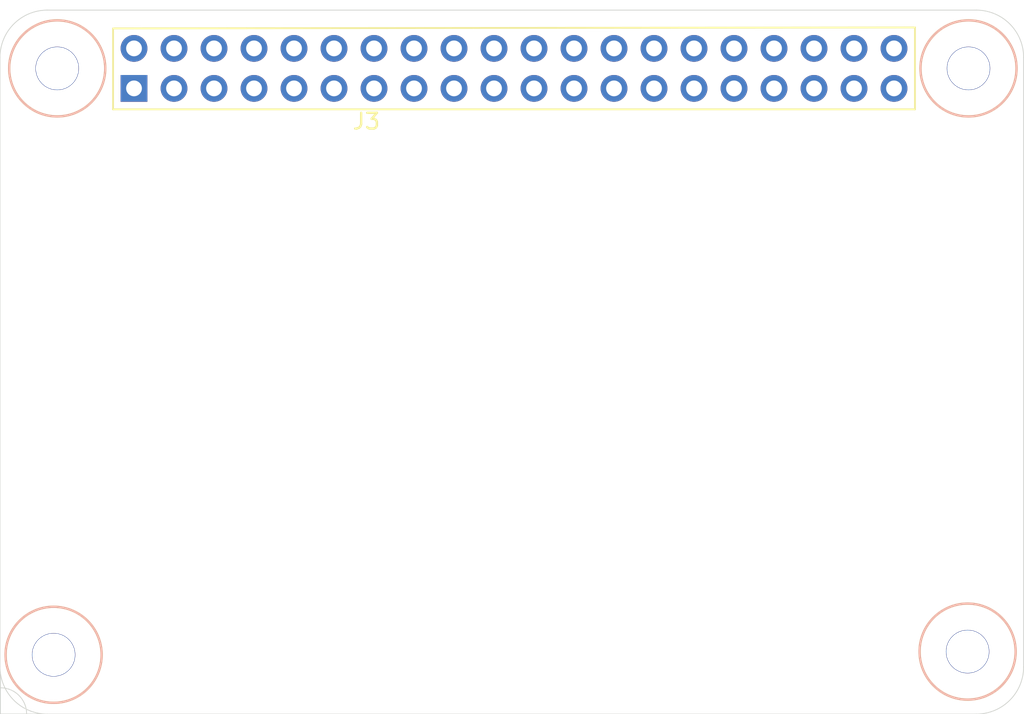
<source format=kicad_pcb>
(kicad_pcb (version 20171130) (host pcbnew 5.1.9+dfsg1-1)

  (general
    (thickness 1.6)
    (drawings 9)
    (tracks 0)
    (zones 0)
    (modules 5)
    (nets 33)
  )

  (page A4)
  (layers
    (0 F.Cu signal)
    (1 In1.Cu signal)
    (2 In2.Cu signal)
    (3 In3.Cu signal)
    (4 In4.Cu signal)
    (31 B.Cu signal)
    (32 B.Adhes user hide)
    (33 F.Adhes user hide)
    (34 B.Paste user hide)
    (35 F.Paste user hide)
    (36 B.SilkS user hide)
    (37 F.SilkS user hide)
    (38 B.Mask user hide)
    (39 F.Mask user hide)
    (40 Dwgs.User user hide)
    (41 Cmts.User user hide)
    (42 Eco1.User user hide)
    (43 Eco2.User user hide)
    (44 Edge.Cuts user hide)
    (45 Margin user hide)
    (46 B.CrtYd user hide)
    (47 F.CrtYd user hide)
    (48 B.Fab user hide)
    (49 F.Fab user hide)
  )

  (setup
    (last_trace_width 0.25)
    (trace_clearance 0.2)
    (zone_clearance 0.254)
    (zone_45_only no)
    (trace_min 0.2)
    (via_size 0.8)
    (via_drill 0.4)
    (via_min_size 0.4)
    (via_min_drill 0.3)
    (uvia_size 0.3)
    (uvia_drill 0.1)
    (uvias_allowed no)
    (uvia_min_size 0.2)
    (uvia_min_drill 0.1)
    (edge_width 0.05)
    (segment_width 0.2)
    (pcb_text_width 0.3)
    (pcb_text_size 1.5 1.5)
    (mod_edge_width 0.12)
    (mod_text_size 1 1)
    (mod_text_width 0.15)
    (pad_size 2.75 2.75)
    (pad_drill 2.7)
    (pad_to_mask_clearance 0)
    (aux_axis_origin 81 95)
    (grid_origin 81.026 94.996)
    (visible_elements FFFFFF7F)
    (pcbplotparams
      (layerselection 0x010fc_ffffffff)
      (usegerberextensions false)
      (usegerberattributes true)
      (usegerberadvancedattributes true)
      (creategerberjobfile true)
      (excludeedgelayer true)
      (linewidth 0.100000)
      (plotframeref false)
      (viasonmask false)
      (mode 1)
      (useauxorigin false)
      (hpglpennumber 1)
      (hpglpenspeed 20)
      (hpglpendiameter 15.000000)
      (psnegative false)
      (psa4output false)
      (plotreference true)
      (plotvalue true)
      (plotinvisibletext false)
      (padsonsilk false)
      (subtractmaskfromsilk false)
      (outputformat 1)
      (mirror false)
      (drillshape 1)
      (scaleselection 1)
      (outputdirectory ""))
  )

  (net 0 "")
  (net 1 GND)
  (net 2 +5V)
  (net 3 +3V3)
  (net 4 "Net-(J3-Pad3)")
  (net 5 "Net-(J3-Pad5)")
  (net 6 "Net-(J3-Pad8)")
  (net 7 "Net-(J3-Pad7)")
  (net 8 "Net-(J3-Pad10)")
  (net 9 "Net-(J3-Pad12)")
  (net 10 "Net-(J3-Pad11)")
  (net 11 "Net-(J3-Pad13)")
  (net 12 "Net-(J3-Pad16)")
  (net 13 "Net-(J3-Pad15)")
  (net 14 "Net-(J3-Pad18)")
  (net 15 "Net-(J3-Pad17)")
  (net 16 "Net-(J3-Pad19)")
  (net 17 "Net-(J3-Pad22)")
  (net 18 "Net-(J3-Pad21)")
  (net 19 "Net-(J3-Pad24)")
  (net 20 "Net-(J3-Pad23)")
  (net 21 "Net-(J3-Pad26)")
  (net 22 "Net-(J3-Pad28)")
  (net 23 "Net-(J3-Pad27)")
  (net 24 "Net-(J3-Pad29)")
  (net 25 "Net-(J3-Pad32)")
  (net 26 "Net-(J3-Pad31)")
  (net 27 "Net-(J3-Pad33)")
  (net 28 "Net-(J3-Pad36)")
  (net 29 "Net-(J3-Pad35)")
  (net 30 "Net-(J3-Pad38)")
  (net 31 "Net-(J3-Pad37)")
  (net 32 "Net-(J3-Pad40)")

  (net_class Default "This is the default net class."
    (clearance 0.2)
    (trace_width 0.25)
    (via_dia 0.8)
    (via_drill 0.4)
    (uvia_dia 0.3)
    (uvia_drill 0.1)
    (add_net +3V3)
    (add_net +5V)
    (add_net GND)
    (add_net "Net-(J3-Pad10)")
    (add_net "Net-(J3-Pad11)")
    (add_net "Net-(J3-Pad12)")
    (add_net "Net-(J3-Pad13)")
    (add_net "Net-(J3-Pad15)")
    (add_net "Net-(J3-Pad16)")
    (add_net "Net-(J3-Pad17)")
    (add_net "Net-(J3-Pad18)")
    (add_net "Net-(J3-Pad19)")
    (add_net "Net-(J3-Pad21)")
    (add_net "Net-(J3-Pad22)")
    (add_net "Net-(J3-Pad23)")
    (add_net "Net-(J3-Pad24)")
    (add_net "Net-(J3-Pad26)")
    (add_net "Net-(J3-Pad27)")
    (add_net "Net-(J3-Pad28)")
    (add_net "Net-(J3-Pad29)")
    (add_net "Net-(J3-Pad3)")
    (add_net "Net-(J3-Pad31)")
    (add_net "Net-(J3-Pad32)")
    (add_net "Net-(J3-Pad33)")
    (add_net "Net-(J3-Pad35)")
    (add_net "Net-(J3-Pad36)")
    (add_net "Net-(J3-Pad37)")
    (add_net "Net-(J3-Pad38)")
    (add_net "Net-(J3-Pad40)")
    (add_net "Net-(J3-Pad5)")
    (add_net "Net-(J3-Pad7)")
    (add_net "Net-(J3-Pad8)")
  )

  (module muonpi-kicad-library:Rapi_MountingHole_2.75mm (layer F.Cu) (tedit 60B62C84) (tstamp 60B68954)
    (at 142.5 54)
    (descr "Mounting Hole 2.7mm, no annular")
    (tags "mounting hole 2.7mm no annular")
    (attr virtual)
    (fp_text reference REF** (at 0 -3.7) (layer F.SilkS) hide
      (effects (font (size 1 1) (thickness 0.15)))
    )
    (fp_text value Rapi_HAT_Mounting_Hole_2.75 (at 0 3.7) (layer F.Fab) hide
      (effects (font (size 1 1) (thickness 0.15)))
    )
    (fp_circle (center 0 0) (end 3.05 0) (layer B.SilkS) (width 0.15))
    (fp_circle (center 0 0) (end 3.05 0) (layer F.SilkS) (width 0.15))
    (fp_circle (center 0 0) (end 3 0) (layer Cmts.User) (width 0.15))
    (fp_circle (center 0 0) (end 3.15 0) (layer F.CrtYd) (width 0.05))
    (fp_text user %R (at 0.3 0) (layer F.Fab) hide
      (effects (font (size 1 1) (thickness 0.15)))
    )
    (pad "" np_thru_hole circle (at 0 0) (size 2.75 2.75) (drill 2.7) (layers *.Cu *.Mask)
      (solder_mask_margin 1.825) (solder_paste_margin 1.825) (clearance 1.825))
  )

  (module muonpi-kicad-library:Rapi_MountingHole_2.75mm (layer F.Cu) (tedit 60B62C84) (tstamp 60B68A15)
    (at 84.6328 54)
    (descr "Mounting Hole 2.7mm, no annular")
    (tags "mounting hole 2.7mm no annular")
    (attr virtual)
    (fp_text reference REF** (at 0 -3.7) (layer F.SilkS) hide
      (effects (font (size 1 1) (thickness 0.15)))
    )
    (fp_text value Rapi_HAT_Mounting_Hole_2.75 (at 0 3.7) (layer F.Fab) hide
      (effects (font (size 1 1) (thickness 0.15)))
    )
    (fp_circle (center 0 0) (end 3.05 0) (layer B.SilkS) (width 0.15))
    (fp_circle (center 0 0) (end 3.05 0) (layer F.SilkS) (width 0.15))
    (fp_circle (center 0 0) (end 3 0) (layer Cmts.User) (width 0.15))
    (fp_circle (center 0 0) (end 3.15 0) (layer F.CrtYd) (width 0.05))
    (fp_text user %R (at 0.3 0) (layer F.Fab)
      (effects (font (size 1 1) (thickness 0.15)))
    )
    (pad "" np_thru_hole circle (at 0 0) (size 2.75 2.75) (drill 2.7) (layers *.Cu *.Mask)
      (solder_mask_margin 1.825) (solder_paste_margin 1.825) (clearance 1.825))
  )

  (module muonpi-kicad-library:Rapi_MountingHole_2.75mm (layer F.Cu) (tedit 60B62C84) (tstamp 60B689ED)
    (at 84.4042 91.2368)
    (descr "Mounting Hole 2.7mm, no annular")
    (tags "mounting hole 2.7mm no annular")
    (attr virtual)
    (fp_text reference REF** (at 0 -3.7) (layer F.SilkS) hide
      (effects (font (size 1 1) (thickness 0.15)))
    )
    (fp_text value Rapi_HAT_Mounting_Hole_2.75 (at 0 3.7) (layer F.Fab) hide
      (effects (font (size 1 1) (thickness 0.15)))
    )
    (fp_circle (center 0 0) (end 3.05 0) (layer B.SilkS) (width 0.15))
    (fp_circle (center 0 0) (end 3.05 0) (layer F.SilkS) (width 0.15))
    (fp_circle (center 0 0) (end 3 0) (layer Cmts.User) (width 0.15))
    (fp_circle (center 0 0) (end 3.15 0) (layer F.CrtYd) (width 0.05))
    (fp_text user %R (at 0.3 0) (layer F.Fab)
      (effects (font (size 1 1) (thickness 0.15)))
    )
    (pad "" np_thru_hole circle (at 0 0) (size 2.75 2.75) (drill 2.7) (layers *.Cu *.Mask)
      (solder_mask_margin 1.825) (solder_paste_margin 1.825) (clearance 1.825))
  )

  (module muonpi-kicad-library:Rapi_MountingHole_2.75mm (layer F.Cu) (tedit 60B62C84) (tstamp 60B689C6)
    (at 142.4432 91.0336)
    (descr "Mounting Hole 2.7mm, no annular")
    (tags "mounting hole 2.7mm no annular")
    (attr virtual)
    (fp_text reference REF** (at 0 -3.7) (layer F.SilkS) hide
      (effects (font (size 1 1) (thickness 0.15)))
    )
    (fp_text value Rapi_HAT_Mounting_Hole_2.75 (at 0 3.7) (layer F.Fab) hide
      (effects (font (size 1 1) (thickness 0.15)))
    )
    (fp_circle (center 0 0) (end 3.05 0) (layer B.SilkS) (width 0.15))
    (fp_circle (center 0 0) (end 3.05 0) (layer F.SilkS) (width 0.15))
    (fp_circle (center 0 0) (end 3 0) (layer Cmts.User) (width 0.15))
    (fp_circle (center 0 0) (end 3.15 0) (layer F.CrtYd) (width 0.05))
    (fp_text user %R (at 0.3 0) (layer F.Fab)
      (effects (font (size 1 1) (thickness 0.15)))
    )
    (pad "" np_thru_hole circle (at 0 0) (size 2.75 2.75) (drill 2.7) (layers *.Cu *.Mask)
      (solder_mask_margin 1.825) (solder_paste_margin 1.825) (clearance 1.825))
  )

  (module muonpi-kicad-library:PinSocket_2x20_P2.54mm_Vertical (layer F.Cu) (tedit 60B62F8B) (tstamp 60B4100D)
    (at 113.6396 54 90)
    (descr "Through hole straight socket strip, 2x20, 2.54mm pitch, double cols (from Kicad 4.0.7), script generated")
    (tags "Through hole socket strip THT 2x20 2.54mm double row")
    (path /60C7CA54)
    (fp_text reference J3 (at -3.3655 -9.3726 180) (layer F.SilkS)
      (effects (font (size 1 1) (thickness 0.15)))
    )
    (fp_text value Conn_02x20_Odd_Even (at -1.27 51.03 90) (layer F.Fab) hide
      (effects (font (size 1 1) (thickness 0.15)))
    )
    (fp_line (start -2.794 25.654) (end -2.772 -25.654) (layer F.CrtYd) (width 0.05))
    (fp_line (start 2.794 25.654) (end -2.794 25.654) (layer F.CrtYd) (width 0.05))
    (fp_line (start 2.794 -25.654) (end 2.794 25.654) (layer F.CrtYd) (width 0.05))
    (fp_line (start -2.772 -25.654) (end 2.794 -25.654) (layer F.CrtYd) (width 0.05))
    (fp_line (start 2.54 -25.4) (end 2.6 25.46) (layer F.SilkS) (width 0.12))
    (fp_line (start -2.6 25.46) (end 2.6 25.46) (layer F.SilkS) (width 0.12))
    (fp_line (start -2.6 -25.46) (end -2.6 25.46) (layer F.SilkS) (width 0.12))
    (fp_line (start -2.6 -25.46) (end 2.54 -25.46) (layer F.SilkS) (width 0.12))
    (fp_line (start -2.54 25.4) (end -2.54 -25.4) (layer F.Fab) (width 0.1))
    (fp_line (start 2.54 25.4) (end -2.54 25.4) (layer F.Fab) (width 0.1))
    (fp_line (start 2.54 -25.4) (end 2.54 25.4) (layer F.Fab) (width 0.1))
    (fp_line (start -2.54 -25.4) (end 2.54 -25.4) (layer F.Fab) (width 0.1))
    (fp_text user %R (at -1.27 24.13) (layer F.Fab)
      (effects (font (size 1 1) (thickness 0.15)))
    )
    (pad 39 thru_hole oval (at -1.27 24.13 90) (size 1.7 1.7) (drill 1) (layers *.Cu *.Mask)
      (net 1 GND))
    (pad 40 thru_hole oval (at 1.27 24.13 90) (size 1.7 1.7) (drill 1) (layers *.Cu *.Mask)
      (net 32 "Net-(J3-Pad40)"))
    (pad 37 thru_hole oval (at -1.27 21.59 90) (size 1.7 1.7) (drill 1) (layers *.Cu *.Mask)
      (net 31 "Net-(J3-Pad37)"))
    (pad 38 thru_hole oval (at 1.27 21.59 90) (size 1.7 1.7) (drill 1) (layers *.Cu *.Mask)
      (net 30 "Net-(J3-Pad38)"))
    (pad 35 thru_hole oval (at -1.27 19.05 90) (size 1.7 1.7) (drill 1) (layers *.Cu *.Mask)
      (net 29 "Net-(J3-Pad35)"))
    (pad 36 thru_hole oval (at 1.27 19.05 90) (size 1.7 1.7) (drill 1) (layers *.Cu *.Mask)
      (net 28 "Net-(J3-Pad36)"))
    (pad 33 thru_hole oval (at -1.27 16.51 90) (size 1.7 1.7) (drill 1) (layers *.Cu *.Mask)
      (net 27 "Net-(J3-Pad33)"))
    (pad 34 thru_hole oval (at 1.27 16.51 90) (size 1.7 1.7) (drill 1) (layers *.Cu *.Mask)
      (net 1 GND))
    (pad 31 thru_hole oval (at -1.27 13.97 90) (size 1.7 1.7) (drill 1) (layers *.Cu *.Mask)
      (net 26 "Net-(J3-Pad31)"))
    (pad 32 thru_hole oval (at 1.27 13.97 90) (size 1.7 1.7) (drill 1) (layers *.Cu *.Mask)
      (net 25 "Net-(J3-Pad32)"))
    (pad 29 thru_hole oval (at -1.27 11.43 90) (size 1.7 1.7) (drill 1) (layers *.Cu *.Mask)
      (net 24 "Net-(J3-Pad29)"))
    (pad 30 thru_hole oval (at 1.27 11.43 90) (size 1.7 1.7) (drill 1) (layers *.Cu *.Mask)
      (net 1 GND))
    (pad 27 thru_hole oval (at -1.27 8.89 90) (size 1.7 1.7) (drill 1) (layers *.Cu *.Mask)
      (net 23 "Net-(J3-Pad27)"))
    (pad 28 thru_hole oval (at 1.27 8.89 90) (size 1.7 1.7) (drill 1) (layers *.Cu *.Mask)
      (net 22 "Net-(J3-Pad28)"))
    (pad 25 thru_hole oval (at -1.27 6.35 90) (size 1.7 1.7) (drill 1) (layers *.Cu *.Mask)
      (net 1 GND))
    (pad 26 thru_hole oval (at 1.27 6.35 90) (size 1.7 1.7) (drill 1) (layers *.Cu *.Mask)
      (net 21 "Net-(J3-Pad26)"))
    (pad 23 thru_hole oval (at -1.27 3.81 90) (size 1.7 1.7) (drill 1) (layers *.Cu *.Mask)
      (net 20 "Net-(J3-Pad23)"))
    (pad 24 thru_hole oval (at 1.27 3.81 90) (size 1.7 1.7) (drill 1) (layers *.Cu *.Mask)
      (net 19 "Net-(J3-Pad24)"))
    (pad 21 thru_hole oval (at -1.27 1.27 90) (size 1.7 1.7) (drill 1) (layers *.Cu *.Mask)
      (net 18 "Net-(J3-Pad21)"))
    (pad 22 thru_hole oval (at 1.27 1.27 90) (size 1.7 1.7) (drill 1) (layers *.Cu *.Mask)
      (net 17 "Net-(J3-Pad22)"))
    (pad 19 thru_hole oval (at -1.27 -1.27 90) (size 1.7 1.7) (drill 1) (layers *.Cu *.Mask)
      (net 16 "Net-(J3-Pad19)"))
    (pad 20 thru_hole oval (at 1.27 -1.27 90) (size 1.7 1.7) (drill 1) (layers *.Cu *.Mask)
      (net 1 GND))
    (pad 17 thru_hole oval (at -1.27 -3.81 90) (size 1.7 1.7) (drill 1) (layers *.Cu *.Mask)
      (net 15 "Net-(J3-Pad17)"))
    (pad 18 thru_hole oval (at 1.27 -3.81 90) (size 1.7 1.7) (drill 1) (layers *.Cu *.Mask)
      (net 14 "Net-(J3-Pad18)"))
    (pad 15 thru_hole oval (at -1.27 -6.35 90) (size 1.7 1.7) (drill 1) (layers *.Cu *.Mask)
      (net 13 "Net-(J3-Pad15)"))
    (pad 16 thru_hole oval (at 1.27 -6.35 90) (size 1.7 1.7) (drill 1) (layers *.Cu *.Mask)
      (net 12 "Net-(J3-Pad16)"))
    (pad 13 thru_hole oval (at -1.27 -8.89 90) (size 1.7 1.7) (drill 1) (layers *.Cu *.Mask)
      (net 11 "Net-(J3-Pad13)"))
    (pad 14 thru_hole oval (at 1.27 -8.89 90) (size 1.7 1.7) (drill 1) (layers *.Cu *.Mask)
      (net 1 GND))
    (pad 11 thru_hole oval (at -1.27 -11.43 90) (size 1.7 1.7) (drill 1) (layers *.Cu *.Mask)
      (net 10 "Net-(J3-Pad11)"))
    (pad 12 thru_hole oval (at 1.27 -11.43 90) (size 1.7 1.7) (drill 1) (layers *.Cu *.Mask)
      (net 9 "Net-(J3-Pad12)"))
    (pad 9 thru_hole oval (at -1.27 -13.97 90) (size 1.7 1.7) (drill 1) (layers *.Cu *.Mask)
      (net 1 GND))
    (pad 10 thru_hole oval (at 1.27 -13.97 90) (size 1.7 1.7) (drill 1) (layers *.Cu *.Mask)
      (net 8 "Net-(J3-Pad10)"))
    (pad 7 thru_hole oval (at -1.27 -16.51 90) (size 1.7 1.7) (drill 1) (layers *.Cu *.Mask)
      (net 7 "Net-(J3-Pad7)"))
    (pad 8 thru_hole oval (at 1.27 -16.51 90) (size 1.7 1.7) (drill 1) (layers *.Cu *.Mask)
      (net 6 "Net-(J3-Pad8)"))
    (pad 5 thru_hole oval (at -1.27 -19.05 90) (size 1.7 1.7) (drill 1) (layers *.Cu *.Mask)
      (net 5 "Net-(J3-Pad5)"))
    (pad 6 thru_hole oval (at 1.27 -19.05 90) (size 1.7 1.7) (drill 1) (layers *.Cu *.Mask)
      (net 1 GND))
    (pad 3 thru_hole oval (at -1.27 -21.59 90) (size 1.7 1.7) (drill 1) (layers *.Cu *.Mask)
      (net 4 "Net-(J3-Pad3)"))
    (pad 4 thru_hole oval (at 1.27 -21.59 90) (size 1.7 1.7) (drill 1) (layers *.Cu *.Mask)
      (net 2 +5V))
    (pad 1 thru_hole rect (at -1.27 -24.13 90) (size 1.7 1.7) (drill 1) (layers *.Cu *.Mask)
      (net 3 +3V3))
    (pad 2 thru_hole circle (at 1.27 -24.13 90) (size 1.7 1.7) (drill 1) (layers *.Cu *.Mask)
      (net 2 +5V))
    (model ${KISYS3DMOD}/Connector_PinSocket_2.54mm.3dshapes/PinSocket_2x20_P2.54mm_Vertical.wrl
      (at (xyz 0 0 0))
      (scale (xyz 1 1 1))
      (rotate (xyz 0 0 0))
    )
  )

  (target plus (at 81.026 94.996) (size 5) (width 0.05) (layer Edge.Cuts) (tstamp 60B6C866))
  (gr_line (start 81 53.3) (end 81 92) (layer Edge.Cuts) (width 0.05) (tstamp 60B41997))
  (gr_line (start 143 95) (end 84 95) (layer Edge.Cuts) (width 0.05) (tstamp 60B41996))
  (gr_line (start 146 53.3) (end 146 92) (layer Edge.Cuts) (width 0.05) (tstamp 60B41995))
  (gr_line (start 84 50.3) (end 143 50.3) (layer Edge.Cuts) (width 0.05) (tstamp 60B41994))
  (gr_arc (start 143 53.3) (end 146 53.3) (angle -90) (layer Edge.Cuts) (width 0.05) (tstamp 60B41975))
  (gr_arc (start 84 53.3) (end 84 50.3) (angle -90) (layer Edge.Cuts) (width 0.05) (tstamp 60B41974))
  (gr_arc (start 143 92) (end 143 95) (angle -90) (layer Edge.Cuts) (width 0.05) (tstamp 60B4194D))
  (gr_arc (start 84 92) (end 81 92) (angle -90) (layer Edge.Cuts) (width 0.05))

  (zone (net 1) (net_name GND) (layer In1.Cu) (tstamp 60B72660) (hatch edge 0.508)
    (connect_pads yes (clearance 0.254))
    (min_thickness 0.254)
    (fill yes (arc_segments 32) (thermal_gap 0.508) (thermal_bridge_width 0.508))
    (polygon
      (pts
        (xy 146 95) (xy 81 95) (xy 81.038 49.657) (xy 146.038 49.657)
      )
    )
    (filled_polygon
      (pts
        (xy 141.52955 50.800855) (xy 140.924075 51.051651) (xy 140.379161 51.41575) (xy 139.91575 51.879161) (xy 139.551651 52.424075)
        (xy 139.300855 53.02955) (xy 139.173 53.672319) (xy 139.173 54.327681) (xy 139.300855 54.97045) (xy 139.551651 55.575925)
        (xy 139.91575 56.120839) (xy 140.379161 56.58425) (xy 140.924075 56.948349) (xy 141.52955 57.199145) (xy 142.172319 57.327)
        (xy 142.827681 57.327) (xy 143.47045 57.199145) (xy 144.075925 56.948349) (xy 144.620839 56.58425) (xy 145.08425 56.120839)
        (xy 145.448349 55.575925) (xy 145.594 55.224292) (xy 145.594001 89.946437) (xy 145.391549 89.457675) (xy 145.02745 88.912761)
        (xy 144.564039 88.44935) (xy 144.019125 88.085251) (xy 143.41365 87.834455) (xy 142.770881 87.7066) (xy 142.115519 87.7066)
        (xy 141.47275 87.834455) (xy 140.867275 88.085251) (xy 140.322361 88.44935) (xy 139.85895 88.912761) (xy 139.494851 89.457675)
        (xy 139.244055 90.06315) (xy 139.1162 90.705919) (xy 139.1162 91.361281) (xy 139.244055 92.00405) (xy 139.494851 92.609525)
        (xy 139.85895 93.154439) (xy 140.322361 93.61785) (xy 140.867275 93.981949) (xy 141.47275 94.232745) (xy 142.115519 94.3606)
        (xy 142.770881 94.3606) (xy 143.41365 94.232745) (xy 144.019125 93.981949) (xy 144.564039 93.61785) (xy 145.02745 93.154439)
        (xy 145.391549 92.609525) (xy 145.575936 92.164375) (xy 145.542688 92.503464) (xy 145.396472 92.987756) (xy 145.158975 93.434422)
        (xy 144.839245 93.82645) (xy 144.449458 94.14891) (xy 144.00446 94.389518) (xy 143.521205 94.539111) (xy 142.998971 94.594)
        (xy 84.019854 94.594) (xy 83.496536 94.542688) (xy 83.012244 94.396472) (xy 82.565578 94.158975) (xy 82.17355 93.839245)
        (xy 81.85109 93.449458) (xy 81.722954 93.212473) (xy 81.81995 93.357639) (xy 82.283361 93.82105) (xy 82.828275 94.185149)
        (xy 83.43375 94.435945) (xy 84.076519 94.5638) (xy 84.731881 94.5638) (xy 85.37465 94.435945) (xy 85.980125 94.185149)
        (xy 86.525039 93.82105) (xy 86.98845 93.357639) (xy 87.352549 92.812725) (xy 87.603345 92.20725) (xy 87.7312 91.564481)
        (xy 87.7312 90.909119) (xy 87.603345 90.26635) (xy 87.352549 89.660875) (xy 86.98845 89.115961) (xy 86.525039 88.65255)
        (xy 85.980125 88.288451) (xy 85.37465 88.037655) (xy 84.731881 87.9098) (xy 84.076519 87.9098) (xy 83.43375 88.037655)
        (xy 82.828275 88.288451) (xy 82.283361 88.65255) (xy 81.81995 89.115961) (xy 81.455851 89.660875) (xy 81.406 89.781226)
        (xy 81.406 54.831419) (xy 81.433655 54.97045) (xy 81.684451 55.575925) (xy 82.04855 56.120839) (xy 82.511961 56.58425)
        (xy 83.056875 56.948349) (xy 83.66235 57.199145) (xy 84.305119 57.327) (xy 84.960481 57.327) (xy 85.60325 57.199145)
        (xy 86.208725 56.948349) (xy 86.753639 56.58425) (xy 87.21705 56.120839) (xy 87.581149 55.575925) (xy 87.831945 54.97045)
        (xy 87.941436 54.42) (xy 88.276757 54.42) (xy 88.276757 56.12) (xy 88.284113 56.194689) (xy 88.305899 56.266508)
        (xy 88.341278 56.332696) (xy 88.388889 56.390711) (xy 88.446904 56.438322) (xy 88.513092 56.473701) (xy 88.584911 56.495487)
        (xy 88.6596 56.502843) (xy 90.3596 56.502843) (xy 90.434289 56.495487) (xy 90.506108 56.473701) (xy 90.572296 56.438322)
        (xy 90.630311 56.390711) (xy 90.677922 56.332696) (xy 90.713301 56.266508) (xy 90.735087 56.194689) (xy 90.742443 56.12)
        (xy 90.742443 55.148757) (xy 90.8186 55.148757) (xy 90.8186 55.391243) (xy 90.865907 55.629069) (xy 90.958702 55.853097)
        (xy 91.09342 56.054717) (xy 91.264883 56.22618) (xy 91.466503 56.360898) (xy 91.690531 56.453693) (xy 91.928357 56.501)
        (xy 92.170843 56.501) (xy 92.408669 56.453693) (xy 92.632697 56.360898) (xy 92.834317 56.22618) (xy 93.00578 56.054717)
        (xy 93.140498 55.853097) (xy 93.233293 55.629069) (xy 93.2806 55.391243) (xy 93.2806 55.148757) (xy 93.3586 55.148757)
        (xy 93.3586 55.391243) (xy 93.405907 55.629069) (xy 93.498702 55.853097) (xy 93.63342 56.054717) (xy 93.804883 56.22618)
        (xy 94.006503 56.360898) (xy 94.230531 56.453693) (xy 94.468357 56.501) (xy 94.710843 56.501) (xy 94.948669 56.453693)
        (xy 95.172697 56.360898) (xy 95.374317 56.22618) (xy 95.54578 56.054717) (xy 95.680498 55.853097) (xy 95.773293 55.629069)
        (xy 95.8206 55.391243) (xy 95.8206 55.148757) (xy 95.8986 55.148757) (xy 95.8986 55.391243) (xy 95.945907 55.629069)
        (xy 96.038702 55.853097) (xy 96.17342 56.054717) (xy 96.344883 56.22618) (xy 96.546503 56.360898) (xy 96.770531 56.453693)
        (xy 97.008357 56.501) (xy 97.250843 56.501) (xy 97.488669 56.453693) (xy 97.712697 56.360898) (xy 97.914317 56.22618)
        (xy 98.08578 56.054717) (xy 98.220498 55.853097) (xy 98.313293 55.629069) (xy 98.3606 55.391243) (xy 98.3606 55.148757)
        (xy 100.9786 55.148757) (xy 100.9786 55.391243) (xy 101.025907 55.629069) (xy 101.118702 55.853097) (xy 101.25342 56.054717)
        (xy 101.424883 56.22618) (xy 101.626503 56.360898) (xy 101.850531 56.453693) (xy 102.088357 56.501) (xy 102.330843 56.501)
        (xy 102.568669 56.453693) (xy 102.792697 56.360898) (xy 102.994317 56.22618) (xy 103.16578 56.054717) (xy 103.300498 55.853097)
        (xy 103.393293 55.629069) (xy 103.4406 55.391243) (xy 103.4406 55.148757) (xy 103.5186 55.148757) (xy 103.5186 55.391243)
        (xy 103.565907 55.629069) (xy 103.658702 55.853097) (xy 103.79342 56.054717) (xy 103.964883 56.22618) (xy 104.166503 56.360898)
        (xy 104.390531 56.453693) (xy 104.628357 56.501) (xy 104.870843 56.501) (xy 105.108669 56.453693) (xy 105.332697 56.360898)
        (xy 105.534317 56.22618) (xy 105.70578 56.054717) (xy 105.840498 55.853097) (xy 105.933293 55.629069) (xy 105.9806 55.391243)
        (xy 105.9806 55.148757) (xy 106.0586 55.148757) (xy 106.0586 55.391243) (xy 106.105907 55.629069) (xy 106.198702 55.853097)
        (xy 106.33342 56.054717) (xy 106.504883 56.22618) (xy 106.706503 56.360898) (xy 106.930531 56.453693) (xy 107.168357 56.501)
        (xy 107.410843 56.501) (xy 107.648669 56.453693) (xy 107.872697 56.360898) (xy 108.074317 56.22618) (xy 108.24578 56.054717)
        (xy 108.380498 55.853097) (xy 108.473293 55.629069) (xy 108.5206 55.391243) (xy 108.5206 55.148757) (xy 108.5986 55.148757)
        (xy 108.5986 55.391243) (xy 108.645907 55.629069) (xy 108.738702 55.853097) (xy 108.87342 56.054717) (xy 109.044883 56.22618)
        (xy 109.246503 56.360898) (xy 109.470531 56.453693) (xy 109.708357 56.501) (xy 109.950843 56.501) (xy 110.188669 56.453693)
        (xy 110.412697 56.360898) (xy 110.614317 56.22618) (xy 110.78578 56.054717) (xy 110.920498 55.853097) (xy 111.013293 55.629069)
        (xy 111.0606 55.391243) (xy 111.0606 55.148757) (xy 111.1386 55.148757) (xy 111.1386 55.391243) (xy 111.185907 55.629069)
        (xy 111.278702 55.853097) (xy 111.41342 56.054717) (xy 111.584883 56.22618) (xy 111.786503 56.360898) (xy 112.010531 56.453693)
        (xy 112.248357 56.501) (xy 112.490843 56.501) (xy 112.728669 56.453693) (xy 112.952697 56.360898) (xy 113.154317 56.22618)
        (xy 113.32578 56.054717) (xy 113.460498 55.853097) (xy 113.553293 55.629069) (xy 113.6006 55.391243) (xy 113.6006 55.148757)
        (xy 113.6786 55.148757) (xy 113.6786 55.391243) (xy 113.725907 55.629069) (xy 113.818702 55.853097) (xy 113.95342 56.054717)
        (xy 114.124883 56.22618) (xy 114.326503 56.360898) (xy 114.550531 56.453693) (xy 114.788357 56.501) (xy 115.030843 56.501)
        (xy 115.268669 56.453693) (xy 115.492697 56.360898) (xy 115.694317 56.22618) (xy 115.86578 56.054717) (xy 116.000498 55.853097)
        (xy 116.093293 55.629069) (xy 116.1406 55.391243) (xy 116.1406 55.148757) (xy 116.2186 55.148757) (xy 116.2186 55.391243)
        (xy 116.265907 55.629069) (xy 116.358702 55.853097) (xy 116.49342 56.054717) (xy 116.664883 56.22618) (xy 116.866503 56.360898)
        (xy 117.090531 56.453693) (xy 117.328357 56.501) (xy 117.570843 56.501) (xy 117.808669 56.453693) (xy 118.032697 56.360898)
        (xy 118.234317 56.22618) (xy 118.40578 56.054717) (xy 118.540498 55.853097) (xy 118.633293 55.629069) (xy 118.6806 55.391243)
        (xy 118.6806 55.148757) (xy 121.2986 55.148757) (xy 121.2986 55.391243) (xy 121.345907 55.629069) (xy 121.438702 55.853097)
        (xy 121.57342 56.054717) (xy 121.744883 56.22618) (xy 121.946503 56.360898) (xy 122.170531 56.453693) (xy 122.408357 56.501)
        (xy 122.650843 56.501) (xy 122.888669 56.453693) (xy 123.112697 56.360898) (xy 123.314317 56.22618) (xy 123.48578 56.054717)
        (xy 123.620498 55.853097) (xy 123.713293 55.629069) (xy 123.7606 55.391243) (xy 123.7606 55.148757) (xy 123.8386 55.148757)
        (xy 123.8386 55.391243) (xy 123.885907 55.629069) (xy 123.978702 55.853097) (xy 124.11342 56.054717) (xy 124.284883 56.22618)
        (xy 124.486503 56.360898) (xy 124.710531 56.453693) (xy 124.948357 56.501) (xy 125.190843 56.501) (xy 125.428669 56.453693)
        (xy 125.652697 56.360898) (xy 125.854317 56.22618) (xy 126.02578 56.054717) (xy 126.160498 55.853097) (xy 126.253293 55.629069)
        (xy 126.3006 55.391243) (xy 126.3006 55.148757) (xy 126.3786 55.148757) (xy 126.3786 55.391243) (xy 126.425907 55.629069)
        (xy 126.518702 55.853097) (xy 126.65342 56.054717) (xy 126.824883 56.22618) (xy 127.026503 56.360898) (xy 127.250531 56.453693)
        (xy 127.488357 56.501) (xy 127.730843 56.501) (xy 127.968669 56.453693) (xy 128.192697 56.360898) (xy 128.394317 56.22618)
        (xy 128.56578 56.054717) (xy 128.700498 55.853097) (xy 128.793293 55.629069) (xy 128.8406 55.391243) (xy 128.8406 55.148757)
        (xy 128.9186 55.148757) (xy 128.9186 55.391243) (xy 128.965907 55.629069) (xy 129.058702 55.853097) (xy 129.19342 56.054717)
        (xy 129.364883 56.22618) (xy 129.566503 56.360898) (xy 129.790531 56.453693) (xy 130.028357 56.501) (xy 130.270843 56.501)
        (xy 130.508669 56.453693) (xy 130.732697 56.360898) (xy 130.934317 56.22618) (xy 131.10578 56.054717) (xy 131.240498 55.853097)
        (xy 131.333293 55.629069) (xy 131.3806 55.391243) (xy 131.3806 55.148757) (xy 131.4586 55.148757) (xy 131.4586 55.391243)
        (xy 131.505907 55.629069) (xy 131.598702 55.853097) (xy 131.73342 56.054717) (xy 131.904883 56.22618) (xy 132.106503 56.360898)
        (xy 132.330531 56.453693) (xy 132.568357 56.501) (xy 132.810843 56.501) (xy 133.048669 56.453693) (xy 133.272697 56.360898)
        (xy 133.474317 56.22618) (xy 133.64578 56.054717) (xy 133.780498 55.853097) (xy 133.873293 55.629069) (xy 133.9206 55.391243)
        (xy 133.9206 55.148757) (xy 133.9986 55.148757) (xy 133.9986 55.391243) (xy 134.045907 55.629069) (xy 134.138702 55.853097)
        (xy 134.27342 56.054717) (xy 134.444883 56.22618) (xy 134.646503 56.360898) (xy 134.870531 56.453693) (xy 135.108357 56.501)
        (xy 135.350843 56.501) (xy 135.588669 56.453693) (xy 135.812697 56.360898) (xy 136.014317 56.22618) (xy 136.18578 56.054717)
        (xy 136.320498 55.853097) (xy 136.413293 55.629069) (xy 136.4606 55.391243) (xy 136.4606 55.148757) (xy 136.413293 54.910931)
        (xy 136.320498 54.686903) (xy 136.18578 54.485283) (xy 136.014317 54.31382) (xy 135.812697 54.179102) (xy 135.588669 54.086307)
        (xy 135.350843 54.039) (xy 135.108357 54.039) (xy 134.870531 54.086307) (xy 134.646503 54.179102) (xy 134.444883 54.31382)
        (xy 134.27342 54.485283) (xy 134.138702 54.686903) (xy 134.045907 54.910931) (xy 133.9986 55.148757) (xy 133.9206 55.148757)
        (xy 133.873293 54.910931) (xy 133.780498 54.686903) (xy 133.64578 54.485283) (xy 133.474317 54.31382) (xy 133.272697 54.179102)
        (xy 133.048669 54.086307) (xy 132.810843 54.039) (xy 132.568357 54.039) (xy 132.330531 54.086307) (xy 132.106503 54.179102)
        (xy 131.904883 54.31382) (xy 131.73342 54.485283) (xy 131.598702 54.686903) (xy 131.505907 54.910931) (xy 131.4586 55.148757)
        (xy 131.3806 55.148757) (xy 131.333293 54.910931) (xy 131.240498 54.686903) (xy 131.10578 54.485283) (xy 130.934317 54.31382)
        (xy 130.732697 54.179102) (xy 130.508669 54.086307) (xy 130.270843 54.039) (xy 130.028357 54.039) (xy 129.790531 54.086307)
        (xy 129.566503 54.179102) (xy 129.364883 54.31382) (xy 129.19342 54.485283) (xy 129.058702 54.686903) (xy 128.965907 54.910931)
        (xy 128.9186 55.148757) (xy 128.8406 55.148757) (xy 128.793293 54.910931) (xy 128.700498 54.686903) (xy 128.56578 54.485283)
        (xy 128.394317 54.31382) (xy 128.192697 54.179102) (xy 127.968669 54.086307) (xy 127.730843 54.039) (xy 127.488357 54.039)
        (xy 127.250531 54.086307) (xy 127.026503 54.179102) (xy 126.824883 54.31382) (xy 126.65342 54.485283) (xy 126.518702 54.686903)
        (xy 126.425907 54.910931) (xy 126.3786 55.148757) (xy 126.3006 55.148757) (xy 126.253293 54.910931) (xy 126.160498 54.686903)
        (xy 126.02578 54.485283) (xy 125.854317 54.31382) (xy 125.652697 54.179102) (xy 125.428669 54.086307) (xy 125.190843 54.039)
        (xy 124.948357 54.039) (xy 124.710531 54.086307) (xy 124.486503 54.179102) (xy 124.284883 54.31382) (xy 124.11342 54.485283)
        (xy 123.978702 54.686903) (xy 123.885907 54.910931) (xy 123.8386 55.148757) (xy 123.7606 55.148757) (xy 123.713293 54.910931)
        (xy 123.620498 54.686903) (xy 123.48578 54.485283) (xy 123.314317 54.31382) (xy 123.112697 54.179102) (xy 122.888669 54.086307)
        (xy 122.650843 54.039) (xy 122.408357 54.039) (xy 122.170531 54.086307) (xy 121.946503 54.179102) (xy 121.744883 54.31382)
        (xy 121.57342 54.485283) (xy 121.438702 54.686903) (xy 121.345907 54.910931) (xy 121.2986 55.148757) (xy 118.6806 55.148757)
        (xy 118.633293 54.910931) (xy 118.540498 54.686903) (xy 118.40578 54.485283) (xy 118.234317 54.31382) (xy 118.032697 54.179102)
        (xy 117.808669 54.086307) (xy 117.570843 54.039) (xy 117.328357 54.039) (xy 117.090531 54.086307) (xy 116.866503 54.179102)
        (xy 116.664883 54.31382) (xy 116.49342 54.485283) (xy 116.358702 54.686903) (xy 116.265907 54.910931) (xy 116.2186 55.148757)
        (xy 116.1406 55.148757) (xy 116.093293 54.910931) (xy 116.000498 54.686903) (xy 115.86578 54.485283) (xy 115.694317 54.31382)
        (xy 115.492697 54.179102) (xy 115.268669 54.086307) (xy 115.030843 54.039) (xy 114.788357 54.039) (xy 114.550531 54.086307)
        (xy 114.326503 54.179102) (xy 114.124883 54.31382) (xy 113.95342 54.485283) (xy 113.818702 54.686903) (xy 113.725907 54.910931)
        (xy 113.6786 55.148757) (xy 113.6006 55.148757) (xy 113.553293 54.910931) (xy 113.460498 54.686903) (xy 113.32578 54.485283)
        (xy 113.154317 54.31382) (xy 112.952697 54.179102) (xy 112.728669 54.086307) (xy 112.490843 54.039) (xy 112.248357 54.039)
        (xy 112.010531 54.086307) (xy 111.786503 54.179102) (xy 111.584883 54.31382) (xy 111.41342 54.485283) (xy 111.278702 54.686903)
        (xy 111.185907 54.910931) (xy 111.1386 55.148757) (xy 111.0606 55.148757) (xy 111.013293 54.910931) (xy 110.920498 54.686903)
        (xy 110.78578 54.485283) (xy 110.614317 54.31382) (xy 110.412697 54.179102) (xy 110.188669 54.086307) (xy 109.950843 54.039)
        (xy 109.708357 54.039) (xy 109.470531 54.086307) (xy 109.246503 54.179102) (xy 109.044883 54.31382) (xy 108.87342 54.485283)
        (xy 108.738702 54.686903) (xy 108.645907 54.910931) (xy 108.5986 55.148757) (xy 108.5206 55.148757) (xy 108.473293 54.910931)
        (xy 108.380498 54.686903) (xy 108.24578 54.485283) (xy 108.074317 54.31382) (xy 107.872697 54.179102) (xy 107.648669 54.086307)
        (xy 107.410843 54.039) (xy 107.168357 54.039) (xy 106.930531 54.086307) (xy 106.706503 54.179102) (xy 106.504883 54.31382)
        (xy 106.33342 54.485283) (xy 106.198702 54.686903) (xy 106.105907 54.910931) (xy 106.0586 55.148757) (xy 105.9806 55.148757)
        (xy 105.933293 54.910931) (xy 105.840498 54.686903) (xy 105.70578 54.485283) (xy 105.534317 54.31382) (xy 105.332697 54.179102)
        (xy 105.108669 54.086307) (xy 104.870843 54.039) (xy 104.628357 54.039) (xy 104.390531 54.086307) (xy 104.166503 54.179102)
        (xy 103.964883 54.31382) (xy 103.79342 54.485283) (xy 103.658702 54.686903) (xy 103.565907 54.910931) (xy 103.5186 55.148757)
        (xy 103.4406 55.148757) (xy 103.393293 54.910931) (xy 103.300498 54.686903) (xy 103.16578 54.485283) (xy 102.994317 54.31382)
        (xy 102.792697 54.179102) (xy 102.568669 54.086307) (xy 102.330843 54.039) (xy 102.088357 54.039) (xy 101.850531 54.086307)
        (xy 101.626503 54.179102) (xy 101.424883 54.31382) (xy 101.25342 54.485283) (xy 101.118702 54.686903) (xy 101.025907 54.910931)
        (xy 100.9786 55.148757) (xy 98.3606 55.148757) (xy 98.313293 54.910931) (xy 98.220498 54.686903) (xy 98.08578 54.485283)
        (xy 97.914317 54.31382) (xy 97.712697 54.179102) (xy 97.488669 54.086307) (xy 97.250843 54.039) (xy 97.008357 54.039)
        (xy 96.770531 54.086307) (xy 96.546503 54.179102) (xy 96.344883 54.31382) (xy 96.17342 54.485283) (xy 96.038702 54.686903)
        (xy 95.945907 54.910931) (xy 95.8986 55.148757) (xy 95.8206 55.148757) (xy 95.773293 54.910931) (xy 95.680498 54.686903)
        (xy 95.54578 54.485283) (xy 95.374317 54.31382) (xy 95.172697 54.179102) (xy 94.948669 54.086307) (xy 94.710843 54.039)
        (xy 94.468357 54.039) (xy 94.230531 54.086307) (xy 94.006503 54.179102) (xy 93.804883 54.31382) (xy 93.63342 54.485283)
        (xy 93.498702 54.686903) (xy 93.405907 54.910931) (xy 93.3586 55.148757) (xy 93.2806 55.148757) (xy 93.233293 54.910931)
        (xy 93.140498 54.686903) (xy 93.00578 54.485283) (xy 92.834317 54.31382) (xy 92.632697 54.179102) (xy 92.408669 54.086307)
        (xy 92.170843 54.039) (xy 91.928357 54.039) (xy 91.690531 54.086307) (xy 91.466503 54.179102) (xy 91.264883 54.31382)
        (xy 91.09342 54.485283) (xy 90.958702 54.686903) (xy 90.865907 54.910931) (xy 90.8186 55.148757) (xy 90.742443 55.148757)
        (xy 90.742443 54.42) (xy 90.735087 54.345311) (xy 90.713301 54.273492) (xy 90.677922 54.207304) (xy 90.630311 54.149289)
        (xy 90.572296 54.101678) (xy 90.506108 54.066299) (xy 90.434289 54.044513) (xy 90.3596 54.037157) (xy 88.6596 54.037157)
        (xy 88.584911 54.044513) (xy 88.513092 54.066299) (xy 88.446904 54.101678) (xy 88.388889 54.149289) (xy 88.341278 54.207304)
        (xy 88.305899 54.273492) (xy 88.284113 54.345311) (xy 88.276757 54.42) (xy 87.941436 54.42) (xy 87.9598 54.327681)
        (xy 87.9598 53.672319) (xy 87.831945 53.02955) (xy 87.657647 52.608757) (xy 88.2786 52.608757) (xy 88.2786 52.851243)
        (xy 88.325907 53.089069) (xy 88.418702 53.313097) (xy 88.55342 53.514717) (xy 88.724883 53.68618) (xy 88.926503 53.820898)
        (xy 89.150531 53.913693) (xy 89.388357 53.961) (xy 89.630843 53.961) (xy 89.868669 53.913693) (xy 90.092697 53.820898)
        (xy 90.294317 53.68618) (xy 90.46578 53.514717) (xy 90.600498 53.313097) (xy 90.693293 53.089069) (xy 90.7406 52.851243)
        (xy 90.7406 52.608757) (xy 90.8186 52.608757) (xy 90.8186 52.851243) (xy 90.865907 53.089069) (xy 90.958702 53.313097)
        (xy 91.09342 53.514717) (xy 91.264883 53.68618) (xy 91.466503 53.820898) (xy 91.690531 53.913693) (xy 91.928357 53.961)
        (xy 92.170843 53.961) (xy 92.408669 53.913693) (xy 92.632697 53.820898) (xy 92.834317 53.68618) (xy 93.00578 53.514717)
        (xy 93.140498 53.313097) (xy 93.233293 53.089069) (xy 93.2806 52.851243) (xy 93.2806 52.608757) (xy 95.8986 52.608757)
        (xy 95.8986 52.851243) (xy 95.945907 53.089069) (xy 96.038702 53.313097) (xy 96.17342 53.514717) (xy 96.344883 53.68618)
        (xy 96.546503 53.820898) (xy 96.770531 53.913693) (xy 97.008357 53.961) (xy 97.250843 53.961) (xy 97.488669 53.913693)
        (xy 97.712697 53.820898) (xy 97.914317 53.68618) (xy 98.08578 53.514717) (xy 98.220498 53.313097) (xy 98.313293 53.089069)
        (xy 98.3606 52.851243) (xy 98.3606 52.608757) (xy 98.4386 52.608757) (xy 98.4386 52.851243) (xy 98.485907 53.089069)
        (xy 98.578702 53.313097) (xy 98.71342 53.514717) (xy 98.884883 53.68618) (xy 99.086503 53.820898) (xy 99.310531 53.913693)
        (xy 99.548357 53.961) (xy 99.790843 53.961) (xy 100.028669 53.913693) (xy 100.252697 53.820898) (xy 100.454317 53.68618)
        (xy 100.62578 53.514717) (xy 100.760498 53.313097) (xy 100.853293 53.089069) (xy 100.9006 52.851243) (xy 100.9006 52.608757)
        (xy 100.9786 52.608757) (xy 100.9786 52.851243) (xy 101.025907 53.089069) (xy 101.118702 53.313097) (xy 101.25342 53.514717)
        (xy 101.424883 53.68618) (xy 101.626503 53.820898) (xy 101.850531 53.913693) (xy 102.088357 53.961) (xy 102.330843 53.961)
        (xy 102.568669 53.913693) (xy 102.792697 53.820898) (xy 102.994317 53.68618) (xy 103.16578 53.514717) (xy 103.300498 53.313097)
        (xy 103.393293 53.089069) (xy 103.4406 52.851243) (xy 103.4406 52.608757) (xy 106.0586 52.608757) (xy 106.0586 52.851243)
        (xy 106.105907 53.089069) (xy 106.198702 53.313097) (xy 106.33342 53.514717) (xy 106.504883 53.68618) (xy 106.706503 53.820898)
        (xy 106.930531 53.913693) (xy 107.168357 53.961) (xy 107.410843 53.961) (xy 107.648669 53.913693) (xy 107.872697 53.820898)
        (xy 108.074317 53.68618) (xy 108.24578 53.514717) (xy 108.380498 53.313097) (xy 108.473293 53.089069) (xy 108.5206 52.851243)
        (xy 108.5206 52.608757) (xy 108.5986 52.608757) (xy 108.5986 52.851243) (xy 108.645907 53.089069) (xy 108.738702 53.313097)
        (xy 108.87342 53.514717) (xy 109.044883 53.68618) (xy 109.246503 53.820898) (xy 109.470531 53.913693) (xy 109.708357 53.961)
        (xy 109.950843 53.961) (xy 110.188669 53.913693) (xy 110.412697 53.820898) (xy 110.614317 53.68618) (xy 110.78578 53.514717)
        (xy 110.920498 53.313097) (xy 111.013293 53.089069) (xy 111.0606 52.851243) (xy 111.0606 52.608757) (xy 113.6786 52.608757)
        (xy 113.6786 52.851243) (xy 113.725907 53.089069) (xy 113.818702 53.313097) (xy 113.95342 53.514717) (xy 114.124883 53.68618)
        (xy 114.326503 53.820898) (xy 114.550531 53.913693) (xy 114.788357 53.961) (xy 115.030843 53.961) (xy 115.268669 53.913693)
        (xy 115.492697 53.820898) (xy 115.694317 53.68618) (xy 115.86578 53.514717) (xy 116.000498 53.313097) (xy 116.093293 53.089069)
        (xy 116.1406 52.851243) (xy 116.1406 52.608757) (xy 116.2186 52.608757) (xy 116.2186 52.851243) (xy 116.265907 53.089069)
        (xy 116.358702 53.313097) (xy 116.49342 53.514717) (xy 116.664883 53.68618) (xy 116.866503 53.820898) (xy 117.090531 53.913693)
        (xy 117.328357 53.961) (xy 117.570843 53.961) (xy 117.808669 53.913693) (xy 118.032697 53.820898) (xy 118.234317 53.68618)
        (xy 118.40578 53.514717) (xy 118.540498 53.313097) (xy 118.633293 53.089069) (xy 118.6806 52.851243) (xy 118.6806 52.608757)
        (xy 118.7586 52.608757) (xy 118.7586 52.851243) (xy 118.805907 53.089069) (xy 118.898702 53.313097) (xy 119.03342 53.514717)
        (xy 119.204883 53.68618) (xy 119.406503 53.820898) (xy 119.630531 53.913693) (xy 119.868357 53.961) (xy 120.110843 53.961)
        (xy 120.348669 53.913693) (xy 120.572697 53.820898) (xy 120.774317 53.68618) (xy 120.94578 53.514717) (xy 121.080498 53.313097)
        (xy 121.173293 53.089069) (xy 121.2206 52.851243) (xy 121.2206 52.608757) (xy 121.2986 52.608757) (xy 121.2986 52.851243)
        (xy 121.345907 53.089069) (xy 121.438702 53.313097) (xy 121.57342 53.514717) (xy 121.744883 53.68618) (xy 121.946503 53.820898)
        (xy 122.170531 53.913693) (xy 122.408357 53.961) (xy 122.650843 53.961) (xy 122.888669 53.913693) (xy 123.112697 53.820898)
        (xy 123.314317 53.68618) (xy 123.48578 53.514717) (xy 123.620498 53.313097) (xy 123.713293 53.089069) (xy 123.7606 52.851243)
        (xy 123.7606 52.608757) (xy 126.3786 52.608757) (xy 126.3786 52.851243) (xy 126.425907 53.089069) (xy 126.518702 53.313097)
        (xy 126.65342 53.514717) (xy 126.824883 53.68618) (xy 127.026503 53.820898) (xy 127.250531 53.913693) (xy 127.488357 53.961)
        (xy 127.730843 53.961) (xy 127.968669 53.913693) (xy 128.192697 53.820898) (xy 128.394317 53.68618) (xy 128.56578 53.514717)
        (xy 128.700498 53.313097) (xy 128.793293 53.089069) (xy 128.8406 52.851243) (xy 128.8406 52.608757) (xy 131.4586 52.608757)
        (xy 131.4586 52.851243) (xy 131.505907 53.089069) (xy 131.598702 53.313097) (xy 131.73342 53.514717) (xy 131.904883 53.68618)
        (xy 132.106503 53.820898) (xy 132.330531 53.913693) (xy 132.568357 53.961) (xy 132.810843 53.961) (xy 133.048669 53.913693)
        (xy 133.272697 53.820898) (xy 133.474317 53.68618) (xy 133.64578 53.514717) (xy 133.780498 53.313097) (xy 133.873293 53.089069)
        (xy 133.9206 52.851243) (xy 133.9206 52.608757) (xy 133.9986 52.608757) (xy 133.9986 52.851243) (xy 134.045907 53.089069)
        (xy 134.138702 53.313097) (xy 134.27342 53.514717) (xy 134.444883 53.68618) (xy 134.646503 53.820898) (xy 134.870531 53.913693)
        (xy 135.108357 53.961) (xy 135.350843 53.961) (xy 135.588669 53.913693) (xy 135.812697 53.820898) (xy 136.014317 53.68618)
        (xy 136.18578 53.514717) (xy 136.320498 53.313097) (xy 136.413293 53.089069) (xy 136.4606 52.851243) (xy 136.4606 52.608757)
        (xy 136.5386 52.608757) (xy 136.5386 52.851243) (xy 136.585907 53.089069) (xy 136.678702 53.313097) (xy 136.81342 53.514717)
        (xy 136.984883 53.68618) (xy 137.186503 53.820898) (xy 137.410531 53.913693) (xy 137.648357 53.961) (xy 137.890843 53.961)
        (xy 138.128669 53.913693) (xy 138.352697 53.820898) (xy 138.554317 53.68618) (xy 138.72578 53.514717) (xy 138.860498 53.313097)
        (xy 138.953293 53.089069) (xy 139.0006 52.851243) (xy 139.0006 52.608757) (xy 138.953293 52.370931) (xy 138.860498 52.146903)
        (xy 138.72578 51.945283) (xy 138.554317 51.77382) (xy 138.352697 51.639102) (xy 138.128669 51.546307) (xy 137.890843 51.499)
        (xy 137.648357 51.499) (xy 137.410531 51.546307) (xy 137.186503 51.639102) (xy 136.984883 51.77382) (xy 136.81342 51.945283)
        (xy 136.678702 52.146903) (xy 136.585907 52.370931) (xy 136.5386 52.608757) (xy 136.4606 52.608757) (xy 136.413293 52.370931)
        (xy 136.320498 52.146903) (xy 136.18578 51.945283) (xy 136.014317 51.77382) (xy 135.812697 51.639102) (xy 135.588669 51.546307)
        (xy 135.350843 51.499) (xy 135.108357 51.499) (xy 134.870531 51.546307) (xy 134.646503 51.639102) (xy 134.444883 51.77382)
        (xy 134.27342 51.945283) (xy 134.138702 52.146903) (xy 134.045907 52.370931) (xy 133.9986 52.608757) (xy 133.9206 52.608757)
        (xy 133.873293 52.370931) (xy 133.780498 52.146903) (xy 133.64578 51.945283) (xy 133.474317 51.77382) (xy 133.272697 51.639102)
        (xy 133.048669 51.546307) (xy 132.810843 51.499) (xy 132.568357 51.499) (xy 132.330531 51.546307) (xy 132.106503 51.639102)
        (xy 131.904883 51.77382) (xy 131.73342 51.945283) (xy 131.598702 52.146903) (xy 131.505907 52.370931) (xy 131.4586 52.608757)
        (xy 128.8406 52.608757) (xy 128.793293 52.370931) (xy 128.700498 52.146903) (xy 128.56578 51.945283) (xy 128.394317 51.77382)
        (xy 128.192697 51.639102) (xy 127.968669 51.546307) (xy 127.730843 51.499) (xy 127.488357 51.499) (xy 127.250531 51.546307)
        (xy 127.026503 51.639102) (xy 126.824883 51.77382) (xy 126.65342 51.945283) (xy 126.518702 52.146903) (xy 126.425907 52.370931)
        (xy 126.3786 52.608757) (xy 123.7606 52.608757) (xy 123.713293 52.370931) (xy 123.620498 52.146903) (xy 123.48578 51.945283)
        (xy 123.314317 51.77382) (xy 123.112697 51.639102) (xy 122.888669 51.546307) (xy 122.650843 51.499) (xy 122.408357 51.499)
        (xy 122.170531 51.546307) (xy 121.946503 51.639102) (xy 121.744883 51.77382) (xy 121.57342 51.945283) (xy 121.438702 52.146903)
        (xy 121.345907 52.370931) (xy 121.2986 52.608757) (xy 121.2206 52.608757) (xy 121.173293 52.370931) (xy 121.080498 52.146903)
        (xy 120.94578 51.945283) (xy 120.774317 51.77382) (xy 120.572697 51.639102) (xy 120.348669 51.546307) (xy 120.110843 51.499)
        (xy 119.868357 51.499) (xy 119.630531 51.546307) (xy 119.406503 51.639102) (xy 119.204883 51.77382) (xy 119.03342 51.945283)
        (xy 118.898702 52.146903) (xy 118.805907 52.370931) (xy 118.7586 52.608757) (xy 118.6806 52.608757) (xy 118.633293 52.370931)
        (xy 118.540498 52.146903) (xy 118.40578 51.945283) (xy 118.234317 51.77382) (xy 118.032697 51.639102) (xy 117.808669 51.546307)
        (xy 117.570843 51.499) (xy 117.328357 51.499) (xy 117.090531 51.546307) (xy 116.866503 51.639102) (xy 116.664883 51.77382)
        (xy 116.49342 51.945283) (xy 116.358702 52.146903) (xy 116.265907 52.370931) (xy 116.2186 52.608757) (xy 116.1406 52.608757)
        (xy 116.093293 52.370931) (xy 116.000498 52.146903) (xy 115.86578 51.945283) (xy 115.694317 51.77382) (xy 115.492697 51.639102)
        (xy 115.268669 51.546307) (xy 115.030843 51.499) (xy 114.788357 51.499) (xy 114.550531 51.546307) (xy 114.326503 51.639102)
        (xy 114.124883 51.77382) (xy 113.95342 51.945283) (xy 113.818702 52.146903) (xy 113.725907 52.370931) (xy 113.6786 52.608757)
        (xy 111.0606 52.608757) (xy 111.013293 52.370931) (xy 110.920498 52.146903) (xy 110.78578 51.945283) (xy 110.614317 51.77382)
        (xy 110.412697 51.639102) (xy 110.188669 51.546307) (xy 109.950843 51.499) (xy 109.708357 51.499) (xy 109.470531 51.546307)
        (xy 109.246503 51.639102) (xy 109.044883 51.77382) (xy 108.87342 51.945283) (xy 108.738702 52.146903) (xy 108.645907 52.370931)
        (xy 108.5986 52.608757) (xy 108.5206 52.608757) (xy 108.473293 52.370931) (xy 108.380498 52.146903) (xy 108.24578 51.945283)
        (xy 108.074317 51.77382) (xy 107.872697 51.639102) (xy 107.648669 51.546307) (xy 107.410843 51.499) (xy 107.168357 51.499)
        (xy 106.930531 51.546307) (xy 106.706503 51.639102) (xy 106.504883 51.77382) (xy 106.33342 51.945283) (xy 106.198702 52.146903)
        (xy 106.105907 52.370931) (xy 106.0586 52.608757) (xy 103.4406 52.608757) (xy 103.393293 52.370931) (xy 103.300498 52.146903)
        (xy 103.16578 51.945283) (xy 102.994317 51.77382) (xy 102.792697 51.639102) (xy 102.568669 51.546307) (xy 102.330843 51.499)
        (xy 102.088357 51.499) (xy 101.850531 51.546307) (xy 101.626503 51.639102) (xy 101.424883 51.77382) (xy 101.25342 51.945283)
        (xy 101.118702 52.146903) (xy 101.025907 52.370931) (xy 100.9786 52.608757) (xy 100.9006 52.608757) (xy 100.853293 52.370931)
        (xy 100.760498 52.146903) (xy 100.62578 51.945283) (xy 100.454317 51.77382) (xy 100.252697 51.639102) (xy 100.028669 51.546307)
        (xy 99.790843 51.499) (xy 99.548357 51.499) (xy 99.310531 51.546307) (xy 99.086503 51.639102) (xy 98.884883 51.77382)
        (xy 98.71342 51.945283) (xy 98.578702 52.146903) (xy 98.485907 52.370931) (xy 98.4386 52.608757) (xy 98.3606 52.608757)
        (xy 98.313293 52.370931) (xy 98.220498 52.146903) (xy 98.08578 51.945283) (xy 97.914317 51.77382) (xy 97.712697 51.639102)
        (xy 97.488669 51.546307) (xy 97.250843 51.499) (xy 97.008357 51.499) (xy 96.770531 51.546307) (xy 96.546503 51.639102)
        (xy 96.344883 51.77382) (xy 96.17342 51.945283) (xy 96.038702 52.146903) (xy 95.945907 52.370931) (xy 95.8986 52.608757)
        (xy 93.2806 52.608757) (xy 93.233293 52.370931) (xy 93.140498 52.146903) (xy 93.00578 51.945283) (xy 92.834317 51.77382)
        (xy 92.632697 51.639102) (xy 92.408669 51.546307) (xy 92.170843 51.499) (xy 91.928357 51.499) (xy 91.690531 51.546307)
        (xy 91.466503 51.639102) (xy 91.264883 51.77382) (xy 91.09342 51.945283) (xy 90.958702 52.146903) (xy 90.865907 52.370931)
        (xy 90.8186 52.608757) (xy 90.7406 52.608757) (xy 90.693293 52.370931) (xy 90.600498 52.146903) (xy 90.46578 51.945283)
        (xy 90.294317 51.77382) (xy 90.092697 51.639102) (xy 89.868669 51.546307) (xy 89.630843 51.499) (xy 89.388357 51.499)
        (xy 89.150531 51.546307) (xy 88.926503 51.639102) (xy 88.724883 51.77382) (xy 88.55342 51.945283) (xy 88.418702 52.146903)
        (xy 88.325907 52.370931) (xy 88.2786 52.608757) (xy 87.657647 52.608757) (xy 87.581149 52.424075) (xy 87.21705 51.879161)
        (xy 86.753639 51.41575) (xy 86.208725 51.051651) (xy 85.60325 50.800855) (xy 85.126383 50.706) (xy 142.006417 50.706)
      )
    )
  )
  (zone (net 2) (net_name +5V) (layer In2.Cu) (tstamp 60B7265D) (hatch edge 0.508)
    (connect_pads yes (clearance 0.254))
    (min_thickness 0.254)
    (fill yes (arc_segments 32) (thermal_gap 0.508) (thermal_bridge_width 0.508))
    (polygon
      (pts
        (xy 146 95) (xy 81 95) (xy 81.038 49.784) (xy 146.038 49.784)
      )
    )
    (filled_polygon
      (pts
        (xy 141.52955 50.800855) (xy 140.924075 51.051651) (xy 140.379161 51.41575) (xy 139.91575 51.879161) (xy 139.551651 52.424075)
        (xy 139.300855 53.02955) (xy 139.173 53.672319) (xy 139.173 54.327681) (xy 139.300855 54.97045) (xy 139.551651 55.575925)
        (xy 139.91575 56.120839) (xy 140.379161 56.58425) (xy 140.924075 56.948349) (xy 141.52955 57.199145) (xy 142.172319 57.327)
        (xy 142.827681 57.327) (xy 143.47045 57.199145) (xy 144.075925 56.948349) (xy 144.620839 56.58425) (xy 145.08425 56.120839)
        (xy 145.448349 55.575925) (xy 145.594 55.224292) (xy 145.594001 89.946437) (xy 145.391549 89.457675) (xy 145.02745 88.912761)
        (xy 144.564039 88.44935) (xy 144.019125 88.085251) (xy 143.41365 87.834455) (xy 142.770881 87.7066) (xy 142.115519 87.7066)
        (xy 141.47275 87.834455) (xy 140.867275 88.085251) (xy 140.322361 88.44935) (xy 139.85895 88.912761) (xy 139.494851 89.457675)
        (xy 139.244055 90.06315) (xy 139.1162 90.705919) (xy 139.1162 91.361281) (xy 139.244055 92.00405) (xy 139.494851 92.609525)
        (xy 139.85895 93.154439) (xy 140.322361 93.61785) (xy 140.867275 93.981949) (xy 141.47275 94.232745) (xy 142.115519 94.3606)
        (xy 142.770881 94.3606) (xy 143.41365 94.232745) (xy 144.019125 93.981949) (xy 144.564039 93.61785) (xy 145.02745 93.154439)
        (xy 145.391549 92.609525) (xy 145.575936 92.164375) (xy 145.542688 92.503464) (xy 145.396472 92.987756) (xy 145.158975 93.434422)
        (xy 144.839245 93.82645) (xy 144.449458 94.14891) (xy 144.00446 94.389518) (xy 143.521205 94.539111) (xy 142.998971 94.594)
        (xy 84.019854 94.594) (xy 83.496536 94.542688) (xy 83.012244 94.396472) (xy 82.565578 94.158975) (xy 82.17355 93.839245)
        (xy 81.85109 93.449458) (xy 81.722954 93.212473) (xy 81.81995 93.357639) (xy 82.283361 93.82105) (xy 82.828275 94.185149)
        (xy 83.43375 94.435945) (xy 84.076519 94.5638) (xy 84.731881 94.5638) (xy 85.37465 94.435945) (xy 85.980125 94.185149)
        (xy 86.525039 93.82105) (xy 86.98845 93.357639) (xy 87.352549 92.812725) (xy 87.603345 92.20725) (xy 87.7312 91.564481)
        (xy 87.7312 90.909119) (xy 87.603345 90.26635) (xy 87.352549 89.660875) (xy 86.98845 89.115961) (xy 86.525039 88.65255)
        (xy 85.980125 88.288451) (xy 85.37465 88.037655) (xy 84.731881 87.9098) (xy 84.076519 87.9098) (xy 83.43375 88.037655)
        (xy 82.828275 88.288451) (xy 82.283361 88.65255) (xy 81.81995 89.115961) (xy 81.455851 89.660875) (xy 81.406 89.781226)
        (xy 81.406 54.831419) (xy 81.433655 54.97045) (xy 81.684451 55.575925) (xy 82.04855 56.120839) (xy 82.511961 56.58425)
        (xy 83.056875 56.948349) (xy 83.66235 57.199145) (xy 84.305119 57.327) (xy 84.960481 57.327) (xy 85.60325 57.199145)
        (xy 86.208725 56.948349) (xy 86.753639 56.58425) (xy 87.21705 56.120839) (xy 87.581149 55.575925) (xy 87.831945 54.97045)
        (xy 87.941436 54.42) (xy 88.276757 54.42) (xy 88.276757 56.12) (xy 88.284113 56.194689) (xy 88.305899 56.266508)
        (xy 88.341278 56.332696) (xy 88.388889 56.390711) (xy 88.446904 56.438322) (xy 88.513092 56.473701) (xy 88.584911 56.495487)
        (xy 88.6596 56.502843) (xy 90.3596 56.502843) (xy 90.434289 56.495487) (xy 90.506108 56.473701) (xy 90.572296 56.438322)
        (xy 90.630311 56.390711) (xy 90.677922 56.332696) (xy 90.713301 56.266508) (xy 90.735087 56.194689) (xy 90.742443 56.12)
        (xy 90.742443 55.148757) (xy 90.8186 55.148757) (xy 90.8186 55.391243) (xy 90.865907 55.629069) (xy 90.958702 55.853097)
        (xy 91.09342 56.054717) (xy 91.264883 56.22618) (xy 91.466503 56.360898) (xy 91.690531 56.453693) (xy 91.928357 56.501)
        (xy 92.170843 56.501) (xy 92.408669 56.453693) (xy 92.632697 56.360898) (xy 92.834317 56.22618) (xy 93.00578 56.054717)
        (xy 93.140498 55.853097) (xy 93.233293 55.629069) (xy 93.2806 55.391243) (xy 93.2806 55.148757) (xy 93.3586 55.148757)
        (xy 93.3586 55.391243) (xy 93.405907 55.629069) (xy 93.498702 55.853097) (xy 93.63342 56.054717) (xy 93.804883 56.22618)
        (xy 94.006503 56.360898) (xy 94.230531 56.453693) (xy 94.468357 56.501) (xy 94.710843 56.501) (xy 94.948669 56.453693)
        (xy 95.172697 56.360898) (xy 95.374317 56.22618) (xy 95.54578 56.054717) (xy 95.680498 55.853097) (xy 95.773293 55.629069)
        (xy 95.8206 55.391243) (xy 95.8206 55.148757) (xy 95.8986 55.148757) (xy 95.8986 55.391243) (xy 95.945907 55.629069)
        (xy 96.038702 55.853097) (xy 96.17342 56.054717) (xy 96.344883 56.22618) (xy 96.546503 56.360898) (xy 96.770531 56.453693)
        (xy 97.008357 56.501) (xy 97.250843 56.501) (xy 97.488669 56.453693) (xy 97.712697 56.360898) (xy 97.914317 56.22618)
        (xy 98.08578 56.054717) (xy 98.220498 55.853097) (xy 98.313293 55.629069) (xy 98.3606 55.391243) (xy 98.3606 55.148757)
        (xy 98.4386 55.148757) (xy 98.4386 55.391243) (xy 98.485907 55.629069) (xy 98.578702 55.853097) (xy 98.71342 56.054717)
        (xy 98.884883 56.22618) (xy 99.086503 56.360898) (xy 99.310531 56.453693) (xy 99.548357 56.501) (xy 99.790843 56.501)
        (xy 100.028669 56.453693) (xy 100.252697 56.360898) (xy 100.454317 56.22618) (xy 100.62578 56.054717) (xy 100.760498 55.853097)
        (xy 100.853293 55.629069) (xy 100.9006 55.391243) (xy 100.9006 55.148757) (xy 100.9786 55.148757) (xy 100.9786 55.391243)
        (xy 101.025907 55.629069) (xy 101.118702 55.853097) (xy 101.25342 56.054717) (xy 101.424883 56.22618) (xy 101.626503 56.360898)
        (xy 101.850531 56.453693) (xy 102.088357 56.501) (xy 102.330843 56.501) (xy 102.568669 56.453693) (xy 102.792697 56.360898)
        (xy 102.994317 56.22618) (xy 103.16578 56.054717) (xy 103.300498 55.853097) (xy 103.393293 55.629069) (xy 103.4406 55.391243)
        (xy 103.4406 55.148757) (xy 103.5186 55.148757) (xy 103.5186 55.391243) (xy 103.565907 55.629069) (xy 103.658702 55.853097)
        (xy 103.79342 56.054717) (xy 103.964883 56.22618) (xy 104.166503 56.360898) (xy 104.390531 56.453693) (xy 104.628357 56.501)
        (xy 104.870843 56.501) (xy 105.108669 56.453693) (xy 105.332697 56.360898) (xy 105.534317 56.22618) (xy 105.70578 56.054717)
        (xy 105.840498 55.853097) (xy 105.933293 55.629069) (xy 105.9806 55.391243) (xy 105.9806 55.148757) (xy 106.0586 55.148757)
        (xy 106.0586 55.391243) (xy 106.105907 55.629069) (xy 106.198702 55.853097) (xy 106.33342 56.054717) (xy 106.504883 56.22618)
        (xy 106.706503 56.360898) (xy 106.930531 56.453693) (xy 107.168357 56.501) (xy 107.410843 56.501) (xy 107.648669 56.453693)
        (xy 107.872697 56.360898) (xy 108.074317 56.22618) (xy 108.24578 56.054717) (xy 108.380498 55.853097) (xy 108.473293 55.629069)
        (xy 108.5206 55.391243) (xy 108.5206 55.148757) (xy 108.5986 55.148757) (xy 108.5986 55.391243) (xy 108.645907 55.629069)
        (xy 108.738702 55.853097) (xy 108.87342 56.054717) (xy 109.044883 56.22618) (xy 109.246503 56.360898) (xy 109.470531 56.453693)
        (xy 109.708357 56.501) (xy 109.950843 56.501) (xy 110.188669 56.453693) (xy 110.412697 56.360898) (xy 110.614317 56.22618)
        (xy 110.78578 56.054717) (xy 110.920498 55.853097) (xy 111.013293 55.629069) (xy 111.0606 55.391243) (xy 111.0606 55.148757)
        (xy 111.1386 55.148757) (xy 111.1386 55.391243) (xy 111.185907 55.629069) (xy 111.278702 55.853097) (xy 111.41342 56.054717)
        (xy 111.584883 56.22618) (xy 111.786503 56.360898) (xy 112.010531 56.453693) (xy 112.248357 56.501) (xy 112.490843 56.501)
        (xy 112.728669 56.453693) (xy 112.952697 56.360898) (xy 113.154317 56.22618) (xy 113.32578 56.054717) (xy 113.460498 55.853097)
        (xy 113.553293 55.629069) (xy 113.6006 55.391243) (xy 113.6006 55.148757) (xy 113.6786 55.148757) (xy 113.6786 55.391243)
        (xy 113.725907 55.629069) (xy 113.818702 55.853097) (xy 113.95342 56.054717) (xy 114.124883 56.22618) (xy 114.326503 56.360898)
        (xy 114.550531 56.453693) (xy 114.788357 56.501) (xy 115.030843 56.501) (xy 115.268669 56.453693) (xy 115.492697 56.360898)
        (xy 115.694317 56.22618) (xy 115.86578 56.054717) (xy 116.000498 55.853097) (xy 116.093293 55.629069) (xy 116.1406 55.391243)
        (xy 116.1406 55.148757) (xy 116.2186 55.148757) (xy 116.2186 55.391243) (xy 116.265907 55.629069) (xy 116.358702 55.853097)
        (xy 116.49342 56.054717) (xy 116.664883 56.22618) (xy 116.866503 56.360898) (xy 117.090531 56.453693) (xy 117.328357 56.501)
        (xy 117.570843 56.501) (xy 117.808669 56.453693) (xy 118.032697 56.360898) (xy 118.234317 56.22618) (xy 118.40578 56.054717)
        (xy 118.540498 55.853097) (xy 118.633293 55.629069) (xy 118.6806 55.391243) (xy 118.6806 55.148757) (xy 118.7586 55.148757)
        (xy 118.7586 55.391243) (xy 118.805907 55.629069) (xy 118.898702 55.853097) (xy 119.03342 56.054717) (xy 119.204883 56.22618)
        (xy 119.406503 56.360898) (xy 119.630531 56.453693) (xy 119.868357 56.501) (xy 120.110843 56.501) (xy 120.348669 56.453693)
        (xy 120.572697 56.360898) (xy 120.774317 56.22618) (xy 120.94578 56.054717) (xy 121.080498 55.853097) (xy 121.173293 55.629069)
        (xy 121.2206 55.391243) (xy 121.2206 55.148757) (xy 121.2986 55.148757) (xy 121.2986 55.391243) (xy 121.345907 55.629069)
        (xy 121.438702 55.853097) (xy 121.57342 56.054717) (xy 121.744883 56.22618) (xy 121.946503 56.360898) (xy 122.170531 56.453693)
        (xy 122.408357 56.501) (xy 122.650843 56.501) (xy 122.888669 56.453693) (xy 123.112697 56.360898) (xy 123.314317 56.22618)
        (xy 123.48578 56.054717) (xy 123.620498 55.853097) (xy 123.713293 55.629069) (xy 123.7606 55.391243) (xy 123.7606 55.148757)
        (xy 123.8386 55.148757) (xy 123.8386 55.391243) (xy 123.885907 55.629069) (xy 123.978702 55.853097) (xy 124.11342 56.054717)
        (xy 124.284883 56.22618) (xy 124.486503 56.360898) (xy 124.710531 56.453693) (xy 124.948357 56.501) (xy 125.190843 56.501)
        (xy 125.428669 56.453693) (xy 125.652697 56.360898) (xy 125.854317 56.22618) (xy 126.02578 56.054717) (xy 126.160498 55.853097)
        (xy 126.253293 55.629069) (xy 126.3006 55.391243) (xy 126.3006 55.148757) (xy 126.3786 55.148757) (xy 126.3786 55.391243)
        (xy 126.425907 55.629069) (xy 126.518702 55.853097) (xy 126.65342 56.054717) (xy 126.824883 56.22618) (xy 127.026503 56.360898)
        (xy 127.250531 56.453693) (xy 127.488357 56.501) (xy 127.730843 56.501) (xy 127.968669 56.453693) (xy 128.192697 56.360898)
        (xy 128.394317 56.22618) (xy 128.56578 56.054717) (xy 128.700498 55.853097) (xy 128.793293 55.629069) (xy 128.8406 55.391243)
        (xy 128.8406 55.148757) (xy 128.9186 55.148757) (xy 128.9186 55.391243) (xy 128.965907 55.629069) (xy 129.058702 55.853097)
        (xy 129.19342 56.054717) (xy 129.364883 56.22618) (xy 129.566503 56.360898) (xy 129.790531 56.453693) (xy 130.028357 56.501)
        (xy 130.270843 56.501) (xy 130.508669 56.453693) (xy 130.732697 56.360898) (xy 130.934317 56.22618) (xy 131.10578 56.054717)
        (xy 131.240498 55.853097) (xy 131.333293 55.629069) (xy 131.3806 55.391243) (xy 131.3806 55.148757) (xy 131.4586 55.148757)
        (xy 131.4586 55.391243) (xy 131.505907 55.629069) (xy 131.598702 55.853097) (xy 131.73342 56.054717) (xy 131.904883 56.22618)
        (xy 132.106503 56.360898) (xy 132.330531 56.453693) (xy 132.568357 56.501) (xy 132.810843 56.501) (xy 133.048669 56.453693)
        (xy 133.272697 56.360898) (xy 133.474317 56.22618) (xy 133.64578 56.054717) (xy 133.780498 55.853097) (xy 133.873293 55.629069)
        (xy 133.9206 55.391243) (xy 133.9206 55.148757) (xy 133.9986 55.148757) (xy 133.9986 55.391243) (xy 134.045907 55.629069)
        (xy 134.138702 55.853097) (xy 134.27342 56.054717) (xy 134.444883 56.22618) (xy 134.646503 56.360898) (xy 134.870531 56.453693)
        (xy 135.108357 56.501) (xy 135.350843 56.501) (xy 135.588669 56.453693) (xy 135.812697 56.360898) (xy 136.014317 56.22618)
        (xy 136.18578 56.054717) (xy 136.320498 55.853097) (xy 136.413293 55.629069) (xy 136.4606 55.391243) (xy 136.4606 55.148757)
        (xy 136.5386 55.148757) (xy 136.5386 55.391243) (xy 136.585907 55.629069) (xy 136.678702 55.853097) (xy 136.81342 56.054717)
        (xy 136.984883 56.22618) (xy 137.186503 56.360898) (xy 137.410531 56.453693) (xy 137.648357 56.501) (xy 137.890843 56.501)
        (xy 138.128669 56.453693) (xy 138.352697 56.360898) (xy 138.554317 56.22618) (xy 138.72578 56.054717) (xy 138.860498 55.853097)
        (xy 138.953293 55.629069) (xy 139.0006 55.391243) (xy 139.0006 55.148757) (xy 138.953293 54.910931) (xy 138.860498 54.686903)
        (xy 138.72578 54.485283) (xy 138.554317 54.31382) (xy 138.352697 54.179102) (xy 138.128669 54.086307) (xy 137.890843 54.039)
        (xy 137.648357 54.039) (xy 137.410531 54.086307) (xy 137.186503 54.179102) (xy 136.984883 54.31382) (xy 136.81342 54.485283)
        (xy 136.678702 54.686903) (xy 136.585907 54.910931) (xy 136.5386 55.148757) (xy 136.4606 55.148757) (xy 136.413293 54.910931)
        (xy 136.320498 54.686903) (xy 136.18578 54.485283) (xy 136.014317 54.31382) (xy 135.812697 54.179102) (xy 135.588669 54.086307)
        (xy 135.350843 54.039) (xy 135.108357 54.039) (xy 134.870531 54.086307) (xy 134.646503 54.179102) (xy 134.444883 54.31382)
        (xy 134.27342 54.485283) (xy 134.138702 54.686903) (xy 134.045907 54.910931) (xy 133.9986 55.148757) (xy 133.9206 55.148757)
        (xy 133.873293 54.910931) (xy 133.780498 54.686903) (xy 133.64578 54.485283) (xy 133.474317 54.31382) (xy 133.272697 54.179102)
        (xy 133.048669 54.086307) (xy 132.810843 54.039) (xy 132.568357 54.039) (xy 132.330531 54.086307) (xy 132.106503 54.179102)
        (xy 131.904883 54.31382) (xy 131.73342 54.485283) (xy 131.598702 54.686903) (xy 131.505907 54.910931) (xy 131.4586 55.148757)
        (xy 131.3806 55.148757) (xy 131.333293 54.910931) (xy 131.240498 54.686903) (xy 131.10578 54.485283) (xy 130.934317 54.31382)
        (xy 130.732697 54.179102) (xy 130.508669 54.086307) (xy 130.270843 54.039) (xy 130.028357 54.039) (xy 129.790531 54.086307)
        (xy 129.566503 54.179102) (xy 129.364883 54.31382) (xy 129.19342 54.485283) (xy 129.058702 54.686903) (xy 128.965907 54.910931)
        (xy 128.9186 55.148757) (xy 128.8406 55.148757) (xy 128.793293 54.910931) (xy 128.700498 54.686903) (xy 128.56578 54.485283)
        (xy 128.394317 54.31382) (xy 128.192697 54.179102) (xy 127.968669 54.086307) (xy 127.730843 54.039) (xy 127.488357 54.039)
        (xy 127.250531 54.086307) (xy 127.026503 54.179102) (xy 126.824883 54.31382) (xy 126.65342 54.485283) (xy 126.518702 54.686903)
        (xy 126.425907 54.910931) (xy 126.3786 55.148757) (xy 126.3006 55.148757) (xy 126.253293 54.910931) (xy 126.160498 54.686903)
        (xy 126.02578 54.485283) (xy 125.854317 54.31382) (xy 125.652697 54.179102) (xy 125.428669 54.086307) (xy 125.190843 54.039)
        (xy 124.948357 54.039) (xy 124.710531 54.086307) (xy 124.486503 54.179102) (xy 124.284883 54.31382) (xy 124.11342 54.485283)
        (xy 123.978702 54.686903) (xy 123.885907 54.910931) (xy 123.8386 55.148757) (xy 123.7606 55.148757) (xy 123.713293 54.910931)
        (xy 123.620498 54.686903) (xy 123.48578 54.485283) (xy 123.314317 54.31382) (xy 123.112697 54.179102) (xy 122.888669 54.086307)
        (xy 122.650843 54.039) (xy 122.408357 54.039) (xy 122.170531 54.086307) (xy 121.946503 54.179102) (xy 121.744883 54.31382)
        (xy 121.57342 54.485283) (xy 121.438702 54.686903) (xy 121.345907 54.910931) (xy 121.2986 55.148757) (xy 121.2206 55.148757)
        (xy 121.173293 54.910931) (xy 121.080498 54.686903) (xy 120.94578 54.485283) (xy 120.774317 54.31382) (xy 120.572697 54.179102)
        (xy 120.348669 54.086307) (xy 120.110843 54.039) (xy 119.868357 54.039) (xy 119.630531 54.086307) (xy 119.406503 54.179102)
        (xy 119.204883 54.31382) (xy 119.03342 54.485283) (xy 118.898702 54.686903) (xy 118.805907 54.910931) (xy 118.7586 55.148757)
        (xy 118.6806 55.148757) (xy 118.633293 54.910931) (xy 118.540498 54.686903) (xy 118.40578 54.485283) (xy 118.234317 54.31382)
        (xy 118.032697 54.179102) (xy 117.808669 54.086307) (xy 117.570843 54.039) (xy 117.328357 54.039) (xy 117.090531 54.086307)
        (xy 116.866503 54.179102) (xy 116.664883 54.31382) (xy 116.49342 54.485283) (xy 116.358702 54.686903) (xy 116.265907 54.910931)
        (xy 116.2186 55.148757) (xy 116.1406 55.148757) (xy 116.093293 54.910931) (xy 116.000498 54.686903) (xy 115.86578 54.485283)
        (xy 115.694317 54.31382) (xy 115.492697 54.179102) (xy 115.268669 54.086307) (xy 115.030843 54.039) (xy 114.788357 54.039)
        (xy 114.550531 54.086307) (xy 114.326503 54.179102) (xy 114.124883 54.31382) (xy 113.95342 54.485283) (xy 113.818702 54.686903)
        (xy 113.725907 54.910931) (xy 113.6786 55.148757) (xy 113.6006 55.148757) (xy 113.553293 54.910931) (xy 113.460498 54.686903)
        (xy 113.32578 54.485283) (xy 113.154317 54.31382) (xy 112.952697 54.179102) (xy 112.728669 54.086307) (xy 112.490843 54.039)
        (xy 112.248357 54.039) (xy 112.010531 54.086307) (xy 111.786503 54.179102) (xy 111.584883 54.31382) (xy 111.41342 54.485283)
        (xy 111.278702 54.686903) (xy 111.185907 54.910931) (xy 111.1386 55.148757) (xy 111.0606 55.148757) (xy 111.013293 54.910931)
        (xy 110.920498 54.686903) (xy 110.78578 54.485283) (xy 110.614317 54.31382) (xy 110.412697 54.179102) (xy 110.188669 54.086307)
        (xy 109.950843 54.039) (xy 109.708357 54.039) (xy 109.470531 54.086307) (xy 109.246503 54.179102) (xy 109.044883 54.31382)
        (xy 108.87342 54.485283) (xy 108.738702 54.686903) (xy 108.645907 54.910931) (xy 108.5986 55.148757) (xy 108.5206 55.148757)
        (xy 108.473293 54.910931) (xy 108.380498 54.686903) (xy 108.24578 54.485283) (xy 108.074317 54.31382) (xy 107.872697 54.179102)
        (xy 107.648669 54.086307) (xy 107.410843 54.039) (xy 107.168357 54.039) (xy 106.930531 54.086307) (xy 106.706503 54.179102)
        (xy 106.504883 54.31382) (xy 106.33342 54.485283) (xy 106.198702 54.686903) (xy 106.105907 54.910931) (xy 106.0586 55.148757)
        (xy 105.9806 55.148757) (xy 105.933293 54.910931) (xy 105.840498 54.686903) (xy 105.70578 54.485283) (xy 105.534317 54.31382)
        (xy 105.332697 54.179102) (xy 105.108669 54.086307) (xy 104.870843 54.039) (xy 104.628357 54.039) (xy 104.390531 54.086307)
        (xy 104.166503 54.179102) (xy 103.964883 54.31382) (xy 103.79342 54.485283) (xy 103.658702 54.686903) (xy 103.565907 54.910931)
        (xy 103.5186 55.148757) (xy 103.4406 55.148757) (xy 103.393293 54.910931) (xy 103.300498 54.686903) (xy 103.16578 54.485283)
        (xy 102.994317 54.31382) (xy 102.792697 54.179102) (xy 102.568669 54.086307) (xy 102.330843 54.039) (xy 102.088357 54.039)
        (xy 101.850531 54.086307) (xy 101.626503 54.179102) (xy 101.424883 54.31382) (xy 101.25342 54.485283) (xy 101.118702 54.686903)
        (xy 101.025907 54.910931) (xy 100.9786 55.148757) (xy 100.9006 55.148757) (xy 100.853293 54.910931) (xy 100.760498 54.686903)
        (xy 100.62578 54.485283) (xy 100.454317 54.31382) (xy 100.252697 54.179102) (xy 100.028669 54.086307) (xy 99.790843 54.039)
        (xy 99.548357 54.039) (xy 99.310531 54.086307) (xy 99.086503 54.179102) (xy 98.884883 54.31382) (xy 98.71342 54.485283)
        (xy 98.578702 54.686903) (xy 98.485907 54.910931) (xy 98.4386 55.148757) (xy 98.3606 55.148757) (xy 98.313293 54.910931)
        (xy 98.220498 54.686903) (xy 98.08578 54.485283) (xy 97.914317 54.31382) (xy 97.712697 54.179102) (xy 97.488669 54.086307)
        (xy 97.250843 54.039) (xy 97.008357 54.039) (xy 96.770531 54.086307) (xy 96.546503 54.179102) (xy 96.344883 54.31382)
        (xy 96.17342 54.485283) (xy 96.038702 54.686903) (xy 95.945907 54.910931) (xy 95.8986 55.148757) (xy 95.8206 55.148757)
        (xy 95.773293 54.910931) (xy 95.680498 54.686903) (xy 95.54578 54.485283) (xy 95.374317 54.31382) (xy 95.172697 54.179102)
        (xy 94.948669 54.086307) (xy 94.710843 54.039) (xy 94.468357 54.039) (xy 94.230531 54.086307) (xy 94.006503 54.179102)
        (xy 93.804883 54.31382) (xy 93.63342 54.485283) (xy 93.498702 54.686903) (xy 93.405907 54.910931) (xy 93.3586 55.148757)
        (xy 93.2806 55.148757) (xy 93.233293 54.910931) (xy 93.140498 54.686903) (xy 93.00578 54.485283) (xy 92.834317 54.31382)
        (xy 92.632697 54.179102) (xy 92.408669 54.086307) (xy 92.170843 54.039) (xy 91.928357 54.039) (xy 91.690531 54.086307)
        (xy 91.466503 54.179102) (xy 91.264883 54.31382) (xy 91.09342 54.485283) (xy 90.958702 54.686903) (xy 90.865907 54.910931)
        (xy 90.8186 55.148757) (xy 90.742443 55.148757) (xy 90.742443 54.42) (xy 90.735087 54.345311) (xy 90.713301 54.273492)
        (xy 90.677922 54.207304) (xy 90.630311 54.149289) (xy 90.572296 54.101678) (xy 90.506108 54.066299) (xy 90.434289 54.044513)
        (xy 90.3596 54.037157) (xy 88.6596 54.037157) (xy 88.584911 54.044513) (xy 88.513092 54.066299) (xy 88.446904 54.101678)
        (xy 88.388889 54.149289) (xy 88.341278 54.207304) (xy 88.305899 54.273492) (xy 88.284113 54.345311) (xy 88.276757 54.42)
        (xy 87.941436 54.42) (xy 87.9598 54.327681) (xy 87.9598 53.672319) (xy 87.831945 53.02955) (xy 87.657647 52.608757)
        (xy 93.3586 52.608757) (xy 93.3586 52.851243) (xy 93.405907 53.089069) (xy 93.498702 53.313097) (xy 93.63342 53.514717)
        (xy 93.804883 53.68618) (xy 94.006503 53.820898) (xy 94.230531 53.913693) (xy 94.468357 53.961) (xy 94.710843 53.961)
        (xy 94.948669 53.913693) (xy 95.172697 53.820898) (xy 95.374317 53.68618) (xy 95.54578 53.514717) (xy 95.680498 53.313097)
        (xy 95.773293 53.089069) (xy 95.8206 52.851243) (xy 95.8206 52.608757) (xy 95.8986 52.608757) (xy 95.8986 52.851243)
        (xy 95.945907 53.089069) (xy 96.038702 53.313097) (xy 96.17342 53.514717) (xy 96.344883 53.68618) (xy 96.546503 53.820898)
        (xy 96.770531 53.913693) (xy 97.008357 53.961) (xy 97.250843 53.961) (xy 97.488669 53.913693) (xy 97.712697 53.820898)
        (xy 97.914317 53.68618) (xy 98.08578 53.514717) (xy 98.220498 53.313097) (xy 98.313293 53.089069) (xy 98.3606 52.851243)
        (xy 98.3606 52.608757) (xy 98.4386 52.608757) (xy 98.4386 52.851243) (xy 98.485907 53.089069) (xy 98.578702 53.313097)
        (xy 98.71342 53.514717) (xy 98.884883 53.68618) (xy 99.086503 53.820898) (xy 99.310531 53.913693) (xy 99.548357 53.961)
        (xy 99.790843 53.961) (xy 100.028669 53.913693) (xy 100.252697 53.820898) (xy 100.454317 53.68618) (xy 100.62578 53.514717)
        (xy 100.760498 53.313097) (xy 100.853293 53.089069) (xy 100.9006 52.851243) (xy 100.9006 52.608757) (xy 100.9786 52.608757)
        (xy 100.9786 52.851243) (xy 101.025907 53.089069) (xy 101.118702 53.313097) (xy 101.25342 53.514717) (xy 101.424883 53.68618)
        (xy 101.626503 53.820898) (xy 101.850531 53.913693) (xy 102.088357 53.961) (xy 102.330843 53.961) (xy 102.568669 53.913693)
        (xy 102.792697 53.820898) (xy 102.994317 53.68618) (xy 103.16578 53.514717) (xy 103.300498 53.313097) (xy 103.393293 53.089069)
        (xy 103.4406 52.851243) (xy 103.4406 52.608757) (xy 103.5186 52.608757) (xy 103.5186 52.851243) (xy 103.565907 53.089069)
        (xy 103.658702 53.313097) (xy 103.79342 53.514717) (xy 103.964883 53.68618) (xy 104.166503 53.820898) (xy 104.390531 53.913693)
        (xy 104.628357 53.961) (xy 104.870843 53.961) (xy 105.108669 53.913693) (xy 105.332697 53.820898) (xy 105.534317 53.68618)
        (xy 105.70578 53.514717) (xy 105.840498 53.313097) (xy 105.933293 53.089069) (xy 105.9806 52.851243) (xy 105.9806 52.608757)
        (xy 106.0586 52.608757) (xy 106.0586 52.851243) (xy 106.105907 53.089069) (xy 106.198702 53.313097) (xy 106.33342 53.514717)
        (xy 106.504883 53.68618) (xy 106.706503 53.820898) (xy 106.930531 53.913693) (xy 107.168357 53.961) (xy 107.410843 53.961)
        (xy 107.648669 53.913693) (xy 107.872697 53.820898) (xy 108.074317 53.68618) (xy 108.24578 53.514717) (xy 108.380498 53.313097)
        (xy 108.473293 53.089069) (xy 108.5206 52.851243) (xy 108.5206 52.608757) (xy 108.5986 52.608757) (xy 108.5986 52.851243)
        (xy 108.645907 53.089069) (xy 108.738702 53.313097) (xy 108.87342 53.514717) (xy 109.044883 53.68618) (xy 109.246503 53.820898)
        (xy 109.470531 53.913693) (xy 109.708357 53.961) (xy 109.950843 53.961) (xy 110.188669 53.913693) (xy 110.412697 53.820898)
        (xy 110.614317 53.68618) (xy 110.78578 53.514717) (xy 110.920498 53.313097) (xy 111.013293 53.089069) (xy 111.0606 52.851243)
        (xy 111.0606 52.608757) (xy 111.1386 52.608757) (xy 111.1386 52.851243) (xy 111.185907 53.089069) (xy 111.278702 53.313097)
        (xy 111.41342 53.514717) (xy 111.584883 53.68618) (xy 111.786503 53.820898) (xy 112.010531 53.913693) (xy 112.248357 53.961)
        (xy 112.490843 53.961) (xy 112.728669 53.913693) (xy 112.952697 53.820898) (xy 113.154317 53.68618) (xy 113.32578 53.514717)
        (xy 113.460498 53.313097) (xy 113.553293 53.089069) (xy 113.6006 52.851243) (xy 113.6006 52.608757) (xy 113.6786 52.608757)
        (xy 113.6786 52.851243) (xy 113.725907 53.089069) (xy 113.818702 53.313097) (xy 113.95342 53.514717) (xy 114.124883 53.68618)
        (xy 114.326503 53.820898) (xy 114.550531 53.913693) (xy 114.788357 53.961) (xy 115.030843 53.961) (xy 115.268669 53.913693)
        (xy 115.492697 53.820898) (xy 115.694317 53.68618) (xy 115.86578 53.514717) (xy 116.000498 53.313097) (xy 116.093293 53.089069)
        (xy 116.1406 52.851243) (xy 116.1406 52.608757) (xy 116.2186 52.608757) (xy 116.2186 52.851243) (xy 116.265907 53.089069)
        (xy 116.358702 53.313097) (xy 116.49342 53.514717) (xy 116.664883 53.68618) (xy 116.866503 53.820898) (xy 117.090531 53.913693)
        (xy 117.328357 53.961) (xy 117.570843 53.961) (xy 117.808669 53.913693) (xy 118.032697 53.820898) (xy 118.234317 53.68618)
        (xy 118.40578 53.514717) (xy 118.540498 53.313097) (xy 118.633293 53.089069) (xy 118.6806 52.851243) (xy 118.6806 52.608757)
        (xy 118.7586 52.608757) (xy 118.7586 52.851243) (xy 118.805907 53.089069) (xy 118.898702 53.313097) (xy 119.03342 53.514717)
        (xy 119.204883 53.68618) (xy 119.406503 53.820898) (xy 119.630531 53.913693) (xy 119.868357 53.961) (xy 120.110843 53.961)
        (xy 120.348669 53.913693) (xy 120.572697 53.820898) (xy 120.774317 53.68618) (xy 120.94578 53.514717) (xy 121.080498 53.313097)
        (xy 121.173293 53.089069) (xy 121.2206 52.851243) (xy 121.2206 52.608757) (xy 121.2986 52.608757) (xy 121.2986 52.851243)
        (xy 121.345907 53.089069) (xy 121.438702 53.313097) (xy 121.57342 53.514717) (xy 121.744883 53.68618) (xy 121.946503 53.820898)
        (xy 122.170531 53.913693) (xy 122.408357 53.961) (xy 122.650843 53.961) (xy 122.888669 53.913693) (xy 123.112697 53.820898)
        (xy 123.314317 53.68618) (xy 123.48578 53.514717) (xy 123.620498 53.313097) (xy 123.713293 53.089069) (xy 123.7606 52.851243)
        (xy 123.7606 52.608757) (xy 123.8386 52.608757) (xy 123.8386 52.851243) (xy 123.885907 53.089069) (xy 123.978702 53.313097)
        (xy 124.11342 53.514717) (xy 124.284883 53.68618) (xy 124.486503 53.820898) (xy 124.710531 53.913693) (xy 124.948357 53.961)
        (xy 125.190843 53.961) (xy 125.428669 53.913693) (xy 125.652697 53.820898) (xy 125.854317 53.68618) (xy 126.02578 53.514717)
        (xy 126.160498 53.313097) (xy 126.253293 53.089069) (xy 126.3006 52.851243) (xy 126.3006 52.608757) (xy 126.3786 52.608757)
        (xy 126.3786 52.851243) (xy 126.425907 53.089069) (xy 126.518702 53.313097) (xy 126.65342 53.514717) (xy 126.824883 53.68618)
        (xy 127.026503 53.820898) (xy 127.250531 53.913693) (xy 127.488357 53.961) (xy 127.730843 53.961) (xy 127.968669 53.913693)
        (xy 128.192697 53.820898) (xy 128.394317 53.68618) (xy 128.56578 53.514717) (xy 128.700498 53.313097) (xy 128.793293 53.089069)
        (xy 128.8406 52.851243) (xy 128.8406 52.608757) (xy 128.9186 52.608757) (xy 128.9186 52.851243) (xy 128.965907 53.089069)
        (xy 129.058702 53.313097) (xy 129.19342 53.514717) (xy 129.364883 53.68618) (xy 129.566503 53.820898) (xy 129.790531 53.913693)
        (xy 130.028357 53.961) (xy 130.270843 53.961) (xy 130.508669 53.913693) (xy 130.732697 53.820898) (xy 130.934317 53.68618)
        (xy 131.10578 53.514717) (xy 131.240498 53.313097) (xy 131.333293 53.089069) (xy 131.3806 52.851243) (xy 131.3806 52.608757)
        (xy 131.4586 52.608757) (xy 131.4586 52.851243) (xy 131.505907 53.089069) (xy 131.598702 53.313097) (xy 131.73342 53.514717)
        (xy 131.904883 53.68618) (xy 132.106503 53.820898) (xy 132.330531 53.913693) (xy 132.568357 53.961) (xy 132.810843 53.961)
        (xy 133.048669 53.913693) (xy 133.272697 53.820898) (xy 133.474317 53.68618) (xy 133.64578 53.514717) (xy 133.780498 53.313097)
        (xy 133.873293 53.089069) (xy 133.9206 52.851243) (xy 133.9206 52.608757) (xy 133.9986 52.608757) (xy 133.9986 52.851243)
        (xy 134.045907 53.089069) (xy 134.138702 53.313097) (xy 134.27342 53.514717) (xy 134.444883 53.68618) (xy 134.646503 53.820898)
        (xy 134.870531 53.913693) (xy 135.108357 53.961) (xy 135.350843 53.961) (xy 135.588669 53.913693) (xy 135.812697 53.820898)
        (xy 136.014317 53.68618) (xy 136.18578 53.514717) (xy 136.320498 53.313097) (xy 136.413293 53.089069) (xy 136.4606 52.851243)
        (xy 136.4606 52.608757) (xy 136.5386 52.608757) (xy 136.5386 52.851243) (xy 136.585907 53.089069) (xy 136.678702 53.313097)
        (xy 136.81342 53.514717) (xy 136.984883 53.68618) (xy 137.186503 53.820898) (xy 137.410531 53.913693) (xy 137.648357 53.961)
        (xy 137.890843 53.961) (xy 138.128669 53.913693) (xy 138.352697 53.820898) (xy 138.554317 53.68618) (xy 138.72578 53.514717)
        (xy 138.860498 53.313097) (xy 138.953293 53.089069) (xy 139.0006 52.851243) (xy 139.0006 52.608757) (xy 138.953293 52.370931)
        (xy 138.860498 52.146903) (xy 138.72578 51.945283) (xy 138.554317 51.77382) (xy 138.352697 51.639102) (xy 138.128669 51.546307)
        (xy 137.890843 51.499) (xy 137.648357 51.499) (xy 137.410531 51.546307) (xy 137.186503 51.639102) (xy 136.984883 51.77382)
        (xy 136.81342 51.945283) (xy 136.678702 52.146903) (xy 136.585907 52.370931) (xy 136.5386 52.608757) (xy 136.4606 52.608757)
        (xy 136.413293 52.370931) (xy 136.320498 52.146903) (xy 136.18578 51.945283) (xy 136.014317 51.77382) (xy 135.812697 51.639102)
        (xy 135.588669 51.546307) (xy 135.350843 51.499) (xy 135.108357 51.499) (xy 134.870531 51.546307) (xy 134.646503 51.639102)
        (xy 134.444883 51.77382) (xy 134.27342 51.945283) (xy 134.138702 52.146903) (xy 134.045907 52.370931) (xy 133.9986 52.608757)
        (xy 133.9206 52.608757) (xy 133.873293 52.370931) (xy 133.780498 52.146903) (xy 133.64578 51.945283) (xy 133.474317 51.77382)
        (xy 133.272697 51.639102) (xy 133.048669 51.546307) (xy 132.810843 51.499) (xy 132.568357 51.499) (xy 132.330531 51.546307)
        (xy 132.106503 51.639102) (xy 131.904883 51.77382) (xy 131.73342 51.945283) (xy 131.598702 52.146903) (xy 131.505907 52.370931)
        (xy 131.4586 52.608757) (xy 131.3806 52.608757) (xy 131.333293 52.370931) (xy 131.240498 52.146903) (xy 131.10578 51.945283)
        (xy 130.934317 51.77382) (xy 130.732697 51.639102) (xy 130.508669 51.546307) (xy 130.270843 51.499) (xy 130.028357 51.499)
        (xy 129.790531 51.546307) (xy 129.566503 51.639102) (xy 129.364883 51.77382) (xy 129.19342 51.945283) (xy 129.058702 52.146903)
        (xy 128.965907 52.370931) (xy 128.9186 52.608757) (xy 128.8406 52.608757) (xy 128.793293 52.370931) (xy 128.700498 52.146903)
        (xy 128.56578 51.945283) (xy 128.394317 51.77382) (xy 128.192697 51.639102) (xy 127.968669 51.546307) (xy 127.730843 51.499)
        (xy 127.488357 51.499) (xy 127.250531 51.546307) (xy 127.026503 51.639102) (xy 126.824883 51.77382) (xy 126.65342 51.945283)
        (xy 126.518702 52.146903) (xy 126.425907 52.370931) (xy 126.3786 52.608757) (xy 126.3006 52.608757) (xy 126.253293 52.370931)
        (xy 126.160498 52.146903) (xy 126.02578 51.945283) (xy 125.854317 51.77382) (xy 125.652697 51.639102) (xy 125.428669 51.546307)
        (xy 125.190843 51.499) (xy 124.948357 51.499) (xy 124.710531 51.546307) (xy 124.486503 51.639102) (xy 124.284883 51.77382)
        (xy 124.11342 51.945283) (xy 123.978702 52.146903) (xy 123.885907 52.370931) (xy 123.8386 52.608757) (xy 123.7606 52.608757)
        (xy 123.713293 52.370931) (xy 123.620498 52.146903) (xy 123.48578 51.945283) (xy 123.314317 51.77382) (xy 123.112697 51.639102)
        (xy 122.888669 51.546307) (xy 122.650843 51.499) (xy 122.408357 51.499) (xy 122.170531 51.546307) (xy 121.946503 51.639102)
        (xy 121.744883 51.77382) (xy 121.57342 51.945283) (xy 121.438702 52.146903) (xy 121.345907 52.370931) (xy 121.2986 52.608757)
        (xy 121.2206 52.608757) (xy 121.173293 52.370931) (xy 121.080498 52.146903) (xy 120.94578 51.945283) (xy 120.774317 51.77382)
        (xy 120.572697 51.639102) (xy 120.348669 51.546307) (xy 120.110843 51.499) (xy 119.868357 51.499) (xy 119.630531 51.546307)
        (xy 119.406503 51.639102) (xy 119.204883 51.77382) (xy 119.03342 51.945283) (xy 118.898702 52.146903) (xy 118.805907 52.370931)
        (xy 118.7586 52.608757) (xy 118.6806 52.608757) (xy 118.633293 52.370931) (xy 118.540498 52.146903) (xy 118.40578 51.945283)
        (xy 118.234317 51.77382) (xy 118.032697 51.639102) (xy 117.808669 51.546307) (xy 117.570843 51.499) (xy 117.328357 51.499)
        (xy 117.090531 51.546307) (xy 116.866503 51.639102) (xy 116.664883 51.77382) (xy 116.49342 51.945283) (xy 116.358702 52.146903)
        (xy 116.265907 52.370931) (xy 116.2186 52.608757) (xy 116.1406 52.608757) (xy 116.093293 52.370931) (xy 116.000498 52.146903)
        (xy 115.86578 51.945283) (xy 115.694317 51.77382) (xy 115.492697 51.639102) (xy 115.268669 51.546307) (xy 115.030843 51.499)
        (xy 114.788357 51.499) (xy 114.550531 51.546307) (xy 114.326503 51.639102) (xy 114.124883 51.77382) (xy 113.95342 51.945283)
        (xy 113.818702 52.146903) (xy 113.725907 52.370931) (xy 113.6786 52.608757) (xy 113.6006 52.608757) (xy 113.553293 52.370931)
        (xy 113.460498 52.146903) (xy 113.32578 51.945283) (xy 113.154317 51.77382) (xy 112.952697 51.639102) (xy 112.728669 51.546307)
        (xy 112.490843 51.499) (xy 112.248357 51.499) (xy 112.010531 51.546307) (xy 111.786503 51.639102) (xy 111.584883 51.77382)
        (xy 111.41342 51.945283) (xy 111.278702 52.146903) (xy 111.185907 52.370931) (xy 111.1386 52.608757) (xy 111.0606 52.608757)
        (xy 111.013293 52.370931) (xy 110.920498 52.146903) (xy 110.78578 51.945283) (xy 110.614317 51.77382) (xy 110.412697 51.639102)
        (xy 110.188669 51.546307) (xy 109.950843 51.499) (xy 109.708357 51.499) (xy 109.470531 51.546307) (xy 109.246503 51.639102)
        (xy 109.044883 51.77382) (xy 108.87342 51.945283) (xy 108.738702 52.146903) (xy 108.645907 52.370931) (xy 108.5986 52.608757)
        (xy 108.5206 52.608757) (xy 108.473293 52.370931) (xy 108.380498 52.146903) (xy 108.24578 51.945283) (xy 108.074317 51.77382)
        (xy 107.872697 51.639102) (xy 107.648669 51.546307) (xy 107.410843 51.499) (xy 107.168357 51.499) (xy 106.930531 51.546307)
        (xy 106.706503 51.639102) (xy 106.504883 51.77382) (xy 106.33342 51.945283) (xy 106.198702 52.146903) (xy 106.105907 52.370931)
        (xy 106.0586 52.608757) (xy 105.9806 52.608757) (xy 105.933293 52.370931) (xy 105.840498 52.146903) (xy 105.70578 51.945283)
        (xy 105.534317 51.77382) (xy 105.332697 51.639102) (xy 105.108669 51.546307) (xy 104.870843 51.499) (xy 104.628357 51.499)
        (xy 104.390531 51.546307) (xy 104.166503 51.639102) (xy 103.964883 51.77382) (xy 103.79342 51.945283) (xy 103.658702 52.146903)
        (xy 103.565907 52.370931) (xy 103.5186 52.608757) (xy 103.4406 52.608757) (xy 103.393293 52.370931) (xy 103.300498 52.146903)
        (xy 103.16578 51.945283) (xy 102.994317 51.77382) (xy 102.792697 51.639102) (xy 102.568669 51.546307) (xy 102.330843 51.499)
        (xy 102.088357 51.499) (xy 101.850531 51.546307) (xy 101.626503 51.639102) (xy 101.424883 51.77382) (xy 101.25342 51.945283)
        (xy 101.118702 52.146903) (xy 101.025907 52.370931) (xy 100.9786 52.608757) (xy 100.9006 52.608757) (xy 100.853293 52.370931)
        (xy 100.760498 52.146903) (xy 100.62578 51.945283) (xy 100.454317 51.77382) (xy 100.252697 51.639102) (xy 100.028669 51.546307)
        (xy 99.790843 51.499) (xy 99.548357 51.499) (xy 99.310531 51.546307) (xy 99.086503 51.639102) (xy 98.884883 51.77382)
        (xy 98.71342 51.945283) (xy 98.578702 52.146903) (xy 98.485907 52.370931) (xy 98.4386 52.608757) (xy 98.3606 52.608757)
        (xy 98.313293 52.370931) (xy 98.220498 52.146903) (xy 98.08578 51.945283) (xy 97.914317 51.77382) (xy 97.712697 51.639102)
        (xy 97.488669 51.546307) (xy 97.250843 51.499) (xy 97.008357 51.499) (xy 96.770531 51.546307) (xy 96.546503 51.639102)
        (xy 96.344883 51.77382) (xy 96.17342 51.945283) (xy 96.038702 52.146903) (xy 95.945907 52.370931) (xy 95.8986 52.608757)
        (xy 95.8206 52.608757) (xy 95.773293 52.370931) (xy 95.680498 52.146903) (xy 95.54578 51.945283) (xy 95.374317 51.77382)
        (xy 95.172697 51.639102) (xy 94.948669 51.546307) (xy 94.710843 51.499) (xy 94.468357 51.499) (xy 94.230531 51.546307)
        (xy 94.006503 51.639102) (xy 93.804883 51.77382) (xy 93.63342 51.945283) (xy 93.498702 52.146903) (xy 93.405907 52.370931)
        (xy 93.3586 52.608757) (xy 87.657647 52.608757) (xy 87.581149 52.424075) (xy 87.21705 51.879161) (xy 86.753639 51.41575)
        (xy 86.208725 51.051651) (xy 85.60325 50.800855) (xy 85.126383 50.706) (xy 142.006417 50.706)
      )
    )
  )
  (zone (net 0) (net_name "") (layer In3.Cu) (tstamp 60B6A6D5) (hatch edge 0.508)
    (connect_pads yes (clearance 0.254))
    (min_thickness 0.254)
    (fill yes (arc_segments 32) (thermal_gap 0.508) (thermal_bridge_width 0.508))
    (polygon
      (pts
        (xy 146 95) (xy 81 95) (xy 81.038 49.784) (xy 146.038 49.784)
      )
    )
    (filled_polygon
      (pts
        (xy 141.52955 50.800855) (xy 140.924075 51.051651) (xy 140.379161 51.41575) (xy 139.91575 51.879161) (xy 139.551651 52.424075)
        (xy 139.300855 53.02955) (xy 139.173 53.672319) (xy 139.173 54.327681) (xy 139.300855 54.97045) (xy 139.551651 55.575925)
        (xy 139.91575 56.120839) (xy 140.379161 56.58425) (xy 140.924075 56.948349) (xy 141.52955 57.199145) (xy 142.172319 57.327)
        (xy 142.827681 57.327) (xy 143.47045 57.199145) (xy 144.075925 56.948349) (xy 144.620839 56.58425) (xy 145.08425 56.120839)
        (xy 145.448349 55.575925) (xy 145.594 55.224292) (xy 145.594001 89.946437) (xy 145.391549 89.457675) (xy 145.02745 88.912761)
        (xy 144.564039 88.44935) (xy 144.019125 88.085251) (xy 143.41365 87.834455) (xy 142.770881 87.7066) (xy 142.115519 87.7066)
        (xy 141.47275 87.834455) (xy 140.867275 88.085251) (xy 140.322361 88.44935) (xy 139.85895 88.912761) (xy 139.494851 89.457675)
        (xy 139.244055 90.06315) (xy 139.1162 90.705919) (xy 139.1162 91.361281) (xy 139.244055 92.00405) (xy 139.494851 92.609525)
        (xy 139.85895 93.154439) (xy 140.322361 93.61785) (xy 140.867275 93.981949) (xy 141.47275 94.232745) (xy 142.115519 94.3606)
        (xy 142.770881 94.3606) (xy 143.41365 94.232745) (xy 144.019125 93.981949) (xy 144.564039 93.61785) (xy 145.02745 93.154439)
        (xy 145.391549 92.609525) (xy 145.575936 92.164375) (xy 145.542688 92.503464) (xy 145.396472 92.987756) (xy 145.158975 93.434422)
        (xy 144.839245 93.82645) (xy 144.449458 94.14891) (xy 144.00446 94.389518) (xy 143.521205 94.539111) (xy 142.998971 94.594)
        (xy 84.019854 94.594) (xy 83.496536 94.542688) (xy 83.012244 94.396472) (xy 82.565578 94.158975) (xy 82.17355 93.839245)
        (xy 81.85109 93.449458) (xy 81.722954 93.212473) (xy 81.81995 93.357639) (xy 82.283361 93.82105) (xy 82.828275 94.185149)
        (xy 83.43375 94.435945) (xy 84.076519 94.5638) (xy 84.731881 94.5638) (xy 85.37465 94.435945) (xy 85.980125 94.185149)
        (xy 86.525039 93.82105) (xy 86.98845 93.357639) (xy 87.352549 92.812725) (xy 87.603345 92.20725) (xy 87.7312 91.564481)
        (xy 87.7312 90.909119) (xy 87.603345 90.26635) (xy 87.352549 89.660875) (xy 86.98845 89.115961) (xy 86.525039 88.65255)
        (xy 85.980125 88.288451) (xy 85.37465 88.037655) (xy 84.731881 87.9098) (xy 84.076519 87.9098) (xy 83.43375 88.037655)
        (xy 82.828275 88.288451) (xy 82.283361 88.65255) (xy 81.81995 89.115961) (xy 81.455851 89.660875) (xy 81.406 89.781226)
        (xy 81.406 54.831419) (xy 81.433655 54.97045) (xy 81.684451 55.575925) (xy 82.04855 56.120839) (xy 82.511961 56.58425)
        (xy 83.056875 56.948349) (xy 83.66235 57.199145) (xy 84.305119 57.327) (xy 84.960481 57.327) (xy 85.60325 57.199145)
        (xy 86.208725 56.948349) (xy 86.753639 56.58425) (xy 87.21705 56.120839) (xy 87.581149 55.575925) (xy 87.831945 54.97045)
        (xy 87.941436 54.42) (xy 88.276757 54.42) (xy 88.276757 56.12) (xy 88.284113 56.194689) (xy 88.305899 56.266508)
        (xy 88.341278 56.332696) (xy 88.388889 56.390711) (xy 88.446904 56.438322) (xy 88.513092 56.473701) (xy 88.584911 56.495487)
        (xy 88.6596 56.502843) (xy 90.3596 56.502843) (xy 90.434289 56.495487) (xy 90.506108 56.473701) (xy 90.572296 56.438322)
        (xy 90.630311 56.390711) (xy 90.677922 56.332696) (xy 90.713301 56.266508) (xy 90.735087 56.194689) (xy 90.742443 56.12)
        (xy 90.742443 55.148757) (xy 90.8186 55.148757) (xy 90.8186 55.391243) (xy 90.865907 55.629069) (xy 90.958702 55.853097)
        (xy 91.09342 56.054717) (xy 91.264883 56.22618) (xy 91.466503 56.360898) (xy 91.690531 56.453693) (xy 91.928357 56.501)
        (xy 92.170843 56.501) (xy 92.408669 56.453693) (xy 92.632697 56.360898) (xy 92.834317 56.22618) (xy 93.00578 56.054717)
        (xy 93.140498 55.853097) (xy 93.233293 55.629069) (xy 93.2806 55.391243) (xy 93.2806 55.148757) (xy 93.3586 55.148757)
        (xy 93.3586 55.391243) (xy 93.405907 55.629069) (xy 93.498702 55.853097) (xy 93.63342 56.054717) (xy 93.804883 56.22618)
        (xy 94.006503 56.360898) (xy 94.230531 56.453693) (xy 94.468357 56.501) (xy 94.710843 56.501) (xy 94.948669 56.453693)
        (xy 95.172697 56.360898) (xy 95.374317 56.22618) (xy 95.54578 56.054717) (xy 95.680498 55.853097) (xy 95.773293 55.629069)
        (xy 95.8206 55.391243) (xy 95.8206 55.148757) (xy 95.8986 55.148757) (xy 95.8986 55.391243) (xy 95.945907 55.629069)
        (xy 96.038702 55.853097) (xy 96.17342 56.054717) (xy 96.344883 56.22618) (xy 96.546503 56.360898) (xy 96.770531 56.453693)
        (xy 97.008357 56.501) (xy 97.250843 56.501) (xy 97.488669 56.453693) (xy 97.712697 56.360898) (xy 97.914317 56.22618)
        (xy 98.08578 56.054717) (xy 98.220498 55.853097) (xy 98.313293 55.629069) (xy 98.3606 55.391243) (xy 98.3606 55.148757)
        (xy 98.4386 55.148757) (xy 98.4386 55.391243) (xy 98.485907 55.629069) (xy 98.578702 55.853097) (xy 98.71342 56.054717)
        (xy 98.884883 56.22618) (xy 99.086503 56.360898) (xy 99.310531 56.453693) (xy 99.548357 56.501) (xy 99.790843 56.501)
        (xy 100.028669 56.453693) (xy 100.252697 56.360898) (xy 100.454317 56.22618) (xy 100.62578 56.054717) (xy 100.760498 55.853097)
        (xy 100.853293 55.629069) (xy 100.9006 55.391243) (xy 100.9006 55.148757) (xy 100.9786 55.148757) (xy 100.9786 55.391243)
        (xy 101.025907 55.629069) (xy 101.118702 55.853097) (xy 101.25342 56.054717) (xy 101.424883 56.22618) (xy 101.626503 56.360898)
        (xy 101.850531 56.453693) (xy 102.088357 56.501) (xy 102.330843 56.501) (xy 102.568669 56.453693) (xy 102.792697 56.360898)
        (xy 102.994317 56.22618) (xy 103.16578 56.054717) (xy 103.300498 55.853097) (xy 103.393293 55.629069) (xy 103.4406 55.391243)
        (xy 103.4406 55.148757) (xy 103.5186 55.148757) (xy 103.5186 55.391243) (xy 103.565907 55.629069) (xy 103.658702 55.853097)
        (xy 103.79342 56.054717) (xy 103.964883 56.22618) (xy 104.166503 56.360898) (xy 104.390531 56.453693) (xy 104.628357 56.501)
        (xy 104.870843 56.501) (xy 105.108669 56.453693) (xy 105.332697 56.360898) (xy 105.534317 56.22618) (xy 105.70578 56.054717)
        (xy 105.840498 55.853097) (xy 105.933293 55.629069) (xy 105.9806 55.391243) (xy 105.9806 55.148757) (xy 106.0586 55.148757)
        (xy 106.0586 55.391243) (xy 106.105907 55.629069) (xy 106.198702 55.853097) (xy 106.33342 56.054717) (xy 106.504883 56.22618)
        (xy 106.706503 56.360898) (xy 106.930531 56.453693) (xy 107.168357 56.501) (xy 107.410843 56.501) (xy 107.648669 56.453693)
        (xy 107.872697 56.360898) (xy 108.074317 56.22618) (xy 108.24578 56.054717) (xy 108.380498 55.853097) (xy 108.473293 55.629069)
        (xy 108.5206 55.391243) (xy 108.5206 55.148757) (xy 108.5986 55.148757) (xy 108.5986 55.391243) (xy 108.645907 55.629069)
        (xy 108.738702 55.853097) (xy 108.87342 56.054717) (xy 109.044883 56.22618) (xy 109.246503 56.360898) (xy 109.470531 56.453693)
        (xy 109.708357 56.501) (xy 109.950843 56.501) (xy 110.188669 56.453693) (xy 110.412697 56.360898) (xy 110.614317 56.22618)
        (xy 110.78578 56.054717) (xy 110.920498 55.853097) (xy 111.013293 55.629069) (xy 111.0606 55.391243) (xy 111.0606 55.148757)
        (xy 111.1386 55.148757) (xy 111.1386 55.391243) (xy 111.185907 55.629069) (xy 111.278702 55.853097) (xy 111.41342 56.054717)
        (xy 111.584883 56.22618) (xy 111.786503 56.360898) (xy 112.010531 56.453693) (xy 112.248357 56.501) (xy 112.490843 56.501)
        (xy 112.728669 56.453693) (xy 112.952697 56.360898) (xy 113.154317 56.22618) (xy 113.32578 56.054717) (xy 113.460498 55.853097)
        (xy 113.553293 55.629069) (xy 113.6006 55.391243) (xy 113.6006 55.148757) (xy 113.6786 55.148757) (xy 113.6786 55.391243)
        (xy 113.725907 55.629069) (xy 113.818702 55.853097) (xy 113.95342 56.054717) (xy 114.124883 56.22618) (xy 114.326503 56.360898)
        (xy 114.550531 56.453693) (xy 114.788357 56.501) (xy 115.030843 56.501) (xy 115.268669 56.453693) (xy 115.492697 56.360898)
        (xy 115.694317 56.22618) (xy 115.86578 56.054717) (xy 116.000498 55.853097) (xy 116.093293 55.629069) (xy 116.1406 55.391243)
        (xy 116.1406 55.148757) (xy 116.2186 55.148757) (xy 116.2186 55.391243) (xy 116.265907 55.629069) (xy 116.358702 55.853097)
        (xy 116.49342 56.054717) (xy 116.664883 56.22618) (xy 116.866503 56.360898) (xy 117.090531 56.453693) (xy 117.328357 56.501)
        (xy 117.570843 56.501) (xy 117.808669 56.453693) (xy 118.032697 56.360898) (xy 118.234317 56.22618) (xy 118.40578 56.054717)
        (xy 118.540498 55.853097) (xy 118.633293 55.629069) (xy 118.6806 55.391243) (xy 118.6806 55.148757) (xy 118.7586 55.148757)
        (xy 118.7586 55.391243) (xy 118.805907 55.629069) (xy 118.898702 55.853097) (xy 119.03342 56.054717) (xy 119.204883 56.22618)
        (xy 119.406503 56.360898) (xy 119.630531 56.453693) (xy 119.868357 56.501) (xy 120.110843 56.501) (xy 120.348669 56.453693)
        (xy 120.572697 56.360898) (xy 120.774317 56.22618) (xy 120.94578 56.054717) (xy 121.080498 55.853097) (xy 121.173293 55.629069)
        (xy 121.2206 55.391243) (xy 121.2206 55.148757) (xy 121.2986 55.148757) (xy 121.2986 55.391243) (xy 121.345907 55.629069)
        (xy 121.438702 55.853097) (xy 121.57342 56.054717) (xy 121.744883 56.22618) (xy 121.946503 56.360898) (xy 122.170531 56.453693)
        (xy 122.408357 56.501) (xy 122.650843 56.501) (xy 122.888669 56.453693) (xy 123.112697 56.360898) (xy 123.314317 56.22618)
        (xy 123.48578 56.054717) (xy 123.620498 55.853097) (xy 123.713293 55.629069) (xy 123.7606 55.391243) (xy 123.7606 55.148757)
        (xy 123.8386 55.148757) (xy 123.8386 55.391243) (xy 123.885907 55.629069) (xy 123.978702 55.853097) (xy 124.11342 56.054717)
        (xy 124.284883 56.22618) (xy 124.486503 56.360898) (xy 124.710531 56.453693) (xy 124.948357 56.501) (xy 125.190843 56.501)
        (xy 125.428669 56.453693) (xy 125.652697 56.360898) (xy 125.854317 56.22618) (xy 126.02578 56.054717) (xy 126.160498 55.853097)
        (xy 126.253293 55.629069) (xy 126.3006 55.391243) (xy 126.3006 55.148757) (xy 126.3786 55.148757) (xy 126.3786 55.391243)
        (xy 126.425907 55.629069) (xy 126.518702 55.853097) (xy 126.65342 56.054717) (xy 126.824883 56.22618) (xy 127.026503 56.360898)
        (xy 127.250531 56.453693) (xy 127.488357 56.501) (xy 127.730843 56.501) (xy 127.968669 56.453693) (xy 128.192697 56.360898)
        (xy 128.394317 56.22618) (xy 128.56578 56.054717) (xy 128.700498 55.853097) (xy 128.793293 55.629069) (xy 128.8406 55.391243)
        (xy 128.8406 55.148757) (xy 128.9186 55.148757) (xy 128.9186 55.391243) (xy 128.965907 55.629069) (xy 129.058702 55.853097)
        (xy 129.19342 56.054717) (xy 129.364883 56.22618) (xy 129.566503 56.360898) (xy 129.790531 56.453693) (xy 130.028357 56.501)
        (xy 130.270843 56.501) (xy 130.508669 56.453693) (xy 130.732697 56.360898) (xy 130.934317 56.22618) (xy 131.10578 56.054717)
        (xy 131.240498 55.853097) (xy 131.333293 55.629069) (xy 131.3806 55.391243) (xy 131.3806 55.148757) (xy 131.4586 55.148757)
        (xy 131.4586 55.391243) (xy 131.505907 55.629069) (xy 131.598702 55.853097) (xy 131.73342 56.054717) (xy 131.904883 56.22618)
        (xy 132.106503 56.360898) (xy 132.330531 56.453693) (xy 132.568357 56.501) (xy 132.810843 56.501) (xy 133.048669 56.453693)
        (xy 133.272697 56.360898) (xy 133.474317 56.22618) (xy 133.64578 56.054717) (xy 133.780498 55.853097) (xy 133.873293 55.629069)
        (xy 133.9206 55.391243) (xy 133.9206 55.148757) (xy 133.9986 55.148757) (xy 133.9986 55.391243) (xy 134.045907 55.629069)
        (xy 134.138702 55.853097) (xy 134.27342 56.054717) (xy 134.444883 56.22618) (xy 134.646503 56.360898) (xy 134.870531 56.453693)
        (xy 135.108357 56.501) (xy 135.350843 56.501) (xy 135.588669 56.453693) (xy 135.812697 56.360898) (xy 136.014317 56.22618)
        (xy 136.18578 56.054717) (xy 136.320498 55.853097) (xy 136.413293 55.629069) (xy 136.4606 55.391243) (xy 136.4606 55.148757)
        (xy 136.5386 55.148757) (xy 136.5386 55.391243) (xy 136.585907 55.629069) (xy 136.678702 55.853097) (xy 136.81342 56.054717)
        (xy 136.984883 56.22618) (xy 137.186503 56.360898) (xy 137.410531 56.453693) (xy 137.648357 56.501) (xy 137.890843 56.501)
        (xy 138.128669 56.453693) (xy 138.352697 56.360898) (xy 138.554317 56.22618) (xy 138.72578 56.054717) (xy 138.860498 55.853097)
        (xy 138.953293 55.629069) (xy 139.0006 55.391243) (xy 139.0006 55.148757) (xy 138.953293 54.910931) (xy 138.860498 54.686903)
        (xy 138.72578 54.485283) (xy 138.554317 54.31382) (xy 138.352697 54.179102) (xy 138.128669 54.086307) (xy 137.890843 54.039)
        (xy 137.648357 54.039) (xy 137.410531 54.086307) (xy 137.186503 54.179102) (xy 136.984883 54.31382) (xy 136.81342 54.485283)
        (xy 136.678702 54.686903) (xy 136.585907 54.910931) (xy 136.5386 55.148757) (xy 136.4606 55.148757) (xy 136.413293 54.910931)
        (xy 136.320498 54.686903) (xy 136.18578 54.485283) (xy 136.014317 54.31382) (xy 135.812697 54.179102) (xy 135.588669 54.086307)
        (xy 135.350843 54.039) (xy 135.108357 54.039) (xy 134.870531 54.086307) (xy 134.646503 54.179102) (xy 134.444883 54.31382)
        (xy 134.27342 54.485283) (xy 134.138702 54.686903) (xy 134.045907 54.910931) (xy 133.9986 55.148757) (xy 133.9206 55.148757)
        (xy 133.873293 54.910931) (xy 133.780498 54.686903) (xy 133.64578 54.485283) (xy 133.474317 54.31382) (xy 133.272697 54.179102)
        (xy 133.048669 54.086307) (xy 132.810843 54.039) (xy 132.568357 54.039) (xy 132.330531 54.086307) (xy 132.106503 54.179102)
        (xy 131.904883 54.31382) (xy 131.73342 54.485283) (xy 131.598702 54.686903) (xy 131.505907 54.910931) (xy 131.4586 55.148757)
        (xy 131.3806 55.148757) (xy 131.333293 54.910931) (xy 131.240498 54.686903) (xy 131.10578 54.485283) (xy 130.934317 54.31382)
        (xy 130.732697 54.179102) (xy 130.508669 54.086307) (xy 130.270843 54.039) (xy 130.028357 54.039) (xy 129.790531 54.086307)
        (xy 129.566503 54.179102) (xy 129.364883 54.31382) (xy 129.19342 54.485283) (xy 129.058702 54.686903) (xy 128.965907 54.910931)
        (xy 128.9186 55.148757) (xy 128.8406 55.148757) (xy 128.793293 54.910931) (xy 128.700498 54.686903) (xy 128.56578 54.485283)
        (xy 128.394317 54.31382) (xy 128.192697 54.179102) (xy 127.968669 54.086307) (xy 127.730843 54.039) (xy 127.488357 54.039)
        (xy 127.250531 54.086307) (xy 127.026503 54.179102) (xy 126.824883 54.31382) (xy 126.65342 54.485283) (xy 126.518702 54.686903)
        (xy 126.425907 54.910931) (xy 126.3786 55.148757) (xy 126.3006 55.148757) (xy 126.253293 54.910931) (xy 126.160498 54.686903)
        (xy 126.02578 54.485283) (xy 125.854317 54.31382) (xy 125.652697 54.179102) (xy 125.428669 54.086307) (xy 125.190843 54.039)
        (xy 124.948357 54.039) (xy 124.710531 54.086307) (xy 124.486503 54.179102) (xy 124.284883 54.31382) (xy 124.11342 54.485283)
        (xy 123.978702 54.686903) (xy 123.885907 54.910931) (xy 123.8386 55.148757) (xy 123.7606 55.148757) (xy 123.713293 54.910931)
        (xy 123.620498 54.686903) (xy 123.48578 54.485283) (xy 123.314317 54.31382) (xy 123.112697 54.179102) (xy 122.888669 54.086307)
        (xy 122.650843 54.039) (xy 122.408357 54.039) (xy 122.170531 54.086307) (xy 121.946503 54.179102) (xy 121.744883 54.31382)
        (xy 121.57342 54.485283) (xy 121.438702 54.686903) (xy 121.345907 54.910931) (xy 121.2986 55.148757) (xy 121.2206 55.148757)
        (xy 121.173293 54.910931) (xy 121.080498 54.686903) (xy 120.94578 54.485283) (xy 120.774317 54.31382) (xy 120.572697 54.179102)
        (xy 120.348669 54.086307) (xy 120.110843 54.039) (xy 119.868357 54.039) (xy 119.630531 54.086307) (xy 119.406503 54.179102)
        (xy 119.204883 54.31382) (xy 119.03342 54.485283) (xy 118.898702 54.686903) (xy 118.805907 54.910931) (xy 118.7586 55.148757)
        (xy 118.6806 55.148757) (xy 118.633293 54.910931) (xy 118.540498 54.686903) (xy 118.40578 54.485283) (xy 118.234317 54.31382)
        (xy 118.032697 54.179102) (xy 117.808669 54.086307) (xy 117.570843 54.039) (xy 117.328357 54.039) (xy 117.090531 54.086307)
        (xy 116.866503 54.179102) (xy 116.664883 54.31382) (xy 116.49342 54.485283) (xy 116.358702 54.686903) (xy 116.265907 54.910931)
        (xy 116.2186 55.148757) (xy 116.1406 55.148757) (xy 116.093293 54.910931) (xy 116.000498 54.686903) (xy 115.86578 54.485283)
        (xy 115.694317 54.31382) (xy 115.492697 54.179102) (xy 115.268669 54.086307) (xy 115.030843 54.039) (xy 114.788357 54.039)
        (xy 114.550531 54.086307) (xy 114.326503 54.179102) (xy 114.124883 54.31382) (xy 113.95342 54.485283) (xy 113.818702 54.686903)
        (xy 113.725907 54.910931) (xy 113.6786 55.148757) (xy 113.6006 55.148757) (xy 113.553293 54.910931) (xy 113.460498 54.686903)
        (xy 113.32578 54.485283) (xy 113.154317 54.31382) (xy 112.952697 54.179102) (xy 112.728669 54.086307) (xy 112.490843 54.039)
        (xy 112.248357 54.039) (xy 112.010531 54.086307) (xy 111.786503 54.179102) (xy 111.584883 54.31382) (xy 111.41342 54.485283)
        (xy 111.278702 54.686903) (xy 111.185907 54.910931) (xy 111.1386 55.148757) (xy 111.0606 55.148757) (xy 111.013293 54.910931)
        (xy 110.920498 54.686903) (xy 110.78578 54.485283) (xy 110.614317 54.31382) (xy 110.412697 54.179102) (xy 110.188669 54.086307)
        (xy 109.950843 54.039) (xy 109.708357 54.039) (xy 109.470531 54.086307) (xy 109.246503 54.179102) (xy 109.044883 54.31382)
        (xy 108.87342 54.485283) (xy 108.738702 54.686903) (xy 108.645907 54.910931) (xy 108.5986 55.148757) (xy 108.5206 55.148757)
        (xy 108.473293 54.910931) (xy 108.380498 54.686903) (xy 108.24578 54.485283) (xy 108.074317 54.31382) (xy 107.872697 54.179102)
        (xy 107.648669 54.086307) (xy 107.410843 54.039) (xy 107.168357 54.039) (xy 106.930531 54.086307) (xy 106.706503 54.179102)
        (xy 106.504883 54.31382) (xy 106.33342 54.485283) (xy 106.198702 54.686903) (xy 106.105907 54.910931) (xy 106.0586 55.148757)
        (xy 105.9806 55.148757) (xy 105.933293 54.910931) (xy 105.840498 54.686903) (xy 105.70578 54.485283) (xy 105.534317 54.31382)
        (xy 105.332697 54.179102) (xy 105.108669 54.086307) (xy 104.870843 54.039) (xy 104.628357 54.039) (xy 104.390531 54.086307)
        (xy 104.166503 54.179102) (xy 103.964883 54.31382) (xy 103.79342 54.485283) (xy 103.658702 54.686903) (xy 103.565907 54.910931)
        (xy 103.5186 55.148757) (xy 103.4406 55.148757) (xy 103.393293 54.910931) (xy 103.300498 54.686903) (xy 103.16578 54.485283)
        (xy 102.994317 54.31382) (xy 102.792697 54.179102) (xy 102.568669 54.086307) (xy 102.330843 54.039) (xy 102.088357 54.039)
        (xy 101.850531 54.086307) (xy 101.626503 54.179102) (xy 101.424883 54.31382) (xy 101.25342 54.485283) (xy 101.118702 54.686903)
        (xy 101.025907 54.910931) (xy 100.9786 55.148757) (xy 100.9006 55.148757) (xy 100.853293 54.910931) (xy 100.760498 54.686903)
        (xy 100.62578 54.485283) (xy 100.454317 54.31382) (xy 100.252697 54.179102) (xy 100.028669 54.086307) (xy 99.790843 54.039)
        (xy 99.548357 54.039) (xy 99.310531 54.086307) (xy 99.086503 54.179102) (xy 98.884883 54.31382) (xy 98.71342 54.485283)
        (xy 98.578702 54.686903) (xy 98.485907 54.910931) (xy 98.4386 55.148757) (xy 98.3606 55.148757) (xy 98.313293 54.910931)
        (xy 98.220498 54.686903) (xy 98.08578 54.485283) (xy 97.914317 54.31382) (xy 97.712697 54.179102) (xy 97.488669 54.086307)
        (xy 97.250843 54.039) (xy 97.008357 54.039) (xy 96.770531 54.086307) (xy 96.546503 54.179102) (xy 96.344883 54.31382)
        (xy 96.17342 54.485283) (xy 96.038702 54.686903) (xy 95.945907 54.910931) (xy 95.8986 55.148757) (xy 95.8206 55.148757)
        (xy 95.773293 54.910931) (xy 95.680498 54.686903) (xy 95.54578 54.485283) (xy 95.374317 54.31382) (xy 95.172697 54.179102)
        (xy 94.948669 54.086307) (xy 94.710843 54.039) (xy 94.468357 54.039) (xy 94.230531 54.086307) (xy 94.006503 54.179102)
        (xy 93.804883 54.31382) (xy 93.63342 54.485283) (xy 93.498702 54.686903) (xy 93.405907 54.910931) (xy 93.3586 55.148757)
        (xy 93.2806 55.148757) (xy 93.233293 54.910931) (xy 93.140498 54.686903) (xy 93.00578 54.485283) (xy 92.834317 54.31382)
        (xy 92.632697 54.179102) (xy 92.408669 54.086307) (xy 92.170843 54.039) (xy 91.928357 54.039) (xy 91.690531 54.086307)
        (xy 91.466503 54.179102) (xy 91.264883 54.31382) (xy 91.09342 54.485283) (xy 90.958702 54.686903) (xy 90.865907 54.910931)
        (xy 90.8186 55.148757) (xy 90.742443 55.148757) (xy 90.742443 54.42) (xy 90.735087 54.345311) (xy 90.713301 54.273492)
        (xy 90.677922 54.207304) (xy 90.630311 54.149289) (xy 90.572296 54.101678) (xy 90.506108 54.066299) (xy 90.434289 54.044513)
        (xy 90.3596 54.037157) (xy 88.6596 54.037157) (xy 88.584911 54.044513) (xy 88.513092 54.066299) (xy 88.446904 54.101678)
        (xy 88.388889 54.149289) (xy 88.341278 54.207304) (xy 88.305899 54.273492) (xy 88.284113 54.345311) (xy 88.276757 54.42)
        (xy 87.941436 54.42) (xy 87.9598 54.327681) (xy 87.9598 53.672319) (xy 87.831945 53.02955) (xy 87.657647 52.608757)
        (xy 88.2786 52.608757) (xy 88.2786 52.851243) (xy 88.325907 53.089069) (xy 88.418702 53.313097) (xy 88.55342 53.514717)
        (xy 88.724883 53.68618) (xy 88.926503 53.820898) (xy 89.150531 53.913693) (xy 89.388357 53.961) (xy 89.630843 53.961)
        (xy 89.868669 53.913693) (xy 90.092697 53.820898) (xy 90.294317 53.68618) (xy 90.46578 53.514717) (xy 90.600498 53.313097)
        (xy 90.693293 53.089069) (xy 90.7406 52.851243) (xy 90.7406 52.608757) (xy 90.8186 52.608757) (xy 90.8186 52.851243)
        (xy 90.865907 53.089069) (xy 90.958702 53.313097) (xy 91.09342 53.514717) (xy 91.264883 53.68618) (xy 91.466503 53.820898)
        (xy 91.690531 53.913693) (xy 91.928357 53.961) (xy 92.170843 53.961) (xy 92.408669 53.913693) (xy 92.632697 53.820898)
        (xy 92.834317 53.68618) (xy 93.00578 53.514717) (xy 93.140498 53.313097) (xy 93.233293 53.089069) (xy 93.2806 52.851243)
        (xy 93.2806 52.608757) (xy 93.3586 52.608757) (xy 93.3586 52.851243) (xy 93.405907 53.089069) (xy 93.498702 53.313097)
        (xy 93.63342 53.514717) (xy 93.804883 53.68618) (xy 94.006503 53.820898) (xy 94.230531 53.913693) (xy 94.468357 53.961)
        (xy 94.710843 53.961) (xy 94.948669 53.913693) (xy 95.172697 53.820898) (xy 95.374317 53.68618) (xy 95.54578 53.514717)
        (xy 95.680498 53.313097) (xy 95.773293 53.089069) (xy 95.8206 52.851243) (xy 95.8206 52.608757) (xy 95.8986 52.608757)
        (xy 95.8986 52.851243) (xy 95.945907 53.089069) (xy 96.038702 53.313097) (xy 96.17342 53.514717) (xy 96.344883 53.68618)
        (xy 96.546503 53.820898) (xy 96.770531 53.913693) (xy 97.008357 53.961) (xy 97.250843 53.961) (xy 97.488669 53.913693)
        (xy 97.712697 53.820898) (xy 97.914317 53.68618) (xy 98.08578 53.514717) (xy 98.220498 53.313097) (xy 98.313293 53.089069)
        (xy 98.3606 52.851243) (xy 98.3606 52.608757) (xy 98.4386 52.608757) (xy 98.4386 52.851243) (xy 98.485907 53.089069)
        (xy 98.578702 53.313097) (xy 98.71342 53.514717) (xy 98.884883 53.68618) (xy 99.086503 53.820898) (xy 99.310531 53.913693)
        (xy 99.548357 53.961) (xy 99.790843 53.961) (xy 100.028669 53.913693) (xy 100.252697 53.820898) (xy 100.454317 53.68618)
        (xy 100.62578 53.514717) (xy 100.760498 53.313097) (xy 100.853293 53.089069) (xy 100.9006 52.851243) (xy 100.9006 52.608757)
        (xy 100.9786 52.608757) (xy 100.9786 52.851243) (xy 101.025907 53.089069) (xy 101.118702 53.313097) (xy 101.25342 53.514717)
        (xy 101.424883 53.68618) (xy 101.626503 53.820898) (xy 101.850531 53.913693) (xy 102.088357 53.961) (xy 102.330843 53.961)
        (xy 102.568669 53.913693) (xy 102.792697 53.820898) (xy 102.994317 53.68618) (xy 103.16578 53.514717) (xy 103.300498 53.313097)
        (xy 103.393293 53.089069) (xy 103.4406 52.851243) (xy 103.4406 52.608757) (xy 103.5186 52.608757) (xy 103.5186 52.851243)
        (xy 103.565907 53.089069) (xy 103.658702 53.313097) (xy 103.79342 53.514717) (xy 103.964883 53.68618) (xy 104.166503 53.820898)
        (xy 104.390531 53.913693) (xy 104.628357 53.961) (xy 104.870843 53.961) (xy 105.108669 53.913693) (xy 105.332697 53.820898)
        (xy 105.534317 53.68618) (xy 105.70578 53.514717) (xy 105.840498 53.313097) (xy 105.933293 53.089069) (xy 105.9806 52.851243)
        (xy 105.9806 52.608757) (xy 106.0586 52.608757) (xy 106.0586 52.851243) (xy 106.105907 53.089069) (xy 106.198702 53.313097)
        (xy 106.33342 53.514717) (xy 106.504883 53.68618) (xy 106.706503 53.820898) (xy 106.930531 53.913693) (xy 107.168357 53.961)
        (xy 107.410843 53.961) (xy 107.648669 53.913693) (xy 107.872697 53.820898) (xy 108.074317 53.68618) (xy 108.24578 53.514717)
        (xy 108.380498 53.313097) (xy 108.473293 53.089069) (xy 108.5206 52.851243) (xy 108.5206 52.608757) (xy 108.5986 52.608757)
        (xy 108.5986 52.851243) (xy 108.645907 53.089069) (xy 108.738702 53.313097) (xy 108.87342 53.514717) (xy 109.044883 53.68618)
        (xy 109.246503 53.820898) (xy 109.470531 53.913693) (xy 109.708357 53.961) (xy 109.950843 53.961) (xy 110.188669 53.913693)
        (xy 110.412697 53.820898) (xy 110.614317 53.68618) (xy 110.78578 53.514717) (xy 110.920498 53.313097) (xy 111.013293 53.089069)
        (xy 111.0606 52.851243) (xy 111.0606 52.608757) (xy 111.1386 52.608757) (xy 111.1386 52.851243) (xy 111.185907 53.089069)
        (xy 111.278702 53.313097) (xy 111.41342 53.514717) (xy 111.584883 53.68618) (xy 111.786503 53.820898) (xy 112.010531 53.913693)
        (xy 112.248357 53.961) (xy 112.490843 53.961) (xy 112.728669 53.913693) (xy 112.952697 53.820898) (xy 113.154317 53.68618)
        (xy 113.32578 53.514717) (xy 113.460498 53.313097) (xy 113.553293 53.089069) (xy 113.6006 52.851243) (xy 113.6006 52.608757)
        (xy 113.6786 52.608757) (xy 113.6786 52.851243) (xy 113.725907 53.089069) (xy 113.818702 53.313097) (xy 113.95342 53.514717)
        (xy 114.124883 53.68618) (xy 114.326503 53.820898) (xy 114.550531 53.913693) (xy 114.788357 53.961) (xy 115.030843 53.961)
        (xy 115.268669 53.913693) (xy 115.492697 53.820898) (xy 115.694317 53.68618) (xy 115.86578 53.514717) (xy 116.000498 53.313097)
        (xy 116.093293 53.089069) (xy 116.1406 52.851243) (xy 116.1406 52.608757) (xy 116.2186 52.608757) (xy 116.2186 52.851243)
        (xy 116.265907 53.089069) (xy 116.358702 53.313097) (xy 116.49342 53.514717) (xy 116.664883 53.68618) (xy 116.866503 53.820898)
        (xy 117.090531 53.913693) (xy 117.328357 53.961) (xy 117.570843 53.961) (xy 117.808669 53.913693) (xy 118.032697 53.820898)
        (xy 118.234317 53.68618) (xy 118.40578 53.514717) (xy 118.540498 53.313097) (xy 118.633293 53.089069) (xy 118.6806 52.851243)
        (xy 118.6806 52.608757) (xy 118.7586 52.608757) (xy 118.7586 52.851243) (xy 118.805907 53.089069) (xy 118.898702 53.313097)
        (xy 119.03342 53.514717) (xy 119.204883 53.68618) (xy 119.406503 53.820898) (xy 119.630531 53.913693) (xy 119.868357 53.961)
        (xy 120.110843 53.961) (xy 120.348669 53.913693) (xy 120.572697 53.820898) (xy 120.774317 53.68618) (xy 120.94578 53.514717)
        (xy 121.080498 53.313097) (xy 121.173293 53.089069) (xy 121.2206 52.851243) (xy 121.2206 52.608757) (xy 121.2986 52.608757)
        (xy 121.2986 52.851243) (xy 121.345907 53.089069) (xy 121.438702 53.313097) (xy 121.57342 53.514717) (xy 121.744883 53.68618)
        (xy 121.946503 53.820898) (xy 122.170531 53.913693) (xy 122.408357 53.961) (xy 122.650843 53.961) (xy 122.888669 53.913693)
        (xy 123.112697 53.820898) (xy 123.314317 53.68618) (xy 123.48578 53.514717) (xy 123.620498 53.313097) (xy 123.713293 53.089069)
        (xy 123.7606 52.851243) (xy 123.7606 52.608757) (xy 123.8386 52.608757) (xy 123.8386 52.851243) (xy 123.885907 53.089069)
        (xy 123.978702 53.313097) (xy 124.11342 53.514717) (xy 124.284883 53.68618) (xy 124.486503 53.820898) (xy 124.710531 53.913693)
        (xy 124.948357 53.961) (xy 125.190843 53.961) (xy 125.428669 53.913693) (xy 125.652697 53.820898) (xy 125.854317 53.68618)
        (xy 126.02578 53.514717) (xy 126.160498 53.313097) (xy 126.253293 53.089069) (xy 126.3006 52.851243) (xy 126.3006 52.608757)
        (xy 126.3786 52.608757) (xy 126.3786 52.851243) (xy 126.425907 53.089069) (xy 126.518702 53.313097) (xy 126.65342 53.514717)
        (xy 126.824883 53.68618) (xy 127.026503 53.820898) (xy 127.250531 53.913693) (xy 127.488357 53.961) (xy 127.730843 53.961)
        (xy 127.968669 53.913693) (xy 128.192697 53.820898) (xy 128.394317 53.68618) (xy 128.56578 53.514717) (xy 128.700498 53.313097)
        (xy 128.793293 53.089069) (xy 128.8406 52.851243) (xy 128.8406 52.608757) (xy 128.9186 52.608757) (xy 128.9186 52.851243)
        (xy 128.965907 53.089069) (xy 129.058702 53.313097) (xy 129.19342 53.514717) (xy 129.364883 53.68618) (xy 129.566503 53.820898)
        (xy 129.790531 53.913693) (xy 130.028357 53.961) (xy 130.270843 53.961) (xy 130.508669 53.913693) (xy 130.732697 53.820898)
        (xy 130.934317 53.68618) (xy 131.10578 53.514717) (xy 131.240498 53.313097) (xy 131.333293 53.089069) (xy 131.3806 52.851243)
        (xy 131.3806 52.608757) (xy 131.4586 52.608757) (xy 131.4586 52.851243) (xy 131.505907 53.089069) (xy 131.598702 53.313097)
        (xy 131.73342 53.514717) (xy 131.904883 53.68618) (xy 132.106503 53.820898) (xy 132.330531 53.913693) (xy 132.568357 53.961)
        (xy 132.810843 53.961) (xy 133.048669 53.913693) (xy 133.272697 53.820898) (xy 133.474317 53.68618) (xy 133.64578 53.514717)
        (xy 133.780498 53.313097) (xy 133.873293 53.089069) (xy 133.9206 52.851243) (xy 133.9206 52.608757) (xy 133.9986 52.608757)
        (xy 133.9986 52.851243) (xy 134.045907 53.089069) (xy 134.138702 53.313097) (xy 134.27342 53.514717) (xy 134.444883 53.68618)
        (xy 134.646503 53.820898) (xy 134.870531 53.913693) (xy 135.108357 53.961) (xy 135.350843 53.961) (xy 135.588669 53.913693)
        (xy 135.812697 53.820898) (xy 136.014317 53.68618) (xy 136.18578 53.514717) (xy 136.320498 53.313097) (xy 136.413293 53.089069)
        (xy 136.4606 52.851243) (xy 136.4606 52.608757) (xy 136.5386 52.608757) (xy 136.5386 52.851243) (xy 136.585907 53.089069)
        (xy 136.678702 53.313097) (xy 136.81342 53.514717) (xy 136.984883 53.68618) (xy 137.186503 53.820898) (xy 137.410531 53.913693)
        (xy 137.648357 53.961) (xy 137.890843 53.961) (xy 138.128669 53.913693) (xy 138.352697 53.820898) (xy 138.554317 53.68618)
        (xy 138.72578 53.514717) (xy 138.860498 53.313097) (xy 138.953293 53.089069) (xy 139.0006 52.851243) (xy 139.0006 52.608757)
        (xy 138.953293 52.370931) (xy 138.860498 52.146903) (xy 138.72578 51.945283) (xy 138.554317 51.77382) (xy 138.352697 51.639102)
        (xy 138.128669 51.546307) (xy 137.890843 51.499) (xy 137.648357 51.499) (xy 137.410531 51.546307) (xy 137.186503 51.639102)
        (xy 136.984883 51.77382) (xy 136.81342 51.945283) (xy 136.678702 52.146903) (xy 136.585907 52.370931) (xy 136.5386 52.608757)
        (xy 136.4606 52.608757) (xy 136.413293 52.370931) (xy 136.320498 52.146903) (xy 136.18578 51.945283) (xy 136.014317 51.77382)
        (xy 135.812697 51.639102) (xy 135.588669 51.546307) (xy 135.350843 51.499) (xy 135.108357 51.499) (xy 134.870531 51.546307)
        (xy 134.646503 51.639102) (xy 134.444883 51.77382) (xy 134.27342 51.945283) (xy 134.138702 52.146903) (xy 134.045907 52.370931)
        (xy 133.9986 52.608757) (xy 133.9206 52.608757) (xy 133.873293 52.370931) (xy 133.780498 52.146903) (xy 133.64578 51.945283)
        (xy 133.474317 51.77382) (xy 133.272697 51.639102) (xy 133.048669 51.546307) (xy 132.810843 51.499) (xy 132.568357 51.499)
        (xy 132.330531 51.546307) (xy 132.106503 51.639102) (xy 131.904883 51.77382) (xy 131.73342 51.945283) (xy 131.598702 52.146903)
        (xy 131.505907 52.370931) (xy 131.4586 52.608757) (xy 131.3806 52.608757) (xy 131.333293 52.370931) (xy 131.240498 52.146903)
        (xy 131.10578 51.945283) (xy 130.934317 51.77382) (xy 130.732697 51.639102) (xy 130.508669 51.546307) (xy 130.270843 51.499)
        (xy 130.028357 51.499) (xy 129.790531 51.546307) (xy 129.566503 51.639102) (xy 129.364883 51.77382) (xy 129.19342 51.945283)
        (xy 129.058702 52.146903) (xy 128.965907 52.370931) (xy 128.9186 52.608757) (xy 128.8406 52.608757) (xy 128.793293 52.370931)
        (xy 128.700498 52.146903) (xy 128.56578 51.945283) (xy 128.394317 51.77382) (xy 128.192697 51.639102) (xy 127.968669 51.546307)
        (xy 127.730843 51.499) (xy 127.488357 51.499) (xy 127.250531 51.546307) (xy 127.026503 51.639102) (xy 126.824883 51.77382)
        (xy 126.65342 51.945283) (xy 126.518702 52.146903) (xy 126.425907 52.370931) (xy 126.3786 52.608757) (xy 126.3006 52.608757)
        (xy 126.253293 52.370931) (xy 126.160498 52.146903) (xy 126.02578 51.945283) (xy 125.854317 51.77382) (xy 125.652697 51.639102)
        (xy 125.428669 51.546307) (xy 125.190843 51.499) (xy 124.948357 51.499) (xy 124.710531 51.546307) (xy 124.486503 51.639102)
        (xy 124.284883 51.77382) (xy 124.11342 51.945283) (xy 123.978702 52.146903) (xy 123.885907 52.370931) (xy 123.8386 52.608757)
        (xy 123.7606 52.608757) (xy 123.713293 52.370931) (xy 123.620498 52.146903) (xy 123.48578 51.945283) (xy 123.314317 51.77382)
        (xy 123.112697 51.639102) (xy 122.888669 51.546307) (xy 122.650843 51.499) (xy 122.408357 51.499) (xy 122.170531 51.546307)
        (xy 121.946503 51.639102) (xy 121.744883 51.77382) (xy 121.57342 51.945283) (xy 121.438702 52.146903) (xy 121.345907 52.370931)
        (xy 121.2986 52.608757) (xy 121.2206 52.608757) (xy 121.173293 52.370931) (xy 121.080498 52.146903) (xy 120.94578 51.945283)
        (xy 120.774317 51.77382) (xy 120.572697 51.639102) (xy 120.348669 51.546307) (xy 120.110843 51.499) (xy 119.868357 51.499)
        (xy 119.630531 51.546307) (xy 119.406503 51.639102) (xy 119.204883 51.77382) (xy 119.03342 51.945283) (xy 118.898702 52.146903)
        (xy 118.805907 52.370931) (xy 118.7586 52.608757) (xy 118.6806 52.608757) (xy 118.633293 52.370931) (xy 118.540498 52.146903)
        (xy 118.40578 51.945283) (xy 118.234317 51.77382) (xy 118.032697 51.639102) (xy 117.808669 51.546307) (xy 117.570843 51.499)
        (xy 117.328357 51.499) (xy 117.090531 51.546307) (xy 116.866503 51.639102) (xy 116.664883 51.77382) (xy 116.49342 51.945283)
        (xy 116.358702 52.146903) (xy 116.265907 52.370931) (xy 116.2186 52.608757) (xy 116.1406 52.608757) (xy 116.093293 52.370931)
        (xy 116.000498 52.146903) (xy 115.86578 51.945283) (xy 115.694317 51.77382) (xy 115.492697 51.639102) (xy 115.268669 51.546307)
        (xy 115.030843 51.499) (xy 114.788357 51.499) (xy 114.550531 51.546307) (xy 114.326503 51.639102) (xy 114.124883 51.77382)
        (xy 113.95342 51.945283) (xy 113.818702 52.146903) (xy 113.725907 52.370931) (xy 113.6786 52.608757) (xy 113.6006 52.608757)
        (xy 113.553293 52.370931) (xy 113.460498 52.146903) (xy 113.32578 51.945283) (xy 113.154317 51.77382) (xy 112.952697 51.639102)
        (xy 112.728669 51.546307) (xy 112.490843 51.499) (xy 112.248357 51.499) (xy 112.010531 51.546307) (xy 111.786503 51.639102)
        (xy 111.584883 51.77382) (xy 111.41342 51.945283) (xy 111.278702 52.146903) (xy 111.185907 52.370931) (xy 111.1386 52.608757)
        (xy 111.0606 52.608757) (xy 111.013293 52.370931) (xy 110.920498 52.146903) (xy 110.78578 51.945283) (xy 110.614317 51.77382)
        (xy 110.412697 51.639102) (xy 110.188669 51.546307) (xy 109.950843 51.499) (xy 109.708357 51.499) (xy 109.470531 51.546307)
        (xy 109.246503 51.639102) (xy 109.044883 51.77382) (xy 108.87342 51.945283) (xy 108.738702 52.146903) (xy 108.645907 52.370931)
        (xy 108.5986 52.608757) (xy 108.5206 52.608757) (xy 108.473293 52.370931) (xy 108.380498 52.146903) (xy 108.24578 51.945283)
        (xy 108.074317 51.77382) (xy 107.872697 51.639102) (xy 107.648669 51.546307) (xy 107.410843 51.499) (xy 107.168357 51.499)
        (xy 106.930531 51.546307) (xy 106.706503 51.639102) (xy 106.504883 51.77382) (xy 106.33342 51.945283) (xy 106.198702 52.146903)
        (xy 106.105907 52.370931) (xy 106.0586 52.608757) (xy 105.9806 52.608757) (xy 105.933293 52.370931) (xy 105.840498 52.146903)
        (xy 105.70578 51.945283) (xy 105.534317 51.77382) (xy 105.332697 51.639102) (xy 105.108669 51.546307) (xy 104.870843 51.499)
        (xy 104.628357 51.499) (xy 104.390531 51.546307) (xy 104.166503 51.639102) (xy 103.964883 51.77382) (xy 103.79342 51.945283)
        (xy 103.658702 52.146903) (xy 103.565907 52.370931) (xy 103.5186 52.608757) (xy 103.4406 52.608757) (xy 103.393293 52.370931)
        (xy 103.300498 52.146903) (xy 103.16578 51.945283) (xy 102.994317 51.77382) (xy 102.792697 51.639102) (xy 102.568669 51.546307)
        (xy 102.330843 51.499) (xy 102.088357 51.499) (xy 101.850531 51.546307) (xy 101.626503 51.639102) (xy 101.424883 51.77382)
        (xy 101.25342 51.945283) (xy 101.118702 52.146903) (xy 101.025907 52.370931) (xy 100.9786 52.608757) (xy 100.9006 52.608757)
        (xy 100.853293 52.370931) (xy 100.760498 52.146903) (xy 100.62578 51.945283) (xy 100.454317 51.77382) (xy 100.252697 51.639102)
        (xy 100.028669 51.546307) (xy 99.790843 51.499) (xy 99.548357 51.499) (xy 99.310531 51.546307) (xy 99.086503 51.639102)
        (xy 98.884883 51.77382) (xy 98.71342 51.945283) (xy 98.578702 52.146903) (xy 98.485907 52.370931) (xy 98.4386 52.608757)
        (xy 98.3606 52.608757) (xy 98.313293 52.370931) (xy 98.220498 52.146903) (xy 98.08578 51.945283) (xy 97.914317 51.77382)
        (xy 97.712697 51.639102) (xy 97.488669 51.546307) (xy 97.250843 51.499) (xy 97.008357 51.499) (xy 96.770531 51.546307)
        (xy 96.546503 51.639102) (xy 96.344883 51.77382) (xy 96.17342 51.945283) (xy 96.038702 52.146903) (xy 95.945907 52.370931)
        (xy 95.8986 52.608757) (xy 95.8206 52.608757) (xy 95.773293 52.370931) (xy 95.680498 52.146903) (xy 95.54578 51.945283)
        (xy 95.374317 51.77382) (xy 95.172697 51.639102) (xy 94.948669 51.546307) (xy 94.710843 51.499) (xy 94.468357 51.499)
        (xy 94.230531 51.546307) (xy 94.006503 51.639102) (xy 93.804883 51.77382) (xy 93.63342 51.945283) (xy 93.498702 52.146903)
        (xy 93.405907 52.370931) (xy 93.3586 52.608757) (xy 93.2806 52.608757) (xy 93.233293 52.370931) (xy 93.140498 52.146903)
        (xy 93.00578 51.945283) (xy 92.834317 51.77382) (xy 92.632697 51.639102) (xy 92.408669 51.546307) (xy 92.170843 51.499)
        (xy 91.928357 51.499) (xy 91.690531 51.546307) (xy 91.466503 51.639102) (xy 91.264883 51.77382) (xy 91.09342 51.945283)
        (xy 90.958702 52.146903) (xy 90.865907 52.370931) (xy 90.8186 52.608757) (xy 90.7406 52.608757) (xy 90.693293 52.370931)
        (xy 90.600498 52.146903) (xy 90.46578 51.945283) (xy 90.294317 51.77382) (xy 90.092697 51.639102) (xy 89.868669 51.546307)
        (xy 89.630843 51.499) (xy 89.388357 51.499) (xy 89.150531 51.546307) (xy 88.926503 51.639102) (xy 88.724883 51.77382)
        (xy 88.55342 51.945283) (xy 88.418702 52.146903) (xy 88.325907 52.370931) (xy 88.2786 52.608757) (xy 87.657647 52.608757)
        (xy 87.581149 52.424075) (xy 87.21705 51.879161) (xy 86.753639 51.41575) (xy 86.208725 51.051651) (xy 85.60325 50.800855)
        (xy 85.126383 50.706) (xy 142.006417 50.706)
      )
    )
    (filled_polygon
      (pts
        (xy 83.66235 50.800855) (xy 83.056875 51.051651) (xy 82.511961 51.41575) (xy 82.04855 51.879161) (xy 81.684451 52.424075)
        (xy 81.434716 53.026989) (xy 81.457312 52.796537) (xy 81.603529 52.312244) (xy 81.841025 51.865578) (xy 82.160755 51.47355)
        (xy 82.550539 51.151093) (xy 82.99554 50.910482) (xy 83.478796 50.760889) (xy 84.001029 50.706) (xy 84.139217 50.706)
      )
    )
    (filled_polygon
      (pts
        (xy 143.503463 50.757312) (xy 143.987756 50.903529) (xy 144.434422 51.141025) (xy 144.82645 51.460755) (xy 145.148907 51.850539)
        (xy 145.389518 52.29554) (xy 145.412869 52.370976) (xy 145.08425 51.879161) (xy 144.620839 51.41575) (xy 144.075925 51.051651)
        (xy 143.47045 50.800855) (xy 143.006645 50.708598)
      )
    )
  )
  (zone (net 0) (net_name "") (layer In4.Cu) (tstamp 60B6A6D5) (hatch edge 0.508)
    (connect_pads yes (clearance 0.254))
    (min_thickness 0.254)
    (fill yes (arc_segments 32) (thermal_gap 0.508) (thermal_bridge_width 0.508))
    (polygon
      (pts
        (xy 146 95) (xy 81 95) (xy 81.038 49.784) (xy 146.038 49.784)
      )
    )
    (filled_polygon
      (pts
        (xy 141.52955 50.800855) (xy 140.924075 51.051651) (xy 140.379161 51.41575) (xy 139.91575 51.879161) (xy 139.551651 52.424075)
        (xy 139.300855 53.02955) (xy 139.173 53.672319) (xy 139.173 54.327681) (xy 139.300855 54.97045) (xy 139.551651 55.575925)
        (xy 139.91575 56.120839) (xy 140.379161 56.58425) (xy 140.924075 56.948349) (xy 141.52955 57.199145) (xy 142.172319 57.327)
        (xy 142.827681 57.327) (xy 143.47045 57.199145) (xy 144.075925 56.948349) (xy 144.620839 56.58425) (xy 145.08425 56.120839)
        (xy 145.448349 55.575925) (xy 145.594 55.224292) (xy 145.594001 89.946437) (xy 145.391549 89.457675) (xy 145.02745 88.912761)
        (xy 144.564039 88.44935) (xy 144.019125 88.085251) (xy 143.41365 87.834455) (xy 142.770881 87.7066) (xy 142.115519 87.7066)
        (xy 141.47275 87.834455) (xy 140.867275 88.085251) (xy 140.322361 88.44935) (xy 139.85895 88.912761) (xy 139.494851 89.457675)
        (xy 139.244055 90.06315) (xy 139.1162 90.705919) (xy 139.1162 91.361281) (xy 139.244055 92.00405) (xy 139.494851 92.609525)
        (xy 139.85895 93.154439) (xy 140.322361 93.61785) (xy 140.867275 93.981949) (xy 141.47275 94.232745) (xy 142.115519 94.3606)
        (xy 142.770881 94.3606) (xy 143.41365 94.232745) (xy 144.019125 93.981949) (xy 144.564039 93.61785) (xy 145.02745 93.154439)
        (xy 145.391549 92.609525) (xy 145.575936 92.164375) (xy 145.542688 92.503464) (xy 145.396472 92.987756) (xy 145.158975 93.434422)
        (xy 144.839245 93.82645) (xy 144.449458 94.14891) (xy 144.00446 94.389518) (xy 143.521205 94.539111) (xy 142.998971 94.594)
        (xy 84.019854 94.594) (xy 83.496536 94.542688) (xy 83.012244 94.396472) (xy 82.565578 94.158975) (xy 82.17355 93.839245)
        (xy 81.85109 93.449458) (xy 81.722954 93.212473) (xy 81.81995 93.357639) (xy 82.283361 93.82105) (xy 82.828275 94.185149)
        (xy 83.43375 94.435945) (xy 84.076519 94.5638) (xy 84.731881 94.5638) (xy 85.37465 94.435945) (xy 85.980125 94.185149)
        (xy 86.525039 93.82105) (xy 86.98845 93.357639) (xy 87.352549 92.812725) (xy 87.603345 92.20725) (xy 87.7312 91.564481)
        (xy 87.7312 90.909119) (xy 87.603345 90.26635) (xy 87.352549 89.660875) (xy 86.98845 89.115961) (xy 86.525039 88.65255)
        (xy 85.980125 88.288451) (xy 85.37465 88.037655) (xy 84.731881 87.9098) (xy 84.076519 87.9098) (xy 83.43375 88.037655)
        (xy 82.828275 88.288451) (xy 82.283361 88.65255) (xy 81.81995 89.115961) (xy 81.455851 89.660875) (xy 81.406 89.781226)
        (xy 81.406 54.831419) (xy 81.433655 54.97045) (xy 81.684451 55.575925) (xy 82.04855 56.120839) (xy 82.511961 56.58425)
        (xy 83.056875 56.948349) (xy 83.66235 57.199145) (xy 84.305119 57.327) (xy 84.960481 57.327) (xy 85.60325 57.199145)
        (xy 86.208725 56.948349) (xy 86.753639 56.58425) (xy 87.21705 56.120839) (xy 87.581149 55.575925) (xy 87.831945 54.97045)
        (xy 87.941436 54.42) (xy 88.276757 54.42) (xy 88.276757 56.12) (xy 88.284113 56.194689) (xy 88.305899 56.266508)
        (xy 88.341278 56.332696) (xy 88.388889 56.390711) (xy 88.446904 56.438322) (xy 88.513092 56.473701) (xy 88.584911 56.495487)
        (xy 88.6596 56.502843) (xy 90.3596 56.502843) (xy 90.434289 56.495487) (xy 90.506108 56.473701) (xy 90.572296 56.438322)
        (xy 90.630311 56.390711) (xy 90.677922 56.332696) (xy 90.713301 56.266508) (xy 90.735087 56.194689) (xy 90.742443 56.12)
        (xy 90.742443 55.148757) (xy 90.8186 55.148757) (xy 90.8186 55.391243) (xy 90.865907 55.629069) (xy 90.958702 55.853097)
        (xy 91.09342 56.054717) (xy 91.264883 56.22618) (xy 91.466503 56.360898) (xy 91.690531 56.453693) (xy 91.928357 56.501)
        (xy 92.170843 56.501) (xy 92.408669 56.453693) (xy 92.632697 56.360898) (xy 92.834317 56.22618) (xy 93.00578 56.054717)
        (xy 93.140498 55.853097) (xy 93.233293 55.629069) (xy 93.2806 55.391243) (xy 93.2806 55.148757) (xy 93.3586 55.148757)
        (xy 93.3586 55.391243) (xy 93.405907 55.629069) (xy 93.498702 55.853097) (xy 93.63342 56.054717) (xy 93.804883 56.22618)
        (xy 94.006503 56.360898) (xy 94.230531 56.453693) (xy 94.468357 56.501) (xy 94.710843 56.501) (xy 94.948669 56.453693)
        (xy 95.172697 56.360898) (xy 95.374317 56.22618) (xy 95.54578 56.054717) (xy 95.680498 55.853097) (xy 95.773293 55.629069)
        (xy 95.8206 55.391243) (xy 95.8206 55.148757) (xy 95.8986 55.148757) (xy 95.8986 55.391243) (xy 95.945907 55.629069)
        (xy 96.038702 55.853097) (xy 96.17342 56.054717) (xy 96.344883 56.22618) (xy 96.546503 56.360898) (xy 96.770531 56.453693)
        (xy 97.008357 56.501) (xy 97.250843 56.501) (xy 97.488669 56.453693) (xy 97.712697 56.360898) (xy 97.914317 56.22618)
        (xy 98.08578 56.054717) (xy 98.220498 55.853097) (xy 98.313293 55.629069) (xy 98.3606 55.391243) (xy 98.3606 55.148757)
        (xy 98.4386 55.148757) (xy 98.4386 55.391243) (xy 98.485907 55.629069) (xy 98.578702 55.853097) (xy 98.71342 56.054717)
        (xy 98.884883 56.22618) (xy 99.086503 56.360898) (xy 99.310531 56.453693) (xy 99.548357 56.501) (xy 99.790843 56.501)
        (xy 100.028669 56.453693) (xy 100.252697 56.360898) (xy 100.454317 56.22618) (xy 100.62578 56.054717) (xy 100.760498 55.853097)
        (xy 100.853293 55.629069) (xy 100.9006 55.391243) (xy 100.9006 55.148757) (xy 100.9786 55.148757) (xy 100.9786 55.391243)
        (xy 101.025907 55.629069) (xy 101.118702 55.853097) (xy 101.25342 56.054717) (xy 101.424883 56.22618) (xy 101.626503 56.360898)
        (xy 101.850531 56.453693) (xy 102.088357 56.501) (xy 102.330843 56.501) (xy 102.568669 56.453693) (xy 102.792697 56.360898)
        (xy 102.994317 56.22618) (xy 103.16578 56.054717) (xy 103.300498 55.853097) (xy 103.393293 55.629069) (xy 103.4406 55.391243)
        (xy 103.4406 55.148757) (xy 103.5186 55.148757) (xy 103.5186 55.391243) (xy 103.565907 55.629069) (xy 103.658702 55.853097)
        (xy 103.79342 56.054717) (xy 103.964883 56.22618) (xy 104.166503 56.360898) (xy 104.390531 56.453693) (xy 104.628357 56.501)
        (xy 104.870843 56.501) (xy 105.108669 56.453693) (xy 105.332697 56.360898) (xy 105.534317 56.22618) (xy 105.70578 56.054717)
        (xy 105.840498 55.853097) (xy 105.933293 55.629069) (xy 105.9806 55.391243) (xy 105.9806 55.148757) (xy 106.0586 55.148757)
        (xy 106.0586 55.391243) (xy 106.105907 55.629069) (xy 106.198702 55.853097) (xy 106.33342 56.054717) (xy 106.504883 56.22618)
        (xy 106.706503 56.360898) (xy 106.930531 56.453693) (xy 107.168357 56.501) (xy 107.410843 56.501) (xy 107.648669 56.453693)
        (xy 107.872697 56.360898) (xy 108.074317 56.22618) (xy 108.24578 56.054717) (xy 108.380498 55.853097) (xy 108.473293 55.629069)
        (xy 108.5206 55.391243) (xy 108.5206 55.148757) (xy 108.5986 55.148757) (xy 108.5986 55.391243) (xy 108.645907 55.629069)
        (xy 108.738702 55.853097) (xy 108.87342 56.054717) (xy 109.044883 56.22618) (xy 109.246503 56.360898) (xy 109.470531 56.453693)
        (xy 109.708357 56.501) (xy 109.950843 56.501) (xy 110.188669 56.453693) (xy 110.412697 56.360898) (xy 110.614317 56.22618)
        (xy 110.78578 56.054717) (xy 110.920498 55.853097) (xy 111.013293 55.629069) (xy 111.0606 55.391243) (xy 111.0606 55.148757)
        (xy 111.1386 55.148757) (xy 111.1386 55.391243) (xy 111.185907 55.629069) (xy 111.278702 55.853097) (xy 111.41342 56.054717)
        (xy 111.584883 56.22618) (xy 111.786503 56.360898) (xy 112.010531 56.453693) (xy 112.248357 56.501) (xy 112.490843 56.501)
        (xy 112.728669 56.453693) (xy 112.952697 56.360898) (xy 113.154317 56.22618) (xy 113.32578 56.054717) (xy 113.460498 55.853097)
        (xy 113.553293 55.629069) (xy 113.6006 55.391243) (xy 113.6006 55.148757) (xy 113.6786 55.148757) (xy 113.6786 55.391243)
        (xy 113.725907 55.629069) (xy 113.818702 55.853097) (xy 113.95342 56.054717) (xy 114.124883 56.22618) (xy 114.326503 56.360898)
        (xy 114.550531 56.453693) (xy 114.788357 56.501) (xy 115.030843 56.501) (xy 115.268669 56.453693) (xy 115.492697 56.360898)
        (xy 115.694317 56.22618) (xy 115.86578 56.054717) (xy 116.000498 55.853097) (xy 116.093293 55.629069) (xy 116.1406 55.391243)
        (xy 116.1406 55.148757) (xy 116.2186 55.148757) (xy 116.2186 55.391243) (xy 116.265907 55.629069) (xy 116.358702 55.853097)
        (xy 116.49342 56.054717) (xy 116.664883 56.22618) (xy 116.866503 56.360898) (xy 117.090531 56.453693) (xy 117.328357 56.501)
        (xy 117.570843 56.501) (xy 117.808669 56.453693) (xy 118.032697 56.360898) (xy 118.234317 56.22618) (xy 118.40578 56.054717)
        (xy 118.540498 55.853097) (xy 118.633293 55.629069) (xy 118.6806 55.391243) (xy 118.6806 55.148757) (xy 118.7586 55.148757)
        (xy 118.7586 55.391243) (xy 118.805907 55.629069) (xy 118.898702 55.853097) (xy 119.03342 56.054717) (xy 119.204883 56.22618)
        (xy 119.406503 56.360898) (xy 119.630531 56.453693) (xy 119.868357 56.501) (xy 120.110843 56.501) (xy 120.348669 56.453693)
        (xy 120.572697 56.360898) (xy 120.774317 56.22618) (xy 120.94578 56.054717) (xy 121.080498 55.853097) (xy 121.173293 55.629069)
        (xy 121.2206 55.391243) (xy 121.2206 55.148757) (xy 121.2986 55.148757) (xy 121.2986 55.391243) (xy 121.345907 55.629069)
        (xy 121.438702 55.853097) (xy 121.57342 56.054717) (xy 121.744883 56.22618) (xy 121.946503 56.360898) (xy 122.170531 56.453693)
        (xy 122.408357 56.501) (xy 122.650843 56.501) (xy 122.888669 56.453693) (xy 123.112697 56.360898) (xy 123.314317 56.22618)
        (xy 123.48578 56.054717) (xy 123.620498 55.853097) (xy 123.713293 55.629069) (xy 123.7606 55.391243) (xy 123.7606 55.148757)
        (xy 123.8386 55.148757) (xy 123.8386 55.391243) (xy 123.885907 55.629069) (xy 123.978702 55.853097) (xy 124.11342 56.054717)
        (xy 124.284883 56.22618) (xy 124.486503 56.360898) (xy 124.710531 56.453693) (xy 124.948357 56.501) (xy 125.190843 56.501)
        (xy 125.428669 56.453693) (xy 125.652697 56.360898) (xy 125.854317 56.22618) (xy 126.02578 56.054717) (xy 126.160498 55.853097)
        (xy 126.253293 55.629069) (xy 126.3006 55.391243) (xy 126.3006 55.148757) (xy 126.3786 55.148757) (xy 126.3786 55.391243)
        (xy 126.425907 55.629069) (xy 126.518702 55.853097) (xy 126.65342 56.054717) (xy 126.824883 56.22618) (xy 127.026503 56.360898)
        (xy 127.250531 56.453693) (xy 127.488357 56.501) (xy 127.730843 56.501) (xy 127.968669 56.453693) (xy 128.192697 56.360898)
        (xy 128.394317 56.22618) (xy 128.56578 56.054717) (xy 128.700498 55.853097) (xy 128.793293 55.629069) (xy 128.8406 55.391243)
        (xy 128.8406 55.148757) (xy 128.9186 55.148757) (xy 128.9186 55.391243) (xy 128.965907 55.629069) (xy 129.058702 55.853097)
        (xy 129.19342 56.054717) (xy 129.364883 56.22618) (xy 129.566503 56.360898) (xy 129.790531 56.453693) (xy 130.028357 56.501)
        (xy 130.270843 56.501) (xy 130.508669 56.453693) (xy 130.732697 56.360898) (xy 130.934317 56.22618) (xy 131.10578 56.054717)
        (xy 131.240498 55.853097) (xy 131.333293 55.629069) (xy 131.3806 55.391243) (xy 131.3806 55.148757) (xy 131.4586 55.148757)
        (xy 131.4586 55.391243) (xy 131.505907 55.629069) (xy 131.598702 55.853097) (xy 131.73342 56.054717) (xy 131.904883 56.22618)
        (xy 132.106503 56.360898) (xy 132.330531 56.453693) (xy 132.568357 56.501) (xy 132.810843 56.501) (xy 133.048669 56.453693)
        (xy 133.272697 56.360898) (xy 133.474317 56.22618) (xy 133.64578 56.054717) (xy 133.780498 55.853097) (xy 133.873293 55.629069)
        (xy 133.9206 55.391243) (xy 133.9206 55.148757) (xy 133.9986 55.148757) (xy 133.9986 55.391243) (xy 134.045907 55.629069)
        (xy 134.138702 55.853097) (xy 134.27342 56.054717) (xy 134.444883 56.22618) (xy 134.646503 56.360898) (xy 134.870531 56.453693)
        (xy 135.108357 56.501) (xy 135.350843 56.501) (xy 135.588669 56.453693) (xy 135.812697 56.360898) (xy 136.014317 56.22618)
        (xy 136.18578 56.054717) (xy 136.320498 55.853097) (xy 136.413293 55.629069) (xy 136.4606 55.391243) (xy 136.4606 55.148757)
        (xy 136.5386 55.148757) (xy 136.5386 55.391243) (xy 136.585907 55.629069) (xy 136.678702 55.853097) (xy 136.81342 56.054717)
        (xy 136.984883 56.22618) (xy 137.186503 56.360898) (xy 137.410531 56.453693) (xy 137.648357 56.501) (xy 137.890843 56.501)
        (xy 138.128669 56.453693) (xy 138.352697 56.360898) (xy 138.554317 56.22618) (xy 138.72578 56.054717) (xy 138.860498 55.853097)
        (xy 138.953293 55.629069) (xy 139.0006 55.391243) (xy 139.0006 55.148757) (xy 138.953293 54.910931) (xy 138.860498 54.686903)
        (xy 138.72578 54.485283) (xy 138.554317 54.31382) (xy 138.352697 54.179102) (xy 138.128669 54.086307) (xy 137.890843 54.039)
        (xy 137.648357 54.039) (xy 137.410531 54.086307) (xy 137.186503 54.179102) (xy 136.984883 54.31382) (xy 136.81342 54.485283)
        (xy 136.678702 54.686903) (xy 136.585907 54.910931) (xy 136.5386 55.148757) (xy 136.4606 55.148757) (xy 136.413293 54.910931)
        (xy 136.320498 54.686903) (xy 136.18578 54.485283) (xy 136.014317 54.31382) (xy 135.812697 54.179102) (xy 135.588669 54.086307)
        (xy 135.350843 54.039) (xy 135.108357 54.039) (xy 134.870531 54.086307) (xy 134.646503 54.179102) (xy 134.444883 54.31382)
        (xy 134.27342 54.485283) (xy 134.138702 54.686903) (xy 134.045907 54.910931) (xy 133.9986 55.148757) (xy 133.9206 55.148757)
        (xy 133.873293 54.910931) (xy 133.780498 54.686903) (xy 133.64578 54.485283) (xy 133.474317 54.31382) (xy 133.272697 54.179102)
        (xy 133.048669 54.086307) (xy 132.810843 54.039) (xy 132.568357 54.039) (xy 132.330531 54.086307) (xy 132.106503 54.179102)
        (xy 131.904883 54.31382) (xy 131.73342 54.485283) (xy 131.598702 54.686903) (xy 131.505907 54.910931) (xy 131.4586 55.148757)
        (xy 131.3806 55.148757) (xy 131.333293 54.910931) (xy 131.240498 54.686903) (xy 131.10578 54.485283) (xy 130.934317 54.31382)
        (xy 130.732697 54.179102) (xy 130.508669 54.086307) (xy 130.270843 54.039) (xy 130.028357 54.039) (xy 129.790531 54.086307)
        (xy 129.566503 54.179102) (xy 129.364883 54.31382) (xy 129.19342 54.485283) (xy 129.058702 54.686903) (xy 128.965907 54.910931)
        (xy 128.9186 55.148757) (xy 128.8406 55.148757) (xy 128.793293 54.910931) (xy 128.700498 54.686903) (xy 128.56578 54.485283)
        (xy 128.394317 54.31382) (xy 128.192697 54.179102) (xy 127.968669 54.086307) (xy 127.730843 54.039) (xy 127.488357 54.039)
        (xy 127.250531 54.086307) (xy 127.026503 54.179102) (xy 126.824883 54.31382) (xy 126.65342 54.485283) (xy 126.518702 54.686903)
        (xy 126.425907 54.910931) (xy 126.3786 55.148757) (xy 126.3006 55.148757) (xy 126.253293 54.910931) (xy 126.160498 54.686903)
        (xy 126.02578 54.485283) (xy 125.854317 54.31382) (xy 125.652697 54.179102) (xy 125.428669 54.086307) (xy 125.190843 54.039)
        (xy 124.948357 54.039) (xy 124.710531 54.086307) (xy 124.486503 54.179102) (xy 124.284883 54.31382) (xy 124.11342 54.485283)
        (xy 123.978702 54.686903) (xy 123.885907 54.910931) (xy 123.8386 55.148757) (xy 123.7606 55.148757) (xy 123.713293 54.910931)
        (xy 123.620498 54.686903) (xy 123.48578 54.485283) (xy 123.314317 54.31382) (xy 123.112697 54.179102) (xy 122.888669 54.086307)
        (xy 122.650843 54.039) (xy 122.408357 54.039) (xy 122.170531 54.086307) (xy 121.946503 54.179102) (xy 121.744883 54.31382)
        (xy 121.57342 54.485283) (xy 121.438702 54.686903) (xy 121.345907 54.910931) (xy 121.2986 55.148757) (xy 121.2206 55.148757)
        (xy 121.173293 54.910931) (xy 121.080498 54.686903) (xy 120.94578 54.485283) (xy 120.774317 54.31382) (xy 120.572697 54.179102)
        (xy 120.348669 54.086307) (xy 120.110843 54.039) (xy 119.868357 54.039) (xy 119.630531 54.086307) (xy 119.406503 54.179102)
        (xy 119.204883 54.31382) (xy 119.03342 54.485283) (xy 118.898702 54.686903) (xy 118.805907 54.910931) (xy 118.7586 55.148757)
        (xy 118.6806 55.148757) (xy 118.633293 54.910931) (xy 118.540498 54.686903) (xy 118.40578 54.485283) (xy 118.234317 54.31382)
        (xy 118.032697 54.179102) (xy 117.808669 54.086307) (xy 117.570843 54.039) (xy 117.328357 54.039) (xy 117.090531 54.086307)
        (xy 116.866503 54.179102) (xy 116.664883 54.31382) (xy 116.49342 54.485283) (xy 116.358702 54.686903) (xy 116.265907 54.910931)
        (xy 116.2186 55.148757) (xy 116.1406 55.148757) (xy 116.093293 54.910931) (xy 116.000498 54.686903) (xy 115.86578 54.485283)
        (xy 115.694317 54.31382) (xy 115.492697 54.179102) (xy 115.268669 54.086307) (xy 115.030843 54.039) (xy 114.788357 54.039)
        (xy 114.550531 54.086307) (xy 114.326503 54.179102) (xy 114.124883 54.31382) (xy 113.95342 54.485283) (xy 113.818702 54.686903)
        (xy 113.725907 54.910931) (xy 113.6786 55.148757) (xy 113.6006 55.148757) (xy 113.553293 54.910931) (xy 113.460498 54.686903)
        (xy 113.32578 54.485283) (xy 113.154317 54.31382) (xy 112.952697 54.179102) (xy 112.728669 54.086307) (xy 112.490843 54.039)
        (xy 112.248357 54.039) (xy 112.010531 54.086307) (xy 111.786503 54.179102) (xy 111.584883 54.31382) (xy 111.41342 54.485283)
        (xy 111.278702 54.686903) (xy 111.185907 54.910931) (xy 111.1386 55.148757) (xy 111.0606 55.148757) (xy 111.013293 54.910931)
        (xy 110.920498 54.686903) (xy 110.78578 54.485283) (xy 110.614317 54.31382) (xy 110.412697 54.179102) (xy 110.188669 54.086307)
        (xy 109.950843 54.039) (xy 109.708357 54.039) (xy 109.470531 54.086307) (xy 109.246503 54.179102) (xy 109.044883 54.31382)
        (xy 108.87342 54.485283) (xy 108.738702 54.686903) (xy 108.645907 54.910931) (xy 108.5986 55.148757) (xy 108.5206 55.148757)
        (xy 108.473293 54.910931) (xy 108.380498 54.686903) (xy 108.24578 54.485283) (xy 108.074317 54.31382) (xy 107.872697 54.179102)
        (xy 107.648669 54.086307) (xy 107.410843 54.039) (xy 107.168357 54.039) (xy 106.930531 54.086307) (xy 106.706503 54.179102)
        (xy 106.504883 54.31382) (xy 106.33342 54.485283) (xy 106.198702 54.686903) (xy 106.105907 54.910931) (xy 106.0586 55.148757)
        (xy 105.9806 55.148757) (xy 105.933293 54.910931) (xy 105.840498 54.686903) (xy 105.70578 54.485283) (xy 105.534317 54.31382)
        (xy 105.332697 54.179102) (xy 105.108669 54.086307) (xy 104.870843 54.039) (xy 104.628357 54.039) (xy 104.390531 54.086307)
        (xy 104.166503 54.179102) (xy 103.964883 54.31382) (xy 103.79342 54.485283) (xy 103.658702 54.686903) (xy 103.565907 54.910931)
        (xy 103.5186 55.148757) (xy 103.4406 55.148757) (xy 103.393293 54.910931) (xy 103.300498 54.686903) (xy 103.16578 54.485283)
        (xy 102.994317 54.31382) (xy 102.792697 54.179102) (xy 102.568669 54.086307) (xy 102.330843 54.039) (xy 102.088357 54.039)
        (xy 101.850531 54.086307) (xy 101.626503 54.179102) (xy 101.424883 54.31382) (xy 101.25342 54.485283) (xy 101.118702 54.686903)
        (xy 101.025907 54.910931) (xy 100.9786 55.148757) (xy 100.9006 55.148757) (xy 100.853293 54.910931) (xy 100.760498 54.686903)
        (xy 100.62578 54.485283) (xy 100.454317 54.31382) (xy 100.252697 54.179102) (xy 100.028669 54.086307) (xy 99.790843 54.039)
        (xy 99.548357 54.039) (xy 99.310531 54.086307) (xy 99.086503 54.179102) (xy 98.884883 54.31382) (xy 98.71342 54.485283)
        (xy 98.578702 54.686903) (xy 98.485907 54.910931) (xy 98.4386 55.148757) (xy 98.3606 55.148757) (xy 98.313293 54.910931)
        (xy 98.220498 54.686903) (xy 98.08578 54.485283) (xy 97.914317 54.31382) (xy 97.712697 54.179102) (xy 97.488669 54.086307)
        (xy 97.250843 54.039) (xy 97.008357 54.039) (xy 96.770531 54.086307) (xy 96.546503 54.179102) (xy 96.344883 54.31382)
        (xy 96.17342 54.485283) (xy 96.038702 54.686903) (xy 95.945907 54.910931) (xy 95.8986 55.148757) (xy 95.8206 55.148757)
        (xy 95.773293 54.910931) (xy 95.680498 54.686903) (xy 95.54578 54.485283) (xy 95.374317 54.31382) (xy 95.172697 54.179102)
        (xy 94.948669 54.086307) (xy 94.710843 54.039) (xy 94.468357 54.039) (xy 94.230531 54.086307) (xy 94.006503 54.179102)
        (xy 93.804883 54.31382) (xy 93.63342 54.485283) (xy 93.498702 54.686903) (xy 93.405907 54.910931) (xy 93.3586 55.148757)
        (xy 93.2806 55.148757) (xy 93.233293 54.910931) (xy 93.140498 54.686903) (xy 93.00578 54.485283) (xy 92.834317 54.31382)
        (xy 92.632697 54.179102) (xy 92.408669 54.086307) (xy 92.170843 54.039) (xy 91.928357 54.039) (xy 91.690531 54.086307)
        (xy 91.466503 54.179102) (xy 91.264883 54.31382) (xy 91.09342 54.485283) (xy 90.958702 54.686903) (xy 90.865907 54.910931)
        (xy 90.8186 55.148757) (xy 90.742443 55.148757) (xy 90.742443 54.42) (xy 90.735087 54.345311) (xy 90.713301 54.273492)
        (xy 90.677922 54.207304) (xy 90.630311 54.149289) (xy 90.572296 54.101678) (xy 90.506108 54.066299) (xy 90.434289 54.044513)
        (xy 90.3596 54.037157) (xy 88.6596 54.037157) (xy 88.584911 54.044513) (xy 88.513092 54.066299) (xy 88.446904 54.101678)
        (xy 88.388889 54.149289) (xy 88.341278 54.207304) (xy 88.305899 54.273492) (xy 88.284113 54.345311) (xy 88.276757 54.42)
        (xy 87.941436 54.42) (xy 87.9598 54.327681) (xy 87.9598 53.672319) (xy 87.831945 53.02955) (xy 87.657647 52.608757)
        (xy 88.2786 52.608757) (xy 88.2786 52.851243) (xy 88.325907 53.089069) (xy 88.418702 53.313097) (xy 88.55342 53.514717)
        (xy 88.724883 53.68618) (xy 88.926503 53.820898) (xy 89.150531 53.913693) (xy 89.388357 53.961) (xy 89.630843 53.961)
        (xy 89.868669 53.913693) (xy 90.092697 53.820898) (xy 90.294317 53.68618) (xy 90.46578 53.514717) (xy 90.600498 53.313097)
        (xy 90.693293 53.089069) (xy 90.7406 52.851243) (xy 90.7406 52.608757) (xy 90.8186 52.608757) (xy 90.8186 52.851243)
        (xy 90.865907 53.089069) (xy 90.958702 53.313097) (xy 91.09342 53.514717) (xy 91.264883 53.68618) (xy 91.466503 53.820898)
        (xy 91.690531 53.913693) (xy 91.928357 53.961) (xy 92.170843 53.961) (xy 92.408669 53.913693) (xy 92.632697 53.820898)
        (xy 92.834317 53.68618) (xy 93.00578 53.514717) (xy 93.140498 53.313097) (xy 93.233293 53.089069) (xy 93.2806 52.851243)
        (xy 93.2806 52.608757) (xy 93.3586 52.608757) (xy 93.3586 52.851243) (xy 93.405907 53.089069) (xy 93.498702 53.313097)
        (xy 93.63342 53.514717) (xy 93.804883 53.68618) (xy 94.006503 53.820898) (xy 94.230531 53.913693) (xy 94.468357 53.961)
        (xy 94.710843 53.961) (xy 94.948669 53.913693) (xy 95.172697 53.820898) (xy 95.374317 53.68618) (xy 95.54578 53.514717)
        (xy 95.680498 53.313097) (xy 95.773293 53.089069) (xy 95.8206 52.851243) (xy 95.8206 52.608757) (xy 95.8986 52.608757)
        (xy 95.8986 52.851243) (xy 95.945907 53.089069) (xy 96.038702 53.313097) (xy 96.17342 53.514717) (xy 96.344883 53.68618)
        (xy 96.546503 53.820898) (xy 96.770531 53.913693) (xy 97.008357 53.961) (xy 97.250843 53.961) (xy 97.488669 53.913693)
        (xy 97.712697 53.820898) (xy 97.914317 53.68618) (xy 98.08578 53.514717) (xy 98.220498 53.313097) (xy 98.313293 53.089069)
        (xy 98.3606 52.851243) (xy 98.3606 52.608757) (xy 98.4386 52.608757) (xy 98.4386 52.851243) (xy 98.485907 53.089069)
        (xy 98.578702 53.313097) (xy 98.71342 53.514717) (xy 98.884883 53.68618) (xy 99.086503 53.820898) (xy 99.310531 53.913693)
        (xy 99.548357 53.961) (xy 99.790843 53.961) (xy 100.028669 53.913693) (xy 100.252697 53.820898) (xy 100.454317 53.68618)
        (xy 100.62578 53.514717) (xy 100.760498 53.313097) (xy 100.853293 53.089069) (xy 100.9006 52.851243) (xy 100.9006 52.608757)
        (xy 100.9786 52.608757) (xy 100.9786 52.851243) (xy 101.025907 53.089069) (xy 101.118702 53.313097) (xy 101.25342 53.514717)
        (xy 101.424883 53.68618) (xy 101.626503 53.820898) (xy 101.850531 53.913693) (xy 102.088357 53.961) (xy 102.330843 53.961)
        (xy 102.568669 53.913693) (xy 102.792697 53.820898) (xy 102.994317 53.68618) (xy 103.16578 53.514717) (xy 103.300498 53.313097)
        (xy 103.393293 53.089069) (xy 103.4406 52.851243) (xy 103.4406 52.608757) (xy 103.5186 52.608757) (xy 103.5186 52.851243)
        (xy 103.565907 53.089069) (xy 103.658702 53.313097) (xy 103.79342 53.514717) (xy 103.964883 53.68618) (xy 104.166503 53.820898)
        (xy 104.390531 53.913693) (xy 104.628357 53.961) (xy 104.870843 53.961) (xy 105.108669 53.913693) (xy 105.332697 53.820898)
        (xy 105.534317 53.68618) (xy 105.70578 53.514717) (xy 105.840498 53.313097) (xy 105.933293 53.089069) (xy 105.9806 52.851243)
        (xy 105.9806 52.608757) (xy 106.0586 52.608757) (xy 106.0586 52.851243) (xy 106.105907 53.089069) (xy 106.198702 53.313097)
        (xy 106.33342 53.514717) (xy 106.504883 53.68618) (xy 106.706503 53.820898) (xy 106.930531 53.913693) (xy 107.168357 53.961)
        (xy 107.410843 53.961) (xy 107.648669 53.913693) (xy 107.872697 53.820898) (xy 108.074317 53.68618) (xy 108.24578 53.514717)
        (xy 108.380498 53.313097) (xy 108.473293 53.089069) (xy 108.5206 52.851243) (xy 108.5206 52.608757) (xy 108.5986 52.608757)
        (xy 108.5986 52.851243) (xy 108.645907 53.089069) (xy 108.738702 53.313097) (xy 108.87342 53.514717) (xy 109.044883 53.68618)
        (xy 109.246503 53.820898) (xy 109.470531 53.913693) (xy 109.708357 53.961) (xy 109.950843 53.961) (xy 110.188669 53.913693)
        (xy 110.412697 53.820898) (xy 110.614317 53.68618) (xy 110.78578 53.514717) (xy 110.920498 53.313097) (xy 111.013293 53.089069)
        (xy 111.0606 52.851243) (xy 111.0606 52.608757) (xy 111.1386 52.608757) (xy 111.1386 52.851243) (xy 111.185907 53.089069)
        (xy 111.278702 53.313097) (xy 111.41342 53.514717) (xy 111.584883 53.68618) (xy 111.786503 53.820898) (xy 112.010531 53.913693)
        (xy 112.248357 53.961) (xy 112.490843 53.961) (xy 112.728669 53.913693) (xy 112.952697 53.820898) (xy 113.154317 53.68618)
        (xy 113.32578 53.514717) (xy 113.460498 53.313097) (xy 113.553293 53.089069) (xy 113.6006 52.851243) (xy 113.6006 52.608757)
        (xy 113.6786 52.608757) (xy 113.6786 52.851243) (xy 113.725907 53.089069) (xy 113.818702 53.313097) (xy 113.95342 53.514717)
        (xy 114.124883 53.68618) (xy 114.326503 53.820898) (xy 114.550531 53.913693) (xy 114.788357 53.961) (xy 115.030843 53.961)
        (xy 115.268669 53.913693) (xy 115.492697 53.820898) (xy 115.694317 53.68618) (xy 115.86578 53.514717) (xy 116.000498 53.313097)
        (xy 116.093293 53.089069) (xy 116.1406 52.851243) (xy 116.1406 52.608757) (xy 116.2186 52.608757) (xy 116.2186 52.851243)
        (xy 116.265907 53.089069) (xy 116.358702 53.313097) (xy 116.49342 53.514717) (xy 116.664883 53.68618) (xy 116.866503 53.820898)
        (xy 117.090531 53.913693) (xy 117.328357 53.961) (xy 117.570843 53.961) (xy 117.808669 53.913693) (xy 118.032697 53.820898)
        (xy 118.234317 53.68618) (xy 118.40578 53.514717) (xy 118.540498 53.313097) (xy 118.633293 53.089069) (xy 118.6806 52.851243)
        (xy 118.6806 52.608757) (xy 118.7586 52.608757) (xy 118.7586 52.851243) (xy 118.805907 53.089069) (xy 118.898702 53.313097)
        (xy 119.03342 53.514717) (xy 119.204883 53.68618) (xy 119.406503 53.820898) (xy 119.630531 53.913693) (xy 119.868357 53.961)
        (xy 120.110843 53.961) (xy 120.348669 53.913693) (xy 120.572697 53.820898) (xy 120.774317 53.68618) (xy 120.94578 53.514717)
        (xy 121.080498 53.313097) (xy 121.173293 53.089069) (xy 121.2206 52.851243) (xy 121.2206 52.608757) (xy 121.2986 52.608757)
        (xy 121.2986 52.851243) (xy 121.345907 53.089069) (xy 121.438702 53.313097) (xy 121.57342 53.514717) (xy 121.744883 53.68618)
        (xy 121.946503 53.820898) (xy 122.170531 53.913693) (xy 122.408357 53.961) (xy 122.650843 53.961) (xy 122.888669 53.913693)
        (xy 123.112697 53.820898) (xy 123.314317 53.68618) (xy 123.48578 53.514717) (xy 123.620498 53.313097) (xy 123.713293 53.089069)
        (xy 123.7606 52.851243) (xy 123.7606 52.608757) (xy 123.8386 52.608757) (xy 123.8386 52.851243) (xy 123.885907 53.089069)
        (xy 123.978702 53.313097) (xy 124.11342 53.514717) (xy 124.284883 53.68618) (xy 124.486503 53.820898) (xy 124.710531 53.913693)
        (xy 124.948357 53.961) (xy 125.190843 53.961) (xy 125.428669 53.913693) (xy 125.652697 53.820898) (xy 125.854317 53.68618)
        (xy 126.02578 53.514717) (xy 126.160498 53.313097) (xy 126.253293 53.089069) (xy 126.3006 52.851243) (xy 126.3006 52.608757)
        (xy 126.3786 52.608757) (xy 126.3786 52.851243) (xy 126.425907 53.089069) (xy 126.518702 53.313097) (xy 126.65342 53.514717)
        (xy 126.824883 53.68618) (xy 127.026503 53.820898) (xy 127.250531 53.913693) (xy 127.488357 53.961) (xy 127.730843 53.961)
        (xy 127.968669 53.913693) (xy 128.192697 53.820898) (xy 128.394317 53.68618) (xy 128.56578 53.514717) (xy 128.700498 53.313097)
        (xy 128.793293 53.089069) (xy 128.8406 52.851243) (xy 128.8406 52.608757) (xy 128.9186 52.608757) (xy 128.9186 52.851243)
        (xy 128.965907 53.089069) (xy 129.058702 53.313097) (xy 129.19342 53.514717) (xy 129.364883 53.68618) (xy 129.566503 53.820898)
        (xy 129.790531 53.913693) (xy 130.028357 53.961) (xy 130.270843 53.961) (xy 130.508669 53.913693) (xy 130.732697 53.820898)
        (xy 130.934317 53.68618) (xy 131.10578 53.514717) (xy 131.240498 53.313097) (xy 131.333293 53.089069) (xy 131.3806 52.851243)
        (xy 131.3806 52.608757) (xy 131.4586 52.608757) (xy 131.4586 52.851243) (xy 131.505907 53.089069) (xy 131.598702 53.313097)
        (xy 131.73342 53.514717) (xy 131.904883 53.68618) (xy 132.106503 53.820898) (xy 132.330531 53.913693) (xy 132.568357 53.961)
        (xy 132.810843 53.961) (xy 133.048669 53.913693) (xy 133.272697 53.820898) (xy 133.474317 53.68618) (xy 133.64578 53.514717)
        (xy 133.780498 53.313097) (xy 133.873293 53.089069) (xy 133.9206 52.851243) (xy 133.9206 52.608757) (xy 133.9986 52.608757)
        (xy 133.9986 52.851243) (xy 134.045907 53.089069) (xy 134.138702 53.313097) (xy 134.27342 53.514717) (xy 134.444883 53.68618)
        (xy 134.646503 53.820898) (xy 134.870531 53.913693) (xy 135.108357 53.961) (xy 135.350843 53.961) (xy 135.588669 53.913693)
        (xy 135.812697 53.820898) (xy 136.014317 53.68618) (xy 136.18578 53.514717) (xy 136.320498 53.313097) (xy 136.413293 53.089069)
        (xy 136.4606 52.851243) (xy 136.4606 52.608757) (xy 136.5386 52.608757) (xy 136.5386 52.851243) (xy 136.585907 53.089069)
        (xy 136.678702 53.313097) (xy 136.81342 53.514717) (xy 136.984883 53.68618) (xy 137.186503 53.820898) (xy 137.410531 53.913693)
        (xy 137.648357 53.961) (xy 137.890843 53.961) (xy 138.128669 53.913693) (xy 138.352697 53.820898) (xy 138.554317 53.68618)
        (xy 138.72578 53.514717) (xy 138.860498 53.313097) (xy 138.953293 53.089069) (xy 139.0006 52.851243) (xy 139.0006 52.608757)
        (xy 138.953293 52.370931) (xy 138.860498 52.146903) (xy 138.72578 51.945283) (xy 138.554317 51.77382) (xy 138.352697 51.639102)
        (xy 138.128669 51.546307) (xy 137.890843 51.499) (xy 137.648357 51.499) (xy 137.410531 51.546307) (xy 137.186503 51.639102)
        (xy 136.984883 51.77382) (xy 136.81342 51.945283) (xy 136.678702 52.146903) (xy 136.585907 52.370931) (xy 136.5386 52.608757)
        (xy 136.4606 52.608757) (xy 136.413293 52.370931) (xy 136.320498 52.146903) (xy 136.18578 51.945283) (xy 136.014317 51.77382)
        (xy 135.812697 51.639102) (xy 135.588669 51.546307) (xy 135.350843 51.499) (xy 135.108357 51.499) (xy 134.870531 51.546307)
        (xy 134.646503 51.639102) (xy 134.444883 51.77382) (xy 134.27342 51.945283) (xy 134.138702 52.146903) (xy 134.045907 52.370931)
        (xy 133.9986 52.608757) (xy 133.9206 52.608757) (xy 133.873293 52.370931) (xy 133.780498 52.146903) (xy 133.64578 51.945283)
        (xy 133.474317 51.77382) (xy 133.272697 51.639102) (xy 133.048669 51.546307) (xy 132.810843 51.499) (xy 132.568357 51.499)
        (xy 132.330531 51.546307) (xy 132.106503 51.639102) (xy 131.904883 51.77382) (xy 131.73342 51.945283) (xy 131.598702 52.146903)
        (xy 131.505907 52.370931) (xy 131.4586 52.608757) (xy 131.3806 52.608757) (xy 131.333293 52.370931) (xy 131.240498 52.146903)
        (xy 131.10578 51.945283) (xy 130.934317 51.77382) (xy 130.732697 51.639102) (xy 130.508669 51.546307) (xy 130.270843 51.499)
        (xy 130.028357 51.499) (xy 129.790531 51.546307) (xy 129.566503 51.639102) (xy 129.364883 51.77382) (xy 129.19342 51.945283)
        (xy 129.058702 52.146903) (xy 128.965907 52.370931) (xy 128.9186 52.608757) (xy 128.8406 52.608757) (xy 128.793293 52.370931)
        (xy 128.700498 52.146903) (xy 128.56578 51.945283) (xy 128.394317 51.77382) (xy 128.192697 51.639102) (xy 127.968669 51.546307)
        (xy 127.730843 51.499) (xy 127.488357 51.499) (xy 127.250531 51.546307) (xy 127.026503 51.639102) (xy 126.824883 51.77382)
        (xy 126.65342 51.945283) (xy 126.518702 52.146903) (xy 126.425907 52.370931) (xy 126.3786 52.608757) (xy 126.3006 52.608757)
        (xy 126.253293 52.370931) (xy 126.160498 52.146903) (xy 126.02578 51.945283) (xy 125.854317 51.77382) (xy 125.652697 51.639102)
        (xy 125.428669 51.546307) (xy 125.190843 51.499) (xy 124.948357 51.499) (xy 124.710531 51.546307) (xy 124.486503 51.639102)
        (xy 124.284883 51.77382) (xy 124.11342 51.945283) (xy 123.978702 52.146903) (xy 123.885907 52.370931) (xy 123.8386 52.608757)
        (xy 123.7606 52.608757) (xy 123.713293 52.370931) (xy 123.620498 52.146903) (xy 123.48578 51.945283) (xy 123.314317 51.77382)
        (xy 123.112697 51.639102) (xy 122.888669 51.546307) (xy 122.650843 51.499) (xy 122.408357 51.499) (xy 122.170531 51.546307)
        (xy 121.946503 51.639102) (xy 121.744883 51.77382) (xy 121.57342 51.945283) (xy 121.438702 52.146903) (xy 121.345907 52.370931)
        (xy 121.2986 52.608757) (xy 121.2206 52.608757) (xy 121.173293 52.370931) (xy 121.080498 52.146903) (xy 120.94578 51.945283)
        (xy 120.774317 51.77382) (xy 120.572697 51.639102) (xy 120.348669 51.546307) (xy 120.110843 51.499) (xy 119.868357 51.499)
        (xy 119.630531 51.546307) (xy 119.406503 51.639102) (xy 119.204883 51.77382) (xy 119.03342 51.945283) (xy 118.898702 52.146903)
        (xy 118.805907 52.370931) (xy 118.7586 52.608757) (xy 118.6806 52.608757) (xy 118.633293 52.370931) (xy 118.540498 52.146903)
        (xy 118.40578 51.945283) (xy 118.234317 51.77382) (xy 118.032697 51.639102) (xy 117.808669 51.546307) (xy 117.570843 51.499)
        (xy 117.328357 51.499) (xy 117.090531 51.546307) (xy 116.866503 51.639102) (xy 116.664883 51.77382) (xy 116.49342 51.945283)
        (xy 116.358702 52.146903) (xy 116.265907 52.370931) (xy 116.2186 52.608757) (xy 116.1406 52.608757) (xy 116.093293 52.370931)
        (xy 116.000498 52.146903) (xy 115.86578 51.945283) (xy 115.694317 51.77382) (xy 115.492697 51.639102) (xy 115.268669 51.546307)
        (xy 115.030843 51.499) (xy 114.788357 51.499) (xy 114.550531 51.546307) (xy 114.326503 51.639102) (xy 114.124883 51.77382)
        (xy 113.95342 51.945283) (xy 113.818702 52.146903) (xy 113.725907 52.370931) (xy 113.6786 52.608757) (xy 113.6006 52.608757)
        (xy 113.553293 52.370931) (xy 113.460498 52.146903) (xy 113.32578 51.945283) (xy 113.154317 51.77382) (xy 112.952697 51.639102)
        (xy 112.728669 51.546307) (xy 112.490843 51.499) (xy 112.248357 51.499) (xy 112.010531 51.546307) (xy 111.786503 51.639102)
        (xy 111.584883 51.77382) (xy 111.41342 51.945283) (xy 111.278702 52.146903) (xy 111.185907 52.370931) (xy 111.1386 52.608757)
        (xy 111.0606 52.608757) (xy 111.013293 52.370931) (xy 110.920498 52.146903) (xy 110.78578 51.945283) (xy 110.614317 51.77382)
        (xy 110.412697 51.639102) (xy 110.188669 51.546307) (xy 109.950843 51.499) (xy 109.708357 51.499) (xy 109.470531 51.546307)
        (xy 109.246503 51.639102) (xy 109.044883 51.77382) (xy 108.87342 51.945283) (xy 108.738702 52.146903) (xy 108.645907 52.370931)
        (xy 108.5986 52.608757) (xy 108.5206 52.608757) (xy 108.473293 52.370931) (xy 108.380498 52.146903) (xy 108.24578 51.945283)
        (xy 108.074317 51.77382) (xy 107.872697 51.639102) (xy 107.648669 51.546307) (xy 107.410843 51.499) (xy 107.168357 51.499)
        (xy 106.930531 51.546307) (xy 106.706503 51.639102) (xy 106.504883 51.77382) (xy 106.33342 51.945283) (xy 106.198702 52.146903)
        (xy 106.105907 52.370931) (xy 106.0586 52.608757) (xy 105.9806 52.608757) (xy 105.933293 52.370931) (xy 105.840498 52.146903)
        (xy 105.70578 51.945283) (xy 105.534317 51.77382) (xy 105.332697 51.639102) (xy 105.108669 51.546307) (xy 104.870843 51.499)
        (xy 104.628357 51.499) (xy 104.390531 51.546307) (xy 104.166503 51.639102) (xy 103.964883 51.77382) (xy 103.79342 51.945283)
        (xy 103.658702 52.146903) (xy 103.565907 52.370931) (xy 103.5186 52.608757) (xy 103.4406 52.608757) (xy 103.393293 52.370931)
        (xy 103.300498 52.146903) (xy 103.16578 51.945283) (xy 102.994317 51.77382) (xy 102.792697 51.639102) (xy 102.568669 51.546307)
        (xy 102.330843 51.499) (xy 102.088357 51.499) (xy 101.850531 51.546307) (xy 101.626503 51.639102) (xy 101.424883 51.77382)
        (xy 101.25342 51.945283) (xy 101.118702 52.146903) (xy 101.025907 52.370931) (xy 100.9786 52.608757) (xy 100.9006 52.608757)
        (xy 100.853293 52.370931) (xy 100.760498 52.146903) (xy 100.62578 51.945283) (xy 100.454317 51.77382) (xy 100.252697 51.639102)
        (xy 100.028669 51.546307) (xy 99.790843 51.499) (xy 99.548357 51.499) (xy 99.310531 51.546307) (xy 99.086503 51.639102)
        (xy 98.884883 51.77382) (xy 98.71342 51.945283) (xy 98.578702 52.146903) (xy 98.485907 52.370931) (xy 98.4386 52.608757)
        (xy 98.3606 52.608757) (xy 98.313293 52.370931) (xy 98.220498 52.146903) (xy 98.08578 51.945283) (xy 97.914317 51.77382)
        (xy 97.712697 51.639102) (xy 97.488669 51.546307) (xy 97.250843 51.499) (xy 97.008357 51.499) (xy 96.770531 51.546307)
        (xy 96.546503 51.639102) (xy 96.344883 51.77382) (xy 96.17342 51.945283) (xy 96.038702 52.146903) (xy 95.945907 52.370931)
        (xy 95.8986 52.608757) (xy 95.8206 52.608757) (xy 95.773293 52.370931) (xy 95.680498 52.146903) (xy 95.54578 51.945283)
        (xy 95.374317 51.77382) (xy 95.172697 51.639102) (xy 94.948669 51.546307) (xy 94.710843 51.499) (xy 94.468357 51.499)
        (xy 94.230531 51.546307) (xy 94.006503 51.639102) (xy 93.804883 51.77382) (xy 93.63342 51.945283) (xy 93.498702 52.146903)
        (xy 93.405907 52.370931) (xy 93.3586 52.608757) (xy 93.2806 52.608757) (xy 93.233293 52.370931) (xy 93.140498 52.146903)
        (xy 93.00578 51.945283) (xy 92.834317 51.77382) (xy 92.632697 51.639102) (xy 92.408669 51.546307) (xy 92.170843 51.499)
        (xy 91.928357 51.499) (xy 91.690531 51.546307) (xy 91.466503 51.639102) (xy 91.264883 51.77382) (xy 91.09342 51.945283)
        (xy 90.958702 52.146903) (xy 90.865907 52.370931) (xy 90.8186 52.608757) (xy 90.7406 52.608757) (xy 90.693293 52.370931)
        (xy 90.600498 52.146903) (xy 90.46578 51.945283) (xy 90.294317 51.77382) (xy 90.092697 51.639102) (xy 89.868669 51.546307)
        (xy 89.630843 51.499) (xy 89.388357 51.499) (xy 89.150531 51.546307) (xy 88.926503 51.639102) (xy 88.724883 51.77382)
        (xy 88.55342 51.945283) (xy 88.418702 52.146903) (xy 88.325907 52.370931) (xy 88.2786 52.608757) (xy 87.657647 52.608757)
        (xy 87.581149 52.424075) (xy 87.21705 51.879161) (xy 86.753639 51.41575) (xy 86.208725 51.051651) (xy 85.60325 50.800855)
        (xy 85.126383 50.706) (xy 142.006417 50.706)
      )
    )
    (filled_polygon
      (pts
        (xy 83.66235 50.800855) (xy 83.056875 51.051651) (xy 82.511961 51.41575) (xy 82.04855 51.879161) (xy 81.684451 52.424075)
        (xy 81.434716 53.026989) (xy 81.457312 52.796537) (xy 81.603529 52.312244) (xy 81.841025 51.865578) (xy 82.160755 51.47355)
        (xy 82.550539 51.151093) (xy 82.99554 50.910482) (xy 83.478796 50.760889) (xy 84.001029 50.706) (xy 84.139217 50.706)
      )
    )
    (filled_polygon
      (pts
        (xy 143.503463 50.757312) (xy 143.987756 50.903529) (xy 144.434422 51.141025) (xy 144.82645 51.460755) (xy 145.148907 51.850539)
        (xy 145.389518 52.29554) (xy 145.412869 52.370976) (xy 145.08425 51.879161) (xy 144.620839 51.41575) (xy 144.075925 51.051651)
        (xy 143.47045 50.800855) (xy 143.006645 50.708598)
      )
    )
  )
)

</source>
